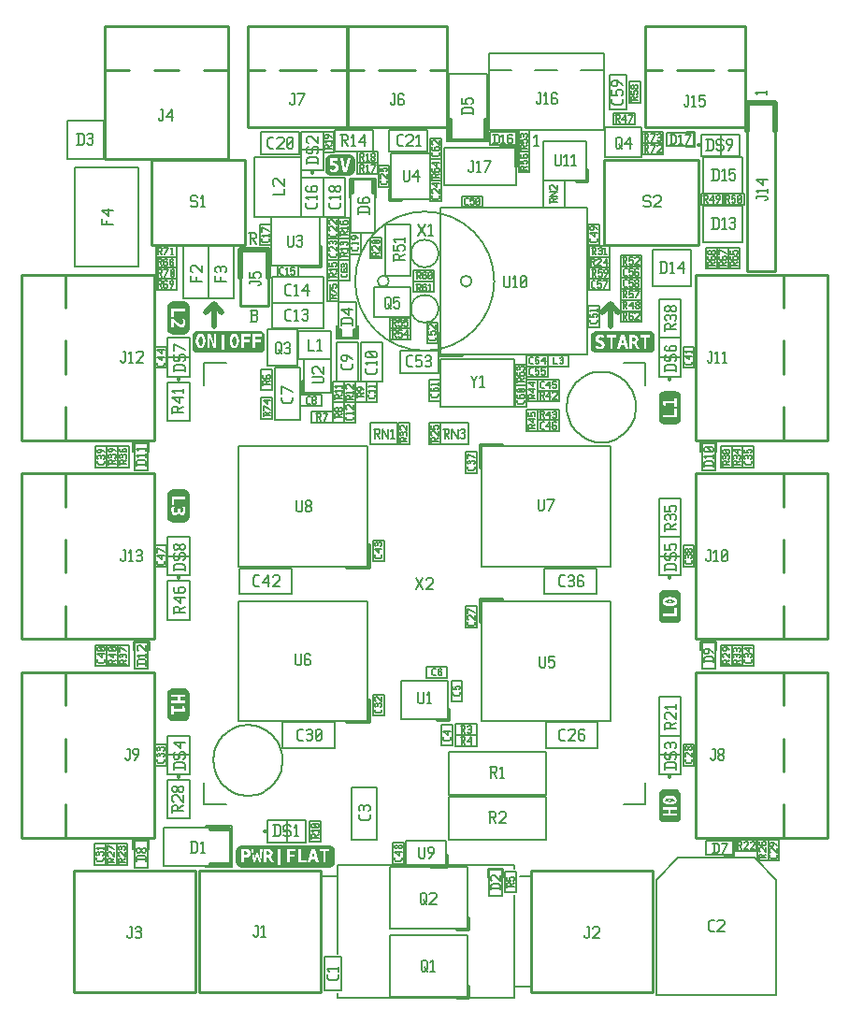
<source format=gto>
G04 start of page 12 for group -4079 idx -4079 *
G04 Title: (unknown), topsilk *
G04 Creator: pcb 20140316 *
G04 CreationDate: Tue 21 Mar 2017 17:58:39 GMT UTC *
G04 For: kier *
G04 Format: Gerber/RS-274X *
G04 PCB-Dimensions (mil): 3346.46 4133.86 *
G04 PCB-Coordinate-Origin: lower left *
%MOIN*%
%FSLAX25Y25*%
%LNTOPSILK*%
%ADD201C,0.0138*%
%ADD200C,0.0098*%
%ADD199C,0.0118*%
%ADD198C,0.0079*%
%ADD197C,0.0197*%
%ADD196C,0.0059*%
%ADD195C,0.0001*%
G54D195*G36*
X254702Y117728D02*X256667D01*
X257431Y117571D01*
X258060Y117142D01*
X258489Y116513D01*
X258646Y115748D01*
Y107903D01*
X258489Y107133D01*
X258060Y106503D01*
X257431Y106075D01*
X256667Y105923D01*
X254702D01*
Y108250D01*
X257154D01*
Y109189D01*
X254963D01*
Y110404D01*
X257154D01*
Y111375D01*
X254702D01*
Y112207D01*
X254724Y112205D01*
X255815Y112298D01*
X256595Y112591D01*
X257063Y113095D01*
X257219Y113806D01*
X257063Y114511D01*
X256595Y115021D01*
X255815Y115309D01*
X254724Y115401D01*
X254702Y115399D01*
Y117728D01*
G37*
G36*
X250763Y107903D02*Y115748D01*
X250915Y116513D01*
X251344Y117142D01*
X251973Y117571D01*
X252743Y117728D01*
X254702D01*
Y115399D01*
X253606Y115309D01*
X252815Y115021D01*
X252336Y114511D01*
X252185Y113806D01*
X252336Y113095D01*
X252815Y112591D01*
X253606Y112298D01*
X254702Y112207D01*
Y111375D01*
X252293D01*
Y110404D01*
X254132D01*
Y109189D01*
X252293D01*
Y108250D01*
X254702D01*
Y105923D01*
X252743D01*
X251973Y106075D01*
X251344Y106503D01*
X250915Y107133D01*
X250763Y107903D01*
G37*
G36*
X254705Y114461D02*X254724Y114462D01*
X255483Y114414D01*
X256004Y114289D01*
X256313Y114093D01*
X256422Y113806D01*
X256313Y113513D01*
X256004Y113318D01*
X255483Y113209D01*
X254724Y113182D01*
X254705Y113183D01*
Y113428D01*
X254724Y113421D01*
X255000Y113529D01*
X255104Y113806D01*
X255000Y114083D01*
X254724Y114224D01*
X254705Y114215D01*
Y114461D01*
G37*
G36*
X253020Y113806D02*X253107Y114093D01*
X253400Y114289D01*
X253937Y114414D01*
X254705Y114461D01*
Y114215D01*
X254409Y114083D01*
X254306Y113806D01*
X254409Y113529D01*
X254705Y113428D01*
Y113183D01*
X253937Y113209D01*
X253400Y113318D01*
X253107Y113513D01*
X253020Y113806D01*
G37*
G36*
X139040Y343877D02*X140516D01*
X141281Y343730D01*
X141909Y343318D01*
X142333Y342699D01*
X142491Y341935D01*
Y338354D01*
X142333Y337594D01*
X141909Y336976D01*
X141281Y336563D01*
X140516Y336411D01*
X139040D01*
Y337768D01*
X139713D01*
X140863Y342629D01*
X139887D01*
X139056Y338565D01*
X139040Y338640D01*
Y343877D01*
G37*
G36*
X135044Y340038D02*X135411Y339916D01*
X135655Y339330D01*
X135411Y338701D01*
X135069Y338533D01*
X135044Y338529D01*
Y340038D01*
G37*
G36*
Y343877D02*X139040D01*
Y338640D01*
X138188Y342629D01*
X137217D01*
X138394Y337768D01*
X139040D01*
Y336411D01*
X135044D01*
Y337700D01*
X135530Y337779D01*
X136105Y338115D01*
X136469Y338641D01*
X136588Y339330D01*
X136474Y339987D01*
X136138Y340508D01*
X135611Y340849D01*
X135044Y340944D01*
Y341761D01*
X136311D01*
Y342629D01*
X135044D01*
Y343877D01*
G37*
G36*
Y340944D02*X134960Y340958D01*
X134678Y340925D01*
X134439Y340855D01*
Y341761D01*
X135044D01*
Y340944D01*
G37*
G36*
X133848Y343877D02*X135044D01*
Y342629D01*
X133674D01*
Y339916D01*
X134194Y340090D01*
X134678Y340160D01*
X135044Y340038D01*
Y338529D01*
X134613Y338462D01*
X134054Y338527D01*
X133501Y338739D01*
Y337871D01*
X134157Y337730D01*
X134787Y337659D01*
X135044Y337700D01*
Y336411D01*
X133848D01*
X133078Y336563D01*
X132448Y336976D01*
X132020Y337594D01*
X131868Y338354D01*
Y341935D01*
X132020Y342699D01*
X132448Y343318D01*
X133078Y343730D01*
X133848Y343877D01*
G37*
G36*
X83446Y289571D02*Y281726D01*
X83294Y280961D01*
X82867Y280332D01*
X82237Y279903D01*
X81467Y279746D01*
X79454D01*
Y282825D01*
X79557Y282735D01*
X80116Y282388D01*
X80637Y282279D01*
X81207Y282399D01*
X81641Y282735D01*
X81906Y283261D01*
X81988Y283950D01*
X81922Y284574D01*
X81711Y285269D01*
X80843D01*
X81120Y284607D01*
X81228Y284016D01*
X81055Y283462D01*
X80566Y283256D01*
X80116Y283359D01*
X79628Y283706D01*
X79454Y283868D01*
Y288047D01*
X81885D01*
Y289018D01*
X79454D01*
Y291551D01*
X81467D01*
X82237Y291399D01*
X82867Y290971D01*
X83294Y290341D01*
X83446Y289571D01*
G37*
G36*
X79454Y279746D02*X77544D01*
X76780Y279903D01*
X76150Y280332D01*
X75720Y280961D01*
X75564Y281726D01*
Y289571D01*
X75720Y290341D01*
X76150Y290971D01*
X76780Y291399D01*
X77544Y291551D01*
X79454D01*
Y289018D01*
X77024D01*
Y285996D01*
X77892D01*
Y288047D01*
X79454D01*
Y283868D01*
X79209Y284097D01*
X78411Y284851D01*
X77859Y285372D01*
X77024D01*
Y282279D01*
X77892D01*
Y284330D01*
X78554Y283668D01*
X79194Y283055D01*
X79454Y282825D01*
Y279746D01*
G37*
G36*
X83464Y151776D02*Y143931D01*
X83312Y143166D01*
X82883Y142537D01*
X82254Y142108D01*
X81484Y141951D01*
X79504D01*
Y145287D01*
X81934D01*
Y146221D01*
X81695Y147230D01*
X80827D01*
X81066Y146221D01*
X79504D01*
Y148374D01*
X81934D01*
Y149313D01*
X80095D01*
Y150528D01*
X81934D01*
Y151499D01*
X79504D01*
Y153756D01*
X81484D01*
X82254Y153604D01*
X82883Y153176D01*
X83312Y152546D01*
X83464Y151776D01*
G37*
G36*
X79504Y141951D02*X77561D01*
X76796Y142108D01*
X76167Y142537D01*
X75738Y143166D01*
X75581Y143931D01*
Y151776D01*
X75738Y152546D01*
X76167Y153176D01*
X76796Y153604D01*
X77561Y153756D01*
X79504D01*
Y151499D01*
X77073D01*
Y150528D01*
X79227D01*
Y149313D01*
X77073D01*
Y148374D01*
X79504D01*
Y146221D01*
X77941D01*
Y147300D01*
X77073D01*
Y144246D01*
X77941D01*
Y145287D01*
X79504D01*
Y141951D01*
G37*
G36*
X83446Y222674D02*Y214791D01*
X83294Y214026D01*
X82867Y213396D01*
X82237Y212967D01*
X81467Y212811D01*
X79524D01*
Y216023D01*
X79698Y216354D01*
X80078Y215659D01*
X80772Y215415D01*
X81309Y215517D01*
X81711Y215833D01*
X81955Y216359D01*
X82026Y217048D01*
X81988Y217672D01*
X81814Y218333D01*
X80946D01*
X81157Y217672D01*
X81228Y217086D01*
X81055Y216526D01*
X80637Y216320D01*
X80252Y216526D01*
X80116Y217086D01*
Y217607D01*
X79524D01*
Y221181D01*
X81955D01*
Y222152D01*
X79524D01*
Y224617D01*
X81467D01*
X82237Y224470D01*
X82867Y224057D01*
X83294Y223439D01*
X83446Y222674D01*
G37*
G36*
X79524Y212811D02*X77544D01*
X76780Y212967D01*
X76150Y213396D01*
X75720Y214026D01*
X75564Y214791D01*
Y222674D01*
X75720Y223439D01*
X76150Y224057D01*
X76780Y224470D01*
X77544Y224617D01*
X79524D01*
Y222152D01*
X77094D01*
Y219131D01*
X77930D01*
Y221181D01*
X79524D01*
Y217607D01*
X79248D01*
Y217086D01*
X79215Y216722D01*
X79074Y216457D01*
X78483Y216217D01*
X77994Y216457D01*
X77820Y217048D01*
X77892Y217813D01*
X78135Y218474D01*
X77235D01*
X77061Y217780D01*
X76991Y217048D01*
X77094Y216289D01*
X77370Y215730D01*
X77831Y215393D01*
X78451Y215280D01*
X79280Y215556D01*
X79524Y216023D01*
Y212811D01*
G37*
G36*
X107586Y281106D02*X108438D01*
X109203Y280954D01*
X109832Y280525D01*
X110261Y279896D01*
X110418Y279125D01*
Y275165D01*
X110261Y274405D01*
X109832Y273787D01*
X109203Y273374D01*
X108438Y273222D01*
X107586D01*
Y277183D01*
X108921D01*
Y278051D01*
X107586D01*
Y279093D01*
X109094D01*
Y279923D01*
X107586D01*
Y281106D01*
G37*
G36*
Y278051D02*X107049D01*
Y279093D01*
X107586D01*
Y278051D01*
G37*
G36*
X103593Y281106D02*X107586D01*
Y279923D01*
X106078D01*
Y275062D01*
X107049D01*
Y277183D01*
X107586D01*
Y273222D01*
X103593D01*
Y277183D01*
X104895D01*
Y278051D01*
X103593D01*
Y279093D01*
X105101D01*
Y279923D01*
X103593D01*
Y281106D01*
G37*
G36*
Y278051D02*X103018D01*
Y279093D01*
X103593D01*
Y278051D01*
G37*
G36*
X99478Y281106D02*X103593D01*
Y279923D01*
X102085D01*
Y275062D01*
X103018D01*
Y277183D01*
X103593D01*
Y273222D01*
X99478D01*
Y274992D01*
X99481Y274991D01*
X100207Y275148D01*
X100728Y275621D01*
X101059Y276407D01*
X101179Y277492D01*
X101059Y278604D01*
X100728Y279402D01*
X100207Y279879D01*
X99481Y280026D01*
X99478Y280025D01*
Y281106D01*
G37*
G36*
X95468D02*X99478D01*
Y280025D01*
X98732Y279879D01*
X98195Y279402D01*
X97875Y278604D01*
X97777Y277492D01*
X97875Y276407D01*
X98195Y275621D01*
X98732Y275148D01*
X99478Y274992D01*
Y273222D01*
X95468D01*
Y274264D01*
X95970D01*
Y279749D01*
X95468D01*
Y281106D01*
G37*
G36*
X91440D02*X95468D01*
Y279749D01*
X94967D01*
Y274264D01*
X95468D01*
Y273222D01*
X91440D01*
Y276649D01*
X92048Y275062D01*
X93057D01*
Y279923D01*
X92221D01*
Y276418D01*
X91440Y278437D01*
Y281106D01*
G37*
G36*
X87428D02*X91440D01*
Y278437D01*
X90865Y279923D01*
X89823D01*
Y275062D01*
X90691D01*
Y278604D01*
X91440Y276649D01*
Y273222D01*
X87428D01*
Y274992D01*
X87431Y274991D01*
X88174Y275148D01*
X88717Y275621D01*
X89026Y276407D01*
X89129Y277492D01*
X89026Y278604D01*
X88717Y279402D01*
X88174Y279879D01*
X87431Y280026D01*
X87428Y280025D01*
Y281106D01*
G37*
G36*
X86389D02*X87428D01*
Y280025D01*
X86682Y279879D01*
X86145Y279402D01*
X85825Y278604D01*
X85727Y277492D01*
X85825Y276407D01*
X86145Y275621D01*
X86682Y275148D01*
X87428Y274992D01*
Y273222D01*
X86389D01*
X85624Y273374D01*
X85006Y273787D01*
X84588Y274405D01*
X84441Y275165D01*
Y279125D01*
X84588Y279896D01*
X85006Y280525D01*
X85624Y280954D01*
X86389Y281106D01*
G37*
G36*
X99481Y279158D02*X99790Y279066D01*
X100001Y278778D01*
X100126Y278257D01*
X100175Y277492D01*
X100126Y276749D01*
X100001Y276244D01*
X99790Y275957D01*
X99481Y275859D01*
X99150Y275957D01*
X98922Y276244D01*
X98792Y276749D01*
X98748Y277492D01*
X98792Y278257D01*
X98922Y278778D01*
X99150Y279066D01*
X99481Y279158D01*
G37*
G36*
X87431D02*X87756Y279066D01*
X87984Y278778D01*
X88109Y278257D01*
X88158Y277492D01*
X88109Y276749D01*
X87984Y276244D01*
X87756Y275957D01*
X87431Y275859D01*
X87122Y275957D01*
X86910Y276244D01*
X86780Y276749D01*
X86736Y277492D01*
X86780Y278257D01*
X86910Y278778D01*
X87122Y279066D01*
X87431Y279158D01*
G37*
G36*
X254727Y188764D02*X256691D01*
X257456Y188607D01*
X258085Y188178D01*
X258514Y187549D01*
X258671Y186784D01*
Y178901D01*
X258514Y178136D01*
X258085Y177517D01*
X257456Y177105D01*
X256691Y176958D01*
X254727D01*
Y179422D01*
X257179D01*
Y182405D01*
X256311D01*
Y180360D01*
X254727D01*
Y183069D01*
X254749Y183067D01*
X255839Y183176D01*
X256620Y183486D01*
X257087Y183990D01*
X257244Y184700D01*
X257087Y185389D01*
X256620Y185878D01*
X255839Y186187D01*
X254749Y186295D01*
X254727Y186293D01*
Y188764D01*
G37*
G36*
X250788Y178901D02*Y186784D01*
X250940Y187549D01*
X251369Y188178D01*
X251998Y188607D01*
X252768Y188764D01*
X254727D01*
Y186293D01*
X253631Y186187D01*
X252839Y185878D01*
X252361Y185389D01*
X252210Y184700D01*
X252361Y183990D01*
X252839Y183486D01*
X253631Y183176D01*
X254727Y183069D01*
Y180360D01*
X252318D01*
Y179422D01*
X254727D01*
Y176958D01*
X252768D01*
X251998Y177105D01*
X251369Y177517D01*
X250940Y178136D01*
X250788Y178901D01*
G37*
G36*
X254729Y185324D02*X254749Y185324D01*
X255508Y185292D01*
X256029Y185183D01*
X256338Y184988D01*
X256447Y184700D01*
X256338Y184408D01*
X256029Y184212D01*
X255508Y184082D01*
X254749Y184039D01*
X254729Y184040D01*
Y184290D01*
X254749Y184283D01*
X255025Y184386D01*
X255128Y184700D01*
X255025Y184977D01*
X254749Y185080D01*
X254729Y185074D01*
Y185324D01*
G37*
G36*
X253045Y184700D02*X253132Y184988D01*
X253425Y185183D01*
X253962Y185292D01*
X254729Y185324D01*
Y185074D01*
X254434Y184977D01*
X254331Y184700D01*
X254434Y184386D01*
X254729Y184290D01*
Y184040D01*
X253962Y184082D01*
X253425Y184212D01*
X253132Y184408D01*
X253045Y184700D01*
G37*
G36*
X254728Y259617D02*X256708D01*
X257472Y259461D01*
X258102Y259031D01*
X258531Y258402D01*
X258688Y257637D01*
Y249793D01*
X258531Y249022D01*
X258102Y248393D01*
X257472Y247965D01*
X256708Y247813D01*
X254728D01*
Y250243D01*
X257158D01*
Y253226D01*
X256322D01*
Y251181D01*
X254728D01*
Y255207D01*
X256322D01*
Y254133D01*
X257158D01*
Y257187D01*
X256322D01*
Y256146D01*
X254728D01*
Y259617D01*
G37*
G36*
X250806Y249793D02*Y257637D01*
X250957Y258402D01*
X251385Y259031D01*
X252015Y259461D01*
X252785Y259617D01*
X254728D01*
Y256146D01*
X252297D01*
Y255207D01*
X252541Y254204D01*
X253409D01*
X253165Y255207D01*
X254728D01*
Y251181D01*
X252297D01*
Y250243D01*
X254728D01*
Y247813D01*
X252785D01*
X252015Y247965D01*
X251385Y248393D01*
X250957Y249022D01*
X250806Y249793D01*
G37*
G36*
X245929Y281088D02*X247419D01*
X248183Y280936D01*
X248813Y280507D01*
X249242Y279878D01*
X249399Y279108D01*
Y275186D01*
X249242Y274420D01*
X248813Y273791D01*
X248183Y273362D01*
X247419Y273206D01*
X245929D01*
Y274736D01*
X246415D01*
Y278760D01*
X247630D01*
Y279596D01*
X245929D01*
Y281088D01*
G37*
G36*
X242126D02*X245929D01*
Y279596D01*
X244229D01*
Y278760D01*
X245444D01*
Y274736D01*
X245929D01*
Y273206D01*
X242126D01*
Y276215D01*
X242210Y276086D01*
X242281Y275950D01*
X242872Y274736D01*
X243914D01*
X243046Y276471D01*
X242769Y276889D01*
X242525Y277024D01*
X243252Y277371D01*
X243496Y278169D01*
X243388Y278816D01*
X243078Y279249D01*
X242530Y279509D01*
X242126Y279553D01*
Y281088D01*
G37*
G36*
X237908D02*X242126D01*
Y279553D01*
X241728Y279596D01*
X240339D01*
Y274736D01*
X241310D01*
Y276644D01*
X241624D01*
X241939Y276504D01*
X242126Y276215D01*
Y273206D01*
X237908D01*
Y275912D01*
X238531D01*
X238847Y274736D01*
X239818D01*
X238499Y279596D01*
X237908D01*
Y281088D01*
G37*
G36*
X233896D02*X237908D01*
Y279596D01*
X237317D01*
X235998Y274736D01*
X236970D01*
X237246Y275912D01*
X237908D01*
Y273206D01*
X233896D01*
Y274736D01*
X234365D01*
Y278760D01*
X235613D01*
Y279596D01*
X233896D01*
Y281088D01*
G37*
G36*
X229886Y276727D02*X230025Y276677D01*
X230372Y276400D01*
X230513Y276054D01*
X230340Y275566D01*
X229886Y275455D01*
Y276727D01*
G37*
G36*
Y281088D02*X233896D01*
Y279596D01*
X232179D01*
Y278760D01*
X233427D01*
Y274736D01*
X233896D01*
Y273206D01*
X229886D01*
Y274648D01*
X230519Y274719D01*
X231067Y274980D01*
X231381Y275441D01*
X231483Y276086D01*
X231207Y276993D01*
X230340Y277546D01*
X229955Y277719D01*
X229886Y277751D01*
Y278846D01*
X229955Y278863D01*
X230578Y278760D01*
X231207Y278451D01*
Y279384D01*
X230546Y279596D01*
X229886Y279666D01*
Y281088D01*
G37*
G36*
Y277751D02*X229363Y277996D01*
X229228Y278343D01*
X229433Y278728D01*
X229886Y278846D01*
Y277751D01*
G37*
G36*
X228533Y281088D02*X229886D01*
Y279666D01*
X229883Y279667D01*
X229217Y279574D01*
X228707Y279281D01*
X228392Y278836D01*
X228289Y278239D01*
X228359Y277795D01*
X228566Y277443D01*
X228935Y277144D01*
X229537Y276851D01*
X229886Y276727D01*
Y275455D01*
X229781Y275430D01*
X229054Y275566D01*
X228322Y275950D01*
Y274980D01*
X229016Y274736D01*
X229748Y274632D01*
X229886Y274648D01*
Y273206D01*
X228533D01*
X227763Y273362D01*
X227133Y273791D01*
X226705Y274420D01*
X226553Y275186D01*
Y279108D01*
X226705Y279878D01*
X227133Y280507D01*
X227763Y280936D01*
X228533Y281088D01*
G37*
G36*
X237907Y278691D02*X238357Y276716D01*
X237457D01*
X237907Y278691D01*
G37*
G36*
X241310Y278760D02*X241760D01*
X242319Y278626D01*
X242493Y278104D01*
X242319Y277617D01*
X241760Y277443D01*
X241310D01*
Y278760D01*
G37*
G36*
X133441Y97595D02*X134201Y97448D01*
X134819Y97036D01*
X135232Y96418D01*
X135384Y95653D01*
Y91692D01*
X135232Y90933D01*
X134819Y90314D01*
X134201Y89902D01*
X133441Y89750D01*
X131599D01*
Y91557D01*
X132085D01*
Y95582D01*
X133300D01*
Y96418D01*
X131599D01*
Y97595D01*
X133441D01*
G37*
G36*
X131599Y89750D02*X127587D01*
Y92772D01*
X128233D01*
X128542Y91557D01*
X129481D01*
X128195Y96418D01*
X127587D01*
Y97595D01*
X131599D01*
Y96418D01*
X129899D01*
Y95582D01*
X131114D01*
Y91557D01*
X131599D01*
Y89750D01*
G37*
G36*
X127587D02*X123803D01*
Y91557D01*
X125314D01*
Y92387D01*
X123803D01*
Y97595D01*
X127587D01*
Y96418D01*
X127018D01*
X125694Y91557D01*
X126671D01*
X126947Y92772D01*
X127587D01*
Y89750D01*
G37*
G36*
X123803D02*X119672D01*
Y93672D01*
X121006D01*
Y94508D01*
X119672D01*
Y95582D01*
X121180D01*
Y96418D01*
X119672D01*
Y97595D01*
X123803D01*
Y92387D01*
X123263D01*
Y96418D01*
X122292D01*
Y91557D01*
X123803D01*
Y89750D01*
G37*
G36*
X119672Y94508D02*X119135D01*
Y95582D01*
X119672D01*
Y94508D01*
G37*
G36*
Y89750D02*X115575D01*
Y90759D01*
X116080D01*
Y96206D01*
X115575D01*
Y97595D01*
X119672D01*
Y96418D01*
X118164D01*
Y91557D01*
X119135D01*
Y93672D01*
X119672D01*
Y89750D01*
G37*
G36*
X115575D02*X111753D01*
Y93042D01*
X111843Y92907D01*
X111914Y92772D01*
X112500Y91557D01*
X113541D01*
X112673Y93293D01*
X112434Y93710D01*
X112152Y93846D01*
X112885Y94193D01*
X113129Y94991D01*
X113020Y95636D01*
X112711Y96070D01*
X112163Y96325D01*
X111753Y96372D01*
Y97595D01*
X115575D01*
Y96206D01*
X115071D01*
Y90759D01*
X115575D01*
Y89750D01*
G37*
G36*
X111753D02*X107535D01*
Y94088D01*
X108094Y91557D01*
X108995D01*
X109548Y96418D01*
X108718D01*
X108441Y92842D01*
X107953Y95164D01*
X107535D01*
Y97595D01*
X111753D01*
Y96372D01*
X111355Y96418D01*
X109966D01*
Y91557D01*
X110937D01*
Y93466D01*
X111252D01*
X111566Y93325D01*
X111753Y93042D01*
Y89750D01*
G37*
G36*
X107535D02*X103648D01*
Y93396D01*
X104237Y93466D01*
X104828Y93743D01*
X105143Y94204D01*
X105246Y94888D01*
X105143Y95593D01*
X104828Y96070D01*
X104237Y96336D01*
X103648Y96391D01*
Y97595D01*
X107535D01*
Y95164D01*
X107156D01*
X106738Y92842D01*
X106391Y96418D01*
X105523D01*
X106146Y91557D01*
X107015D01*
X107535Y94090D01*
X107535Y94088D01*
Y89750D01*
G37*
G36*
X103648D02*X101947D01*
X101177Y89902D01*
X100548Y90314D01*
X100119Y90933D01*
X99967Y91692D01*
Y95653D01*
X100119Y96418D01*
X100548Y97036D01*
X101177Y97448D01*
X101947Y97595D01*
X103648D01*
Y96391D01*
X103369Y96418D01*
X102050D01*
Y91557D01*
X103021D01*
Y93363D01*
X103369D01*
X103648Y93396D01*
Y89750D01*
G37*
G36*
X128060Y93537D02*X127153D01*
X127604Y95550D01*
X128060Y93537D01*
G37*
G36*
X111393Y95620D02*X111946Y95447D01*
X112120Y94958D01*
X111946Y94437D01*
X111393Y94264D01*
X110937D01*
Y95620D01*
X111393D01*
G37*
G36*
X103407D02*X104063Y95447D01*
X104275Y94888D01*
X104063Y94334D01*
X103407Y94193D01*
X103021D01*
Y95620D01*
X103407D01*
G37*
G54D196*X199213Y43307D02*Y79921D01*
X201181Y86614D02*X205118D01*
X199213Y47244D02*X205118D01*
X136220Y43307D02*X199213D01*
Y90551D02*X136220D01*
Y59055D01*
Y86614D02*X130315D01*
X199213Y90551D02*Y89370D01*
X136220Y43307D02*Y44882D01*
G54D197*X92126Y282677D02*Y290551D01*
X89370Y287795D01*
X92126Y290551D02*X94882Y287795D01*
X233465Y282677D02*Y290551D01*
X230709Y287795D01*
X233465Y290551D02*X236220Y287795D01*
G54D196*X286052Y365354D02*X285252Y366154D01*
X289252D01*
Y366854D02*Y365354D01*
X206299Y350169D02*X207099Y350969D01*
Y346969D01*
X206299D02*X207799D01*
X104724Y315929D02*X106724D01*
X107224Y315429D01*
Y314429D01*
X106724Y313929D02*X107224Y314429D01*
X105224Y313929D02*X106724D01*
X105224Y315929D02*Y311929D01*
X106024Y313929D02*X107224Y311929D01*
X105118Y284370D02*X107118D01*
X107618Y284870D01*
Y286070D02*Y284870D01*
X107118Y286570D02*X107618Y286070D01*
X105618Y286570D02*X107118D01*
X105618Y288370D02*Y284370D01*
X105118Y288370D02*X107118D01*
X107618Y287870D01*
Y287070D01*
X107118Y286570D02*X107618Y287070D01*
X237205Y296063D02*X244685D01*
X237205Y300000D02*X244685D01*
Y296063D01*
X237205Y300000D02*Y296063D01*
Y300000D02*X244685D01*
X237205Y303937D02*X244685D01*
Y300000D01*
X237205Y303937D02*Y300000D01*
X225787Y299606D02*X233268D01*
X225787Y303543D02*X233268D01*
Y299606D01*
X225787Y303543D02*Y299606D01*
X225591Y289961D02*Y282480D01*
X229528Y289961D02*Y282480D01*
X225591D02*X229528D01*
X225591Y289961D02*X229528D01*
X237205Y284252D02*X244685D01*
X237205Y288189D02*X244685D01*
Y284252D01*
X237205Y288189D02*Y284252D01*
Y292126D02*X244685D01*
X237205Y288189D02*X244685D01*
X237205Y292126D02*Y288189D01*
X244685Y292126D02*Y288189D01*
X237205Y292126D02*X244685D01*
X237205Y296063D02*X244685D01*
Y292126D01*
X237205Y296063D02*Y292126D01*
X266142Y240945D02*Y231496D01*
X270866Y240945D02*Y231496D01*
X266142D02*X270866D01*
X266142Y240945D02*X270866D01*
X265748Y241339D02*X271260D01*
X265748D02*Y238189D01*
X271260Y241339D02*Y238189D01*
X284646Y239961D02*Y232480D01*
X280709Y239961D02*Y232480D01*
Y239961D02*X284646D01*
X280709Y232480D02*X284646D01*
X280709Y239961D02*Y232480D01*
X276772Y239961D02*Y232480D01*
Y239961D02*X280709D01*
X276772Y232480D02*X280709D01*
X272835Y239961D02*Y232480D01*
X276772Y239961D02*Y232480D01*
X272835D02*X276772D01*
X272835Y239961D02*X276772D01*
X263386Y275394D02*Y267913D01*
X259449Y275394D02*Y267913D01*
Y275394D02*X263386D01*
X259449Y267913D02*X263386D01*
G54D198*X250787Y292323D02*Y278543D01*
X258661Y292323D02*Y278543D01*
X250787D02*X258661D01*
X250787Y292323D02*X258661D01*
X250787Y278543D02*Y264764D01*
X258661Y278543D02*Y264764D01*
X250787D02*X258661D01*
X250787Y278543D02*X258661D01*
G54D199*X254724Y264370D02*Y263780D01*
G54D198*X250787Y271654D02*X258661D01*
X254724D02*Y270472D01*
G54D200*X263780Y301181D02*X311024D01*
X263780Y242126D02*X311024D01*
X263780Y301181D02*Y242126D01*
X311024Y301181D02*Y242126D01*
X295276Y253937D02*Y242126D01*
Y277559D02*Y265748D01*
Y301181D02*Y289370D01*
G54D196*X209449Y334843D02*X217323D01*
X209449Y325000D02*X217323D01*
X209449Y334843D02*Y325000D01*
X217323Y334843D02*Y325000D01*
X173228Y342323D02*Y334843D01*
X169291Y342323D02*Y334843D01*
Y342323D02*X173228D01*
X169291Y334843D02*X173228D01*
G54D198*X244685Y353740D02*Y343110D01*
X231693Y353740D02*Y343110D01*
Y353740D02*X244685D01*
X231693Y343110D02*X244685D01*
G54D196*X200787Y345079D02*Y337598D01*
X204724Y345079D02*Y337598D01*
X200787D02*X204724D01*
X200787Y345079D02*X204724D01*
X169291Y334843D02*Y327362D01*
X173228Y334843D02*Y327362D01*
X169291D02*X173228D01*
X169291Y334843D02*X173228D01*
X180512Y325197D02*X187992D01*
X180512Y329134D02*X187992D01*
Y325197D01*
X180512Y329134D02*Y325197D01*
X225787Y295669D02*X233268D01*
X225787Y299606D02*X233268D01*
Y295669D01*
X225787Y299606D02*Y295669D01*
Y307480D02*X233268D01*
X225787Y311417D02*X233268D01*
Y307480D01*
X225787Y311417D02*Y307480D01*
Y303543D02*X233268D01*
X225787Y307480D02*X233268D01*
Y303543D01*
X225787Y307480D02*Y303543D01*
X225591Y319094D02*Y311614D01*
X229528Y319094D02*Y311614D01*
X225591D02*X229528D01*
X225591Y319094D02*X229528D01*
X237205Y303937D02*X244685D01*
X237205Y307874D02*X244685D01*
Y303937D01*
X237205Y307874D02*Y303937D01*
G54D198*X173031Y325000D02*Y272638D01*
X225394Y325000D02*Y272638D01*
X173031D02*X225394D01*
X173031Y325000D02*X225394D01*
G54D199*X172638Y272244D02*X180512D01*
X172638Y280118D02*Y272244D01*
G54D196*X199606Y269094D02*Y261614D01*
X203543Y269094D02*Y261614D01*
X199606D02*X203543D01*
X199606Y269094D02*X203543D01*
G54D200*X292402Y362244D02*Y302244D01*
X282402Y362244D02*Y302244D01*
Y362244D02*X292402D01*
X282402Y302244D02*X292402D01*
G54D197*X282402Y362244D02*Y352244D01*
Y362244D02*X292402D01*
Y352244D01*
G54D196*X273819Y329921D02*X281299D01*
X273819Y325984D02*X281299D01*
X273819Y329921D02*Y325984D01*
X281299Y329921D02*Y325984D01*
G54D198*X265945Y351181D02*X279724D01*
X265945Y343307D02*X279724D01*
X265945Y351181D02*Y343307D01*
X279724Y351181D02*Y343307D01*
G54D199*X264961Y347244D02*X265551D01*
G54D198*X272835Y351181D02*Y343307D01*
X271654Y347244D02*X272835D01*
X266732Y343110D02*Y330118D01*
X280512Y343110D02*Y330118D01*
X266732D02*X280512D01*
X266732Y343110D02*X280512D01*
G54D196*X275591Y310827D02*Y303346D01*
X279528Y310827D02*Y303346D01*
X275591D02*X279528D01*
X275591Y310827D02*X279528D01*
G54D200*X246024Y389764D02*Y353543D01*
X281535Y389764D02*Y353543D01*
X246024D02*X281535D01*
X246024Y389764D02*X281535D01*
X275547Y374016D02*X281535D01*
X257232D02*X270327D01*
X246024D02*X252012D01*
G54D196*X240157Y369882D02*Y362402D01*
X244094Y369882D02*Y362402D01*
X240157D02*X244094D01*
X240157Y369882D02*X244094D01*
G54D198*X233268Y372244D02*Y360039D01*
X239173Y372244D02*Y360039D01*
X233268D02*X239173D01*
X233268Y372244D02*X239173D01*
G54D196*X234646Y358661D02*X242126D01*
X234646Y354724D02*X242126D01*
X234646Y358661D02*Y354724D01*
X242126Y358661D02*Y354724D01*
X265945Y329921D02*X273425D01*
X265945Y325984D02*X273425D01*
X265945Y329921D02*Y325984D01*
X273425Y329921D02*Y325984D01*
G54D200*X264764Y341929D02*Y311614D01*
X231299Y341929D02*Y311614D01*
X264764D01*
X231299Y341929D02*X264764D01*
G54D196*X253740Y351772D02*X263189D01*
X253740Y347047D02*X263189D01*
X253740Y351772D02*Y347047D01*
X263189Y351772D02*Y347047D01*
X263583Y352165D02*Y346654D01*
X260433Y352165D02*X263583D01*
X260433Y346654D02*X263583D01*
G54D198*X262402Y310039D02*Y297047D01*
X248622Y310039D02*Y297047D01*
Y310039D02*X262402D01*
X248622Y297047D02*X262402D01*
G54D196*X244882Y351969D02*X252362D01*
X244882Y348031D02*X252362D01*
X244882Y351969D02*Y348031D01*
X252362Y351969D02*Y348031D01*
X244882D02*X252362D01*
X244882Y344094D02*X252362D01*
X244882Y348031D02*Y344094D01*
X252362Y348031D02*Y344094D01*
G54D198*X280512Y325787D02*Y312795D01*
X266732Y325787D02*Y312795D01*
Y325787D02*X280512D01*
X266732Y312795D02*X280512D01*
G54D196*X267717Y310827D02*Y303346D01*
X271654Y310827D02*Y303346D01*
X267717D02*X271654D01*
X267717Y310827D02*X271654D01*
Y303346D01*
X275591Y310827D02*Y303346D01*
X271654D02*X275591D01*
X271654Y310827D02*X275591D01*
X172047Y284055D02*Y276575D01*
X168110Y284055D02*Y276575D01*
Y284055D02*X172047D01*
X168110Y276575D02*X172047D01*
X146457Y263189D02*Y255709D01*
X150394Y263189D02*Y255709D01*
X146457D02*X150394D01*
X146457Y263189D02*X150394D01*
X142520D02*Y255709D01*
X138583Y263189D02*Y255709D01*
Y263189D02*X142520D01*
X138583Y255709D02*X142520D01*
Y263189D02*Y255709D01*
X146457Y263189D02*Y255709D01*
X142520D02*X146457D01*
X142520Y263189D02*X146457D01*
X142520Y255709D02*Y248228D01*
X138583Y255709D02*Y248228D01*
Y255709D02*X142520D01*
X138583Y248228D02*X142520D01*
X154921Y281890D02*X162402D01*
X154921Y277953D02*X162402D01*
X154921Y281890D02*Y277953D01*
X162402Y281890D02*Y277953D01*
X154921Y285827D02*X162402D01*
X154921Y281890D02*X162402D01*
X154921Y285827D02*Y281890D01*
X162402Y285827D02*Y281890D01*
G54D198*Y296654D02*Y286024D01*
X149409Y296654D02*Y286024D01*
Y296654D02*X162402D01*
X149409Y286024D02*X162402D01*
X101378Y196260D02*X119882D01*
X101378Y187205D02*X119882D01*
X101378Y196260D02*Y187205D01*
X119882Y196260D02*Y187205D01*
G54D196*X152756Y206496D02*Y199016D01*
X148819Y206496D02*Y199016D01*
Y206496D02*X152756D01*
X148819Y199016D02*X152756D01*
X53937Y239961D02*Y232480D01*
X50000Y239961D02*Y232480D01*
Y239961D02*X53937D01*
X50000Y232480D02*X53937D01*
X57874Y239961D02*Y232480D01*
X53937Y239961D02*Y232480D01*
Y239961D02*X57874D01*
X53937Y232480D02*X57874D01*
Y239961D02*Y232480D01*
X61811Y239961D02*Y232480D01*
X57874D02*X61811D01*
X57874Y239961D02*X61811D01*
X53937Y169094D02*Y161614D01*
X50000Y169094D02*Y161614D01*
Y169094D02*X53937D01*
X50000Y161614D02*X53937D01*
X57874Y169094D02*Y161614D01*
X53937Y169094D02*Y161614D01*
Y169094D02*X57874D01*
X53937Y161614D02*X57874D01*
Y169094D02*Y161614D01*
X61811Y169094D02*Y161614D01*
X57874D02*X61811D01*
X57874Y169094D02*X61811D01*
X63976Y170079D02*Y160630D01*
X68701Y170079D02*Y160630D01*
X63976D02*X68701D01*
X63976Y170079D02*X68701D01*
X63583Y170472D02*X69094D01*
X63583D02*Y167323D01*
X69094Y170472D02*Y167323D01*
X63780Y240945D02*Y231496D01*
X68504Y240945D02*Y231496D01*
X63780D02*X68504D01*
X63780Y240945D02*X68504D01*
X63386Y241339D02*X68898D01*
X63386D02*Y238189D01*
X68898Y241339D02*Y238189D01*
X71260Y204528D02*Y197047D01*
X75197Y204528D02*Y197047D01*
X71260D02*X75197D01*
X71260Y204528D02*X75197D01*
G54D198*X83465Y262795D02*Y249016D01*
X75591Y262795D02*Y249016D01*
Y262795D02*X83465D01*
X75591Y249016D02*X83465D01*
Y191929D02*Y178150D01*
X75591Y191929D02*Y178150D01*
Y191929D02*X83465D01*
X75591Y178150D02*X83465D01*
G54D196*X138583Y255709D02*Y248228D01*
X134646Y255709D02*Y248228D01*
Y255709D02*X138583D01*
X134646Y248228D02*X138583D01*
X126969Y248425D02*X134449D01*
X126969Y252362D02*X134449D01*
Y248425D01*
X126969Y252362D02*Y248425D01*
X112992Y257283D02*Y249803D01*
X109055Y257283D02*Y249803D01*
Y257283D02*X112992D01*
X109055Y249803D02*X112992D01*
G54D198*X90354Y311220D02*Y292717D01*
X81299Y311220D02*Y292717D01*
Y311220D02*X90354D01*
X81299Y292717D02*X90354D01*
G54D196*X71260Y275394D02*Y267913D01*
X75197Y275394D02*Y267913D01*
X71260D02*X75197D01*
X71260Y275394D02*X75197D01*
G54D200*X23622Y242126D02*X70866D01*
X23622Y301181D02*X70866D01*
Y242126D01*
X23622Y301181D02*Y242126D01*
X39370Y301181D02*Y289370D01*
Y277559D02*Y265748D01*
Y253937D02*Y242126D01*
G54D196*X71457Y307480D02*X78937D01*
X71457Y311417D02*X78937D01*
Y307480D01*
X71457Y311417D02*Y307480D01*
Y303543D02*X78937D01*
X71457Y299606D02*X78937D01*
X71457Y303543D02*Y299606D01*
X78937Y303543D02*Y299606D01*
X71457D02*X78937D01*
X71457Y295669D02*X78937D01*
X71457Y299606D02*Y295669D01*
X78937Y299606D02*Y295669D01*
X71457Y307480D02*X78937D01*
X71457Y303543D02*X78937D01*
X71457Y307480D02*Y303543D01*
X78937Y307480D02*Y303543D01*
G54D198*X123031Y267913D02*Y249409D01*
X113976Y267913D02*Y249409D01*
Y267913D02*X123031D01*
X113976Y249409D02*X123031D01*
G54D196*X144488Y315945D02*Y308465D01*
X140551Y315945D02*Y308465D01*
Y315945D02*X144488D01*
X140551Y308465D02*X144488D01*
X140551Y321457D02*Y313976D01*
X136614Y321457D02*Y313976D01*
Y321457D02*X140551D01*
X136614Y313976D02*X140551D01*
X136614Y321457D02*Y313976D01*
X132677Y321457D02*Y313976D01*
Y321457D02*X136614D01*
X132677Y313976D02*X136614D01*
Y306496D02*Y299016D01*
X140551Y306496D02*Y299016D01*
X136614D02*X140551D01*
X136614Y306496D02*X140551D01*
X108661Y319094D02*Y311614D01*
X112598Y319094D02*Y311614D01*
X108661D02*X112598D01*
X108661Y319094D02*X112598D01*
Y304331D02*X129921D01*
X112598Y321654D02*X129921D01*
Y304331D01*
X112598Y321654D02*Y304331D01*
G54D199*X130315Y311024D02*Y303937D01*
X123228D02*X130315D01*
G54D198*X99409Y311220D02*Y292717D01*
X90354Y311220D02*Y292717D01*
Y311220D02*X99409D01*
X90354Y292717D02*X99409D01*
G54D200*X111693Y309882D02*Y289882D01*
X101693Y309882D02*Y289882D01*
Y309882D02*X111693D01*
X101693Y289882D02*X111693D01*
G54D197*X101693Y309882D02*Y299882D01*
X111693Y309882D02*Y299882D01*
X101693Y309882D02*X111693D01*
G54D196*X136614Y299016D02*Y291535D01*
X132677Y299016D02*Y291535D01*
Y299016D02*X136614D01*
X132677Y291535D02*X136614D01*
X138583Y263189D02*Y255709D01*
X134646Y263189D02*Y255709D01*
Y263189D02*X138583D01*
X134646Y255709D02*X138583D01*
X112992Y267520D02*Y260039D01*
X109055Y267520D02*Y260039D01*
Y267520D02*X112992D01*
X109055Y260039D02*X112992D01*
G54D198*X111220Y281693D02*X121850D01*
X111220Y268701D02*X121850D01*
X111220Y281693D02*Y268701D01*
X121850Y281693D02*Y268701D01*
G54D196*X163189Y294882D02*X170669D01*
X163189Y298819D02*X170669D01*
Y294882D01*
X163189Y298819D02*Y294882D01*
Y298819D02*X170669D01*
X163189Y302756D02*X170669D01*
Y298819D01*
X163189Y302756D02*Y298819D01*
G54D198*X153346Y319094D02*Y300591D01*
X162402Y319094D02*Y300591D01*
X153346D02*X162402D01*
X153346Y319094D02*X162402D01*
G54D196*X122244Y271063D02*X134055D01*
X122244Y280906D02*X134055D01*
Y271063D01*
X122244Y280906D02*Y271063D01*
G54D198*X135827Y276969D02*Y263189D01*
X143701Y276969D02*Y263189D01*
X135827D02*X143701D01*
X135827Y276969D02*X143701D01*
X144488D02*Y263189D01*
X152362Y276969D02*Y263189D01*
X144488D02*X152362D01*
X144488Y276969D02*X152362D01*
G54D196*X143071Y291339D02*Y278740D01*
X136457Y291339D02*Y278740D01*
Y291339D02*X143071D01*
X136457Y278740D02*X143071D01*
X136063Y278346D02*X143465D01*
Y283071D02*Y278346D01*
G54D199*X142283Y281496D02*Y278740D01*
G54D196*X136063Y283071D02*Y278346D01*
G54D199*X137244Y281496D02*Y278740D01*
G54D196*X123031Y258268D02*X130512D01*
X123031Y254331D02*X130512D01*
X123031Y258268D02*Y254331D01*
X130512Y258268D02*Y254331D01*
X124213Y270866D02*Y259055D01*
X134055Y270866D02*Y259055D01*
X124213D02*X134055D01*
X124213Y270866D02*X134055D01*
G54D199*X123819Y258661D02*X128150D01*
X123819Y262992D02*Y258661D01*
G54D196*X126378Y106496D02*Y99016D01*
X130315Y106496D02*Y99016D01*
X126378D02*X130315D01*
X126378Y106496D02*X130315D01*
G54D198*X137598Y58071D02*Y45866D01*
X131693Y58071D02*Y45866D01*
Y58071D02*X137598D01*
X131693Y45866D02*X137598D01*
X111220Y106693D02*X125000D01*
X111220Y98819D02*X125000D01*
X111220Y106693D02*Y98819D01*
X125000Y106693D02*Y98819D01*
G54D199*X110236Y102756D02*X110827D01*
G54D198*X118110Y106693D02*Y98819D01*
X116929Y102756D02*X118110D01*
X74409Y104134D02*X98031D01*
X74409Y90354D02*X98031D01*
X74409Y104134D02*Y90354D01*
X98031Y104134D02*Y90354D01*
X98425Y104528D02*Y89961D01*
X89370Y104528D02*X98425D01*
G54D201*X90945Y103346D02*X97638D01*
G54D198*X89370Y89961D02*X98425D01*
G54D201*X90945Y91142D02*X97638D01*
G54D196*X63780Y99213D02*Y89764D01*
X68504Y99213D02*Y89764D01*
X63780D02*X68504D01*
X63780Y99213D02*X68504D01*
X63386Y99606D02*X68898D01*
X63386D02*Y96457D01*
X68898Y99606D02*Y96457D01*
G54D200*X42126Y88583D02*X85433D01*
X42126Y45276D02*X85433D01*
X42126Y88583D02*Y45276D01*
X85433Y88583D02*Y45276D01*
X130315Y88583D02*Y45276D01*
X87008Y88583D02*Y45276D01*
Y88583D02*X130315D01*
X87008Y45276D02*X130315D01*
G54D196*X53543Y98228D02*Y90748D01*
X49606Y98228D02*Y90748D01*
Y98228D02*X53543D01*
X49606Y90748D02*X53543D01*
X57480Y98228D02*Y90748D01*
X53543Y98228D02*Y90748D01*
Y98228D02*X57480D01*
X53543Y90748D02*X57480D01*
Y98228D02*Y90748D01*
X61417Y98228D02*Y90748D01*
X57480D02*X61417D01*
X57480Y98228D02*X61417D01*
G54D198*X141142Y118307D02*Y99803D01*
X150197Y118307D02*Y99803D01*
X141142D02*X150197D01*
X141142Y118307D02*X150197D01*
X175984Y115157D02*X210630D01*
X175984Y99803D02*X210630D01*
X175984Y115157D02*Y99803D01*
X210630Y115157D02*Y99803D01*
X175984Y130906D02*X210630D01*
X175984Y115551D02*X210630D01*
X175984Y130906D02*Y115551D01*
X210630Y130906D02*Y115551D01*
X154862Y43701D02*X182421D01*
X154862Y65748D02*X182421D01*
Y43701D01*
X154862Y65748D02*Y43701D01*
G54D199*X182815Y47244D02*Y43307D01*
X178878D02*X182815D01*
G54D198*X154862Y68110D02*X182421D01*
X154862Y90157D02*X182421D01*
Y68110D01*
X154862Y90157D02*Y68110D01*
G54D199*X182815Y71654D02*Y67717D01*
X178878D02*X182815D01*
G54D196*X160630Y90354D02*X174803D01*
X160630Y99409D02*X174803D01*
Y90354D01*
X160630Y99409D02*Y90354D01*
G54D199*X175197Y93898D02*Y89961D01*
X169685D02*X175197D01*
G54D196*X155906Y98622D02*Y91142D01*
X159843Y98622D02*Y91142D01*
X155906D02*X159843D01*
X155906Y98622D02*X159843D01*
X173228Y140748D02*Y133268D01*
X177165Y140748D02*Y133268D01*
X173228D02*X177165D01*
X173228Y140748D02*X177165D01*
X178346Y137008D02*X185827D01*
X178346Y133071D02*X185827D01*
X178346Y137008D02*Y133071D01*
X185827Y137008D02*Y133071D01*
X178346Y140945D02*X185827D01*
X178346Y137008D02*X185827D01*
X178346Y140945D02*Y137008D01*
X185827Y140945D02*Y137008D01*
X190157Y88976D02*Y79528D01*
X194882Y88976D02*Y79528D01*
X190157D02*X194882D01*
X190157Y88976D02*X194882D01*
X189764Y89370D02*X195276D01*
X189764D02*Y86220D01*
X195276Y89370D02*Y86220D01*
X196063Y88386D02*Y80906D01*
X200000Y88386D02*Y80906D01*
X196063D02*X200000D01*
X196063Y88386D02*X200000D01*
G54D198*X249803Y44488D02*X292717D01*
Y85433D01*
X284843Y93307D01*
X257677D02*X284843D01*
X249803Y44488D02*Y85433D01*
X257677Y93307D01*
G54D200*X248425Y88583D02*Y45276D01*
X205118Y88583D02*Y45276D01*
Y88583D02*X248425D01*
X205118Y45276D02*X248425D01*
G54D198*X233661Y184843D02*Y141929D01*
X187598Y184843D02*Y141929D01*
Y184843D02*X233661D01*
X187598Y141929D02*X233661D01*
G54D199*X187205Y185236D02*X195079D01*
X187205D02*Y177362D01*
G54D200*X263780Y159449D02*X311024D01*
X263780Y100394D02*X311024D01*
X263780Y159449D02*Y100394D01*
X311024Y159449D02*Y100394D01*
X295276Y112205D02*Y100394D01*
Y135827D02*Y124016D01*
Y159449D02*Y147638D01*
G54D196*X284646Y169094D02*Y161614D01*
X280709Y169094D02*Y161614D01*
Y169094D02*X284646D01*
X280709Y161614D02*X284646D01*
X280709Y169094D02*Y161614D01*
X276772Y169094D02*Y161614D01*
Y169094D02*X280709D01*
X276772Y161614D02*X280709D01*
X272835Y169094D02*Y161614D01*
X276772Y169094D02*Y161614D01*
X272835D02*X276772D01*
X272835Y169094D02*X276772D01*
X267717Y99213D02*X277165D01*
X267717Y94488D02*X277165D01*
X267717Y99213D02*Y94488D01*
X277165Y99213D02*Y94488D01*
X277559Y99606D02*Y94094D01*
X274409Y99606D02*X277559D01*
X274409Y94094D02*X277559D01*
X278150Y95669D02*X285630D01*
X278150Y99606D02*X285630D01*
Y95669D01*
X278150Y99606D02*Y95669D01*
X289764Y99803D02*Y92323D01*
X293701Y99803D02*Y92323D01*
X289764D02*X293701D01*
X289764Y99803D02*X293701D01*
X285827D02*Y92323D01*
X289764Y99803D02*Y92323D01*
X285827D02*X289764D01*
X285827Y99803D02*X289764D01*
G54D198*X210433Y132480D02*X228937D01*
X210433Y141535D02*X228937D01*
Y132480D01*
X210433Y141535D02*Y132480D01*
G54D196*X263386Y133661D02*Y126181D01*
X259449Y133661D02*Y126181D01*
Y133661D02*X263386D01*
X259449Y126181D02*X263386D01*
X266142Y170079D02*Y160630D01*
X270866Y170079D02*Y160630D01*
X266142D02*X270866D01*
X266142Y170079D02*X270866D01*
X265748Y170472D02*X271260D01*
X265748D02*Y167323D01*
X271260Y170472D02*Y167323D01*
G54D198*X250787Y150591D02*Y136811D01*
X258661Y150591D02*Y136811D01*
X250787D02*X258661D01*
X250787Y150591D02*X258661D01*
X250787Y136811D02*Y123031D01*
X258661Y136811D02*Y123031D01*
X250787D02*X258661D01*
X250787Y136811D02*X258661D01*
G54D199*X254724Y122638D02*Y122047D01*
G54D198*X250787Y129921D02*X258661D01*
X254724D02*Y128740D01*
X75591Y207677D02*Y193898D01*
X83465Y207677D02*Y193898D01*
X75591D02*X83465D01*
X75591Y207677D02*X83465D01*
G54D199*X79528Y193504D02*Y192913D01*
G54D198*X75591Y200787D02*X83465D01*
X79528D02*Y199606D01*
G54D200*X23622Y171260D02*X70866D01*
X23622Y230315D02*X70866D01*
Y171260D01*
X23622Y230315D02*Y171260D01*
X39370Y230315D02*Y218504D01*
Y206693D02*Y194882D01*
Y183071D02*Y171260D01*
G54D198*X75591Y278543D02*Y264764D01*
X83465Y278543D02*Y264764D01*
X75591D02*X83465D01*
X75591Y278543D02*X83465D01*
G54D199*X79528Y264370D02*Y263780D01*
G54D198*X75591Y271654D02*X83465D01*
X79528D02*Y270472D01*
X116732Y141535D02*X135236D01*
X116732Y132480D02*X135236D01*
X116732Y141535D02*Y132480D01*
X135236Y141535D02*Y132480D01*
X100984Y184843D02*Y141929D01*
X147047Y184843D02*Y141929D01*
X100984D02*X147047D01*
X100984Y184843D02*X147047D01*
G54D199*X139567Y141535D02*X147441D01*
Y149409D02*Y141535D01*
G54D198*X100984Y239961D02*Y197047D01*
X147047Y239961D02*Y197047D01*
X100984D02*X147047D01*
X100984Y239961D02*X147047D01*
G54D199*X139567Y196654D02*X147441D01*
Y204528D02*Y196654D01*
G54D196*X71260Y133661D02*Y126181D01*
X75197Y133661D02*Y126181D01*
X71260D02*X75197D01*
X71260Y133661D02*X75197D01*
G54D200*X23622Y100394D02*X70866D01*
X23622Y159449D02*X70866D01*
Y100394D01*
X23622Y159449D02*Y100394D01*
X39370Y159449D02*Y147638D01*
Y135827D02*Y124016D01*
Y112205D02*Y100394D01*
G54D198*X83465Y121063D02*Y107283D01*
X75591Y121063D02*Y107283D01*
Y121063D02*X83465D01*
X75591Y107283D02*X83465D01*
X75591Y136811D02*Y123031D01*
X83465Y136811D02*Y123031D01*
X75591D02*X83465D01*
X75591Y136811D02*X83465D01*
G54D199*X79528Y122638D02*Y122047D01*
G54D198*X75591Y129921D02*X83465D01*
X79528D02*Y128740D01*
X210039Y187205D02*X228543D01*
X210039Y196260D02*X228543D01*
Y187205D01*
X210039Y196260D02*Y187205D01*
X233661Y239961D02*Y197047D01*
X187598Y239961D02*Y197047D01*
Y239961D02*X233661D01*
X187598Y197047D02*X233661D01*
G54D199*X187205Y240354D02*X195079D01*
X187205D02*Y232480D01*
G54D198*X88583Y120079D02*Y112205D01*
X96457D01*
X88583Y269685D02*Y261811D01*
Y269685D02*X96457D01*
X246063Y120079D02*Y112205D01*
X238189D02*X246063D01*
Y269685D02*Y261811D01*
X238189Y269685D02*X246063D01*
X104331Y115354D02*X105388Y115401D01*
X106438Y115541D01*
X107472Y115772D01*
X108483Y116094D01*
X109464Y116503D01*
X110406Y116997D01*
X111303Y117573D01*
X112149Y118225D01*
X112936Y118949D01*
X113660Y119740D01*
X114315Y120592D01*
X114896Y121498D01*
X115399Y122452D01*
X115820Y123446D01*
X116156Y124474D01*
X116404Y125528D01*
X116563Y126600D01*
X116631Y127682D01*
X116608Y128765D01*
X116495Y129843D01*
X116291Y130907D01*
X115999Y131949D01*
X115620Y132961D01*
X115158Y133936D01*
X114615Y134867D01*
X113997Y135747D01*
X113307Y136569D01*
X112550Y137327D01*
X111733Y138016D01*
X110860Y138630D01*
X109940Y139166D01*
X108978Y139618D01*
X107981Y139984D01*
X106958Y140261D01*
X105915Y140446D01*
X104860Y140540D01*
X103801D01*
X102747Y140446D01*
X101704Y140261D01*
X100680Y139984D01*
X99684Y139618D01*
X98722Y139166D01*
X97801Y138630D01*
X96929Y138016D01*
X96111Y137327D01*
X95355Y136569D01*
X94665Y135747D01*
X94046Y134867D01*
X93504Y133936D01*
X93042Y132961D01*
X92663Y131949D01*
X92371Y130907D01*
X92167Y129843D01*
X92053Y128765D01*
X92030Y127682D01*
X92099Y126600D01*
X92258Y125528D01*
X92506Y124474D01*
X92842Y123446D01*
X93262Y122452D01*
X93765Y121498D01*
X94346Y120592D01*
X95001Y119740D01*
X95725Y118949D01*
X96513Y118225D01*
X97358Y117573D01*
X98256Y116997D01*
X99198Y116503D01*
X100178Y116094D01*
X101189Y115772D01*
X102223Y115541D01*
X103273Y115401D01*
X104331Y115354D01*
X230315Y241339D02*X231373Y241385D01*
X232422Y241525D01*
X233457Y241756D01*
X234468Y242078D01*
X235448Y242487D01*
X236390Y242982D01*
X237287Y243557D01*
X238133Y244209D01*
X238920Y244933D01*
X239645Y245724D01*
X240299Y246576D01*
X240880Y247482D01*
X241383Y248436D01*
X241804Y249431D01*
X242140Y250459D01*
X242388Y251512D01*
X242547Y252584D01*
X242615Y253666D01*
X242592Y254750D01*
X242479Y255827D01*
X242275Y256891D01*
X241983Y257933D01*
X241604Y258945D01*
X241142Y259921D01*
X240599Y260852D01*
X239981Y261731D01*
X239291Y262553D01*
X238534Y263312D01*
X237717Y264000D01*
X236845Y264615D01*
X235924Y265150D01*
X234962Y265602D01*
X233965Y265968D01*
X232942Y266245D01*
X231899Y266431D01*
X230844Y266524D01*
X229786D01*
X228731Y266431D01*
X227688Y266245D01*
X226664Y265968D01*
X225668Y265602D01*
X224706Y265150D01*
X223785Y264615D01*
X222913Y264000D01*
X222096Y263312D01*
X221339Y262553D01*
X220649Y261731D01*
X220030Y260852D01*
X219488Y259921D01*
X219026Y258945D01*
X218647Y257933D01*
X218355Y256891D01*
X218151Y255827D01*
X218037Y254750D01*
X218015Y253666D01*
X218083Y252584D01*
X218242Y251512D01*
X218490Y250459D01*
X218826Y249431D01*
X219247Y248436D01*
X219749Y247482D01*
X220330Y246576D01*
X220985Y245724D01*
X221709Y244933D01*
X222497Y244209D01*
X223343Y243557D01*
X224240Y242982D01*
X225182Y242487D01*
X226162Y242078D01*
X227173Y241756D01*
X228208Y241525D01*
X229257Y241385D01*
X230315Y241339D01*
G54D196*X182874Y248425D02*Y240551D01*
X173031Y248425D02*Y240551D01*
Y248425D02*X182874D01*
X173031Y240551D02*X182874D01*
X157677Y248425D02*Y240551D01*
X147835Y248425D02*Y240551D01*
Y248425D02*X157677D01*
X147835Y240551D02*X157677D01*
X157874Y248228D02*Y240748D01*
X161811Y248228D02*Y240748D01*
X157874D02*X161811D01*
X157874Y248228D02*X161811D01*
X168898D02*Y240748D01*
X172835Y248228D02*Y240748D01*
X168898D02*X172835D01*
X168898Y248228D02*X172835D01*
X181890Y237992D02*Y230512D01*
X185827Y237992D02*Y230512D01*
X181890D02*X185827D01*
X181890Y237992D02*X185827D01*
X181890Y182874D02*Y175394D01*
X185827Y182874D02*Y175394D01*
X181890D02*X185827D01*
X181890Y182874D02*X185827D01*
X167913Y161417D02*X175394D01*
X167913Y157480D02*X175394D01*
X167913Y161417D02*Y157480D01*
X175394Y161417D02*Y157480D01*
X152756Y151378D02*Y143898D01*
X148819Y151378D02*Y143898D01*
Y151378D02*X152756D01*
X148819Y143898D02*X152756D01*
G54D198*X159055Y142618D02*X175591D01*
X159055Y156398D02*X175591D01*
Y142618D01*
X159055Y156398D02*Y142618D01*
G54D199*X175984Y146161D02*Y142224D01*
X172047D02*X175984D01*
G54D196*X176772Y156496D02*Y149016D01*
X180709Y156496D02*Y149016D01*
X176772D02*X180709D01*
X176772Y156496D02*X180709D01*
X172835Y263583D02*Y256102D01*
X168898Y263583D02*Y256102D01*
Y263583D02*X172835D01*
X168898Y256102D02*X172835D01*
G54D198*X158465Y274016D02*X172244D01*
X158465Y266142D02*X172244D01*
X158465Y274016D02*Y266142D01*
X172244Y274016D02*Y266142D01*
G54D196*X173228Y349803D02*Y342323D01*
X169291Y349803D02*Y342323D01*
Y349803D02*X173228D01*
X169291Y342323D02*X173228D01*
G54D198*X189567Y372835D02*Y349213D01*
X175787Y372835D02*Y349213D01*
Y372835D02*X189567D01*
X175787Y349213D02*X189567D01*
X175394Y348819D02*X189961D01*
Y357874D02*Y348819D01*
G54D201*X188780Y356299D02*Y349606D01*
G54D198*X175394Y357874D02*Y348819D01*
G54D201*X176575Y356299D02*Y349606D01*
G54D198*X174291Y332874D02*X199764D01*
X174291Y346457D02*X199764D01*
Y332874D01*
X174291Y346457D02*Y332874D01*
G54D199*X194488Y346850D02*X199961D01*
Y339606D01*
G54D200*X104291Y389764D02*Y353543D01*
X139803Y389764D02*Y353543D01*
X104291D02*X139803D01*
X104291Y389764D02*X139803D01*
X133815Y374016D02*X139803D01*
X115500D02*X128594D01*
X104291D02*X110280D01*
X139724Y389764D02*Y353543D01*
X175236Y389764D02*Y353543D01*
X139724D02*X175236D01*
X139724Y389764D02*X175236D01*
X169248Y374016D02*X175236D01*
X150933D02*X164028D01*
X139724D02*X145713D01*
G54D196*X143110Y340945D02*X150591D01*
X143110Y344882D02*X150591D01*
Y340945D01*
X143110Y344882D02*Y340945D01*
Y337008D02*X150591D01*
X143110Y340945D02*X150591D01*
Y337008D01*
X143110Y340945D02*Y337008D01*
G54D198*X135236Y344882D02*X149016D01*
X135236Y352756D02*X149016D01*
Y344882D01*
X135236Y352756D02*Y344882D01*
G54D196*X190551Y351969D02*X200000D01*
X190551Y347244D02*X200000D01*
X190551Y351969D02*Y347244D01*
X200000Y351969D02*Y347244D01*
X200394Y352362D02*Y346850D01*
X197244Y352362D02*X200394D01*
X197244Y346850D02*X200394D01*
X200787Y352559D02*Y345079D01*
X204724Y352559D02*Y345079D01*
X200787D02*X204724D01*
X200787Y352559D02*X204724D01*
G54D198*X209646Y334843D02*X225000D01*
X209646Y348622D02*X225000D01*
Y334843D01*
X209646Y348622D02*Y334843D01*
G54D199*X225394Y338386D02*Y334449D01*
X221457D02*X225394D01*
G54D198*X190157Y380039D02*Y352756D01*
X231102Y380039D02*Y352756D01*
X190157D02*X231102D01*
X190157Y380039D02*X231102D01*
X222913Y374016D02*X231102D01*
X206535D02*X214724D01*
X190157D02*X198346D01*
X65354Y339370D02*Y303937D01*
X42520Y339370D02*Y303937D01*
Y339370D02*X65354D01*
X42520Y303937D02*X65354D01*
X39961Y342323D02*X52953D01*
X39961Y356102D02*X52953D01*
Y342323D01*
X39961Y356102D02*Y342323D01*
G54D200*X103346Y341929D02*Y311614D01*
X69882Y341929D02*Y311614D01*
X103346D01*
X69882Y341929D02*X103346D01*
X53150Y389764D02*Y342520D01*
X97244Y389764D02*Y342520D01*
X53150D02*X97244D01*
X53150Y389764D02*X97244D01*
X88425Y374016D02*X97244D01*
X70787D02*X79606D01*
X53150D02*X61969D01*
G54D198*X154528Y344882D02*X168307D01*
X154528Y352756D02*X168307D01*
Y344882D01*
X154528Y352756D02*Y344882D01*
G54D196*X154724Y339961D02*Y332480D01*
X150787Y339961D02*Y332480D01*
Y339961D02*X154724D01*
X150787Y332480D02*X154724D01*
G54D198*X155315Y344488D02*Y327953D01*
X169094Y344488D02*Y327953D01*
X155315D02*X169094D01*
X155315Y344488D02*X169094D01*
G54D199*X154921Y327559D02*X158858D01*
X154921Y331496D02*Y327559D01*
G54D198*X140945Y335039D02*Y316142D01*
X149606Y335039D02*Y316142D01*
X140945D02*X149606D01*
X140945Y335039D02*X149606D01*
X140551Y335433D02*X150000D01*
X140551D02*Y328740D01*
G54D201*X141535Y334646D02*Y330315D01*
G54D198*X150000Y335433D02*Y328740D01*
G54D201*X149016Y334646D02*Y330315D01*
G54D198*X123228Y352165D02*Y338386D01*
X131102Y352165D02*Y338386D01*
X123228D02*X131102D01*
X123228Y352165D02*X131102D01*
G54D199*X127165Y337992D02*Y337402D01*
G54D198*X123228Y345768D02*X131102D01*
X127165D02*Y344587D01*
G54D196*X135039Y352165D02*Y344685D01*
X131102Y352165D02*Y344685D01*
Y352165D02*X135039D01*
X131102Y344685D02*X135039D01*
G54D198*X108858Y351969D02*X122638D01*
X108858Y344094D02*X122638D01*
X108858Y351969D02*Y344094D01*
X122638Y351969D02*Y344094D01*
G54D196*X123228Y342913D02*Y321654D01*
X106693Y342913D02*Y321654D01*
Y342913D02*X123228D01*
X106693Y321654D02*X123228D01*
G54D198*Y335630D02*Y321850D01*
X131102Y335630D02*Y321850D01*
X123228D02*X131102D01*
X123228Y335630D02*X131102D01*
Y321850D01*
X138976Y335630D02*Y321850D01*
X131102D02*X138976D01*
X131102Y335630D02*X138976D01*
G54D196*X148031Y314370D02*Y306890D01*
X151969Y314370D02*Y306890D01*
X148031D02*X151969D01*
X148031Y314370D02*X151969D01*
X140551Y313976D02*Y306496D01*
X136614Y313976D02*Y306496D01*
Y313976D02*X140551D01*
X136614Y306496D02*X140551D01*
G54D198*X112795Y291142D02*X131299D01*
X112795Y300197D02*X131299D01*
Y291142D01*
X112795Y300197D02*Y291142D01*
G54D196*X132677Y313976D02*Y306496D01*
X136614Y313976D02*Y306496D01*
X132677D02*X136614D01*
X132677Y313976D02*X136614D01*
X114764Y300394D02*X122244D01*
X114764Y304331D02*X122244D01*
Y300394D01*
X114764Y304331D02*Y300394D01*
X132677Y306496D02*Y299016D01*
X136614Y306496D02*Y299016D01*
X132677D02*X136614D01*
X132677Y306496D02*X136614D01*
G54D198*X112795Y282087D02*X131299D01*
X112795Y291142D02*X131299D01*
Y282087D01*
X112795Y291142D02*Y282087D01*
X167323Y323622D02*G75*G03X167323Y323622I0J-24803D01*G01*
Y313583D02*G75*G03X167323Y313583I0J-4921D01*G01*
Y293898D02*G75*G03X167323Y293898I0J-4921D01*G01*
X182087Y300787D02*G75*G03X182087Y300787I0J-1969D01*G01*
X152559D02*G75*G03X152559Y300787I0J-1969D01*G01*
G54D196*X263386Y204528D02*Y197047D01*
X259449Y204528D02*Y197047D01*
Y204528D02*X263386D01*
X259449Y197047D02*X263386D01*
G54D198*X250787Y221457D02*Y207677D01*
X258661Y221457D02*Y207677D01*
X250787D02*X258661D01*
X250787Y221457D02*X258661D01*
G54D200*X263780Y230315D02*X311024D01*
X263780Y171260D02*X311024D01*
X263780Y230315D02*Y171260D01*
X311024Y230315D02*Y171260D01*
X295276Y183071D02*Y171260D01*
Y206693D02*Y194882D01*
Y230315D02*Y218504D01*
G54D198*X250787Y207677D02*Y193898D01*
X258661Y207677D02*Y193898D01*
X250787D02*X258661D01*
X250787Y207677D02*X258661D01*
G54D199*X254724Y193504D02*Y192913D01*
G54D198*X250787Y200787D02*X258661D01*
X254724D02*Y199606D01*
G54D196*X203740Y268504D02*X211220D01*
X203740Y264567D02*X211220D01*
X203740Y268504D02*Y264567D01*
X211220Y268504D02*Y264567D01*
X203740Y272441D02*X211220D01*
X203740Y268504D02*X211220D01*
X203740Y272441D02*Y268504D01*
X211220Y272441D02*Y268504D01*
X218701D01*
X211220Y272441D02*X218701D01*
Y268504D01*
X211220Y272441D02*Y268504D01*
X207677Y263780D02*X215157D01*
X207677Y259843D02*X215157D01*
X207677Y263780D02*Y259843D01*
X215157Y263780D02*Y259843D01*
X207677Y249213D02*X215157D01*
X207677Y245276D02*X215157D01*
X207677Y249213D02*Y245276D01*
X215157Y249213D02*Y245276D01*
X207677Y249213D02*X215157D01*
X207677Y253150D02*X215157D01*
Y249213D01*
X207677Y253150D02*Y249213D01*
Y255906D02*X215157D01*
X207677Y259843D02*X215157D01*
Y255906D01*
X207677Y259843D02*Y255906D01*
X199606Y261614D02*Y254134D01*
X203543Y261614D02*Y254134D01*
X199606D02*X203543D01*
X199606Y261614D02*X203543D01*
Y252953D02*Y245472D01*
X207480Y252953D02*Y245472D01*
X203543D02*X207480D01*
X203543Y252953D02*X207480D01*
Y263583D02*Y256102D01*
X203543Y263583D02*Y256102D01*
Y263583D02*X207480D01*
X203543Y256102D02*X207480D01*
G54D198*X173031Y254134D02*X199409D01*
X173031Y271063D02*X199409D01*
Y254134D01*
X173031Y271063D02*Y254134D01*
G54D196*X196703Y83957D02*Y82677D01*
Y83957D02*X197023Y84277D01*
X197663D01*
X197983Y83957D02*X197663Y84277D01*
X197983Y83957D02*Y82997D01*
X196703D02*X199263D01*
X197983Y83509D02*X199263Y84277D01*
X196703Y86325D02*Y85045D01*
X197983D01*
X197663Y85365D01*
Y86005D02*Y85365D01*
Y86005D02*X197983Y86325D01*
X198943D01*
X199263Y86005D02*X198943Y86325D01*
X199263Y86005D02*Y85365D01*
X198943Y85045D02*X199263Y85365D01*
X165827Y80331D02*Y77331D01*
Y80331D02*X166327Y80831D01*
X167327D01*
X167827Y80331D01*
Y77831D01*
X166827Y76831D02*X167827Y77831D01*
X166327Y76831D02*X166827D01*
X165827Y77331D02*X166327Y76831D01*
X166827Y78331D02*X167827Y76831D01*
X169027Y80331D02*X169527Y80831D01*
X171027D01*
X171527Y80331D01*
Y79331D01*
X169027Y76831D02*X171527Y79331D01*
X169027Y76831D02*X171527D01*
X165354Y97031D02*Y93531D01*
X165854Y93031D01*
X166854D01*
X167354Y93531D01*
Y97031D02*Y93531D01*
X169054Y93031D02*X170554Y95031D01*
Y96531D02*Y95031D01*
X170054Y97031D02*X170554Y96531D01*
X169054Y97031D02*X170054D01*
X168554Y96531D02*X169054Y97031D01*
X168554Y96531D02*Y95531D01*
X169054Y95031D01*
X170554D01*
X127018Y101280D02*Y100000D01*
Y101280D02*X127338Y101600D01*
X127978D01*
X128298Y101280D02*X127978Y101600D01*
X128298Y101280D02*Y100320D01*
X127018D02*X129578D01*
X128298Y100832D02*X129578Y101600D01*
X127530Y102368D02*X127018Y102880D01*
X129578D01*
Y103328D02*Y102368D01*
X129258Y104096D02*X129578Y104416D01*
X127338Y104096D02*X129258D01*
X127338D02*X127018Y104416D01*
Y105056D02*Y104416D01*
Y105056D02*X127338Y105376D01*
X129258D01*
X129578Y105056D02*X129258Y105376D01*
X129578Y105056D02*Y104416D01*
X128938Y104096D02*X127658Y105376D01*
X147913Y108693D02*Y107393D01*
X147213Y106693D02*X147913Y107393D01*
X144613Y106693D02*X147213D01*
X144613D02*X143913Y107393D01*
Y108693D02*Y107393D01*
X144413Y109893D02*X143913Y110393D01*
Y111393D02*Y110393D01*
Y111393D02*X144413Y111893D01*
X147913Y111393D02*X147413Y111893D01*
X147913Y111393D02*Y110393D01*
X147413Y109893D02*X147913Y110393D01*
X145713Y111393D02*Y110393D01*
X144413Y111893D02*X145213D01*
X146213D02*X147413D01*
X146213D02*X145713Y111393D01*
X145213Y111893D02*X145713Y111393D01*
X190967Y82295D02*X194207D01*
X190967Y83348D02*X191534Y83915D01*
X193640D01*
X194207Y83348D02*X193640Y83915D01*
X194207Y83348D02*Y81890D01*
X190967Y83348D02*Y81890D01*
X191372Y84887D02*X190967Y85292D01*
Y86507D02*Y85292D01*
Y86507D02*X191372Y86912D01*
X192182D01*
X194207Y84887D02*X192182Y86912D01*
X194207D02*Y84887D01*
X190157Y109630D02*X192157D01*
X192657Y109130D01*
Y108130D01*
X192157Y107630D02*X192657Y108130D01*
X190657Y107630D02*X192157D01*
X190657Y109630D02*Y105630D01*
X191457Y107630D02*X192657Y105630D01*
X193857Y109130D02*X194357Y109630D01*
X195857D01*
X196357Y109130D01*
Y108130D01*
X193857Y105630D02*X196357Y108130D01*
X193857Y105630D02*X196357D01*
X166201Y56256D02*Y53256D01*
Y56256D02*X166701Y56756D01*
X167701D01*
X168201Y56256D01*
Y53756D01*
X167201Y52756D02*X168201Y53756D01*
X166701Y52756D02*X167201D01*
X166201Y53256D02*X166701Y52756D01*
X167201Y54256D02*X168201Y52756D01*
X169401Y55956D02*X170201Y56756D01*
Y52756D01*
X169401D02*X170901D01*
X159106Y93406D02*Y92574D01*
X158658Y92126D02*X159106Y92574D01*
X156994Y92126D02*X158658D01*
X156994D02*X156546Y92574D01*
Y93406D02*Y92574D01*
X158146Y94174D02*X156546Y95454D01*
X158146Y95774D02*Y94174D01*
X156546Y95454D02*X159106D01*
X158786Y96542D02*X159106Y96862D01*
X158274Y96542D02*X158786D01*
X158274D02*X157826Y96990D01*
Y97374D02*Y96990D01*
Y97374D02*X158274Y97822D01*
X158786D01*
X159106Y97502D02*X158786Y97822D01*
X159106Y97502D02*Y96862D01*
X157378Y96542D02*X157826Y96990D01*
X156866Y96542D02*X157378D01*
X156866D02*X156546Y96862D01*
Y97502D02*Y96862D01*
Y97502D02*X156866Y97822D01*
X157378D01*
X157826Y97374D02*X157378Y97822D01*
X121654Y220654D02*Y217154D01*
X122154Y216654D01*
X123154D01*
X123654Y217154D01*
Y220654D02*Y217154D01*
X124854D02*X125354Y216654D01*
X124854Y217954D02*Y217154D01*
Y217954D02*X125554Y218654D01*
X126154D01*
X126854Y217954D01*
Y217154D01*
X126354Y216654D02*X126854Y217154D01*
X125354Y216654D02*X126354D01*
X124854Y219354D02*X125554Y218654D01*
X124854Y220154D02*Y219354D01*
Y220154D02*X125354Y220654D01*
X126354D01*
X126854Y220154D01*
Y219354D01*
X126154Y218654D02*X126854Y219354D01*
X141783Y250493D02*Y249661D01*
X141335Y249213D02*X141783Y249661D01*
X139671Y249213D02*X141335D01*
X139671D02*X139223Y249661D01*
Y250493D02*Y249661D01*
X139735Y251261D02*X139223Y251773D01*
X141783D01*
Y252221D02*Y251261D01*
X139543Y252989D02*X139223Y253309D01*
Y254269D02*Y253309D01*
Y254269D02*X139543Y254589D01*
X140183D01*
X141783Y252989D02*X140183Y254589D01*
X141783D02*Y252989D01*
X135286Y251280D02*Y250000D01*
Y251280D02*X135606Y251600D01*
X136246D01*
X136566Y251280D02*X136246Y251600D01*
X136566Y251280D02*Y250320D01*
X135286D02*X137846D01*
X136566Y250832D02*X137846Y251600D01*
X137526Y252368D02*X137846Y252688D01*
X137014Y252368D02*X137526D01*
X137014D02*X136566Y252816D01*
Y253200D02*Y252816D01*
Y253200D02*X137014Y253648D01*
X137526D01*
X137846Y253328D02*X137526Y253648D01*
X137846Y253328D02*Y252688D01*
X136118Y252368D02*X136566Y252816D01*
X135606Y252368D02*X136118D01*
X135606D02*X135286Y252688D01*
Y253328D02*Y252688D01*
Y253328D02*X135606Y253648D01*
X136118D01*
X136566Y253200D02*X136118Y253648D01*
X128740Y251722D02*X130020D01*
X130340Y251402D01*
Y250762D01*
X130020Y250442D02*X130340Y250762D01*
X129060Y250442D02*X130020D01*
X129060Y251722D02*Y249162D01*
X129572Y250442D02*X130340Y249162D01*
X131428D02*X132708Y251722D01*
X131108D02*X132708D01*
X106999Y189882D02*X108299D01*
X106299Y190582D02*X106999Y189882D01*
X106299Y193182D02*Y190582D01*
Y193182D02*X106999Y193882D01*
X108299D01*
X109499Y191382D02*X111499Y193882D01*
X109499Y191382D02*X111999D01*
X111499Y193882D02*Y189882D01*
X113199Y193382D02*X113699Y193882D01*
X115199D01*
X115699Y193382D01*
Y192382D01*
X113199Y189882D02*X115699Y192382D01*
X113199Y189882D02*X115699D01*
X122747Y135157D02*X124047D01*
X122047Y135857D02*X122747Y135157D01*
X122047Y138457D02*Y135857D01*
Y138457D02*X122747Y139157D01*
X124047D01*
X125247Y138657D02*X125747Y139157D01*
X126747D01*
X127247Y138657D01*
X126747Y135157D02*X127247Y135657D01*
X125747Y135157D02*X126747D01*
X125247Y135657D02*X125747Y135157D01*
Y137357D02*X126747D01*
X127247Y138657D02*Y137857D01*
Y136857D02*Y135657D01*
Y136857D02*X126747Y137357D01*
X127247Y137857D02*X126747Y137357D01*
X128447Y135657D02*X128947Y135157D01*
X128447Y138657D02*Y135657D01*
Y138657D02*X128947Y139157D01*
X129947D01*
X130447Y138657D01*
Y135657D01*
X129947Y135157D02*X130447Y135657D01*
X128947Y135157D02*X129947D01*
X128447Y136157D02*X130447Y138157D01*
X152019Y146162D02*Y145330D01*
X151571Y144882D02*X152019Y145330D01*
X149907Y144882D02*X151571D01*
X149907D02*X149459Y145330D01*
Y146162D02*Y145330D01*
X149779Y146930D02*X149459Y147250D01*
Y147890D02*Y147250D01*
Y147890D02*X149779Y148210D01*
X152019Y147890D02*X151699Y148210D01*
X152019Y147890D02*Y147250D01*
X151699Y146930D02*X152019Y147250D01*
X150611Y147890D02*Y147250D01*
X149779Y148210D02*X150291D01*
X150931D02*X151699D01*
X150931D02*X150611Y147890D01*
X150291Y148210D02*X150611Y147890D01*
X149779Y148978D02*X149459Y149298D01*
Y150258D02*Y149298D01*
Y150258D02*X149779Y150578D01*
X150419D01*
X152019Y148978D02*X150419Y150578D01*
X152019D02*Y148978D01*
X164961Y152248D02*Y148748D01*
X165461Y148248D01*
X166461D01*
X166961Y148748D01*
Y152248D02*Y148748D01*
X168161Y151448D02*X168961Y152248D01*
Y148248D01*
X168161D02*X169661D01*
X185090Y177264D02*Y176432D01*
X184642Y175984D02*X185090Y176432D01*
X182978Y175984D02*X184642D01*
X182978D02*X182530Y176432D01*
Y177264D02*Y176432D01*
X182850Y178032D02*X182530Y178352D01*
Y179312D02*Y178352D01*
Y179312D02*X182850Y179632D01*
X183490D01*
X185090Y178032D02*X183490Y179632D01*
X185090D02*Y178032D01*
Y180720D02*X182530Y182000D01*
Y180400D01*
X164152Y188970D02*X166652Y192970D01*
X164152D02*X166652Y188970D01*
X167852Y192470D02*X168352Y192970D01*
X169852D01*
X170352Y192470D01*
Y191470D01*
X167852Y188970D02*X170352Y191470D01*
X167852Y188970D02*X170352D01*
X170527Y158217D02*X171359D01*
X170079Y158665D02*X170527Y158217D01*
X170079Y160329D02*Y158665D01*
Y160329D02*X170527Y160777D01*
X171359D01*
X173087D02*X173407Y160457D01*
X172447Y160777D02*X173087D01*
X172127Y160457D02*X172447Y160777D01*
X172127Y160457D02*Y158537D01*
X172447Y158217D01*
X173087Y159625D02*X173407Y159305D01*
X172127Y159625D02*X173087D01*
X172447Y158217D02*X173087D01*
X173407Y158537D01*
Y159305D02*Y158537D01*
X179972Y152461D02*Y151629D01*
X179524Y151181D02*X179972Y151629D01*
X177860Y151181D02*X179524D01*
X177860D02*X177412Y151629D01*
Y152461D02*Y151629D01*
Y154509D02*Y153229D01*
X178692D01*
X178372Y153549D01*
Y154189D02*Y153549D01*
Y154189D02*X178692Y154509D01*
X179652D01*
X179972Y154189D02*X179652Y154509D01*
X179972Y154189D02*Y153549D01*
X179652Y153229D02*X179972Y153549D01*
X190551Y125772D02*X192551D01*
X193051Y125272D01*
Y124272D01*
X192551Y123772D02*X193051Y124272D01*
X191051Y123772D02*X192551D01*
X191051Y125772D02*Y121772D01*
X191851Y123772D02*X193051Y121772D01*
X194251Y124972D02*X195051Y125772D01*
Y121772D01*
X194251D02*X195751D01*
X176428Y136319D02*Y135487D01*
X175980Y135039D02*X176428Y135487D01*
X174316Y135039D02*X175980D01*
X174316D02*X173868Y135487D01*
Y136319D02*Y135487D01*
X175468Y137087D02*X173868Y138367D01*
X175468Y138687D02*Y137087D01*
X173868Y138367D02*X176428D01*
X180118Y136368D02*X181398D01*
X181718Y136048D01*
Y135408D01*
X181398Y135088D02*X181718Y135408D01*
X180438Y135088D02*X181398D01*
X180438Y136368D02*Y133808D01*
X180950Y135088D02*X181718Y133808D01*
X182486Y134768D02*X183766Y136368D01*
X182486Y134768D02*X184086D01*
X183766Y136368D02*Y133808D01*
X180118Y140305D02*X181398D01*
X181718Y139985D01*
Y139345D01*
X181398Y139025D02*X181718Y139345D01*
X180438Y139025D02*X181398D01*
X180438Y140305D02*Y137745D01*
X180950Y139025D02*X181718Y137745D01*
X182486Y139985D02*X182806Y140305D01*
X183446D01*
X183766Y139985D01*
X183446Y137745D02*X183766Y138065D01*
X182806Y137745D02*X183446D01*
X182486Y138065D02*X182806Y137745D01*
Y139153D02*X183446D01*
X183766Y139985D02*Y139473D01*
Y138833D02*Y138065D01*
Y138833D02*X183446Y139153D01*
X183766Y139473D02*X183446Y139153D01*
X136496Y51606D02*Y50306D01*
X135796Y49606D02*X136496Y50306D01*
X133196Y49606D02*X135796D01*
X133196D02*X132496Y50306D01*
Y51606D02*Y50306D01*
X133296Y52806D02*X132496Y53606D01*
X136496D01*
Y54306D02*Y52806D01*
X84358Y99000D02*Y95000D01*
X85658Y99000D02*X86358Y98300D01*
Y95700D01*
X85658Y95000D02*X86358Y95700D01*
X83858Y95000D02*X85658D01*
X83858Y99000D02*X85658D01*
X87558Y98200D02*X88358Y99000D01*
Y95000D01*
X87558D02*X89058D01*
X74460Y128445D02*Y127613D01*
X74012Y127165D02*X74460Y127613D01*
X72348Y127165D02*X74012D01*
X72348D02*X71900Y127613D01*
Y128445D02*Y127613D01*
X72220Y129213D02*X71900Y129533D01*
Y130173D02*Y129533D01*
Y130173D02*X72220Y130493D01*
X74460Y130173D02*X74140Y130493D01*
X74460Y130173D02*Y129533D01*
X74140Y129213D02*X74460Y129533D01*
X73052Y130173D02*Y129533D01*
X72220Y130493D02*X72732D01*
X73372D02*X74140D01*
X73372D02*X73052Y130173D01*
X72732Y130493D02*X73052Y130173D01*
X72220Y131261D02*X71900Y131581D01*
Y132221D02*Y131581D01*
Y132221D02*X72220Y132541D01*
X74460Y132221D02*X74140Y132541D01*
X74460Y132221D02*Y131581D01*
X74140Y131261D02*X74460Y131581D01*
X73052Y132221D02*Y131581D01*
X72220Y132541D02*X72732D01*
X73372D02*X74140D01*
X73372D02*X73052Y132221D01*
X72732Y132541D02*X73052Y132221D01*
X64796Y162221D02*X68076D01*
X64796Y163287D02*X65370Y163861D01*
X67502D01*
X68076Y163287D02*X67502Y163861D01*
X68076Y163287D02*Y161811D01*
X64796Y163287D02*Y161811D01*
X65452Y164845D02*X64796Y165501D01*
X68076D01*
Y166075D02*Y164845D01*
X65206Y167059D02*X64796Y167469D01*
Y168699D02*Y167469D01*
Y168699D02*X65206Y169109D01*
X66026D01*
X68076Y167059D02*X66026Y169109D01*
X68076D02*Y167059D01*
X77378Y111449D02*Y109449D01*
Y111449D02*X77878Y111949D01*
X78878D01*
X79378Y111449D02*X78878Y111949D01*
X79378Y111449D02*Y109949D01*
X77378D02*X81378D01*
X79378Y110749D02*X81378Y111949D01*
X77878Y113149D02*X77378Y113649D01*
Y115149D02*Y113649D01*
Y115149D02*X77878Y115649D01*
X78878D01*
X81378Y113149D02*X78878Y115649D01*
X81378D02*Y113149D01*
X80878Y116849D02*X81378Y117349D01*
X80078Y116849D02*X80878D01*
X80078D02*X79378Y117549D01*
Y118149D02*Y117549D01*
Y118149D02*X80078Y118849D01*
X80878D01*
X81378Y118349D02*X80878Y118849D01*
X81378Y118349D02*Y117349D01*
X78678Y116849D02*X79378Y117549D01*
X77878Y116849D02*X78678D01*
X77878D02*X77378Y117349D01*
Y118349D02*Y117349D01*
Y118349D02*X77878Y118849D01*
X78678D01*
X79378Y118149D02*X78678Y118849D01*
X106999Y69079D02*X107799D01*
Y65579D01*
X107299Y65079D02*X107799Y65579D01*
X106799Y65079D02*X107299D01*
X106299Y65579D02*X106799Y65079D01*
X106299Y66079D02*Y65579D01*
X108999Y68279D02*X109799Y69079D01*
Y65079D01*
X108999D02*X110499D01*
X113886Y104906D02*Y100906D01*
X115186Y104906D02*X115886Y104206D01*
Y101606D01*
X115186Y100906D02*X115886Y101606D01*
X113386Y100906D02*X115186D01*
X113386Y104906D02*X115186D01*
X119086D02*X119586Y104406D01*
X117586Y104906D02*X119086D01*
X117086Y104406D02*X117586Y104906D01*
X117086Y104406D02*Y103406D01*
X117586Y102906D01*
X119086D01*
X119586Y102406D01*
Y101406D01*
X119086Y100906D02*X119586Y101406D01*
X117586Y100906D02*X119086D01*
X117086Y101406D02*X117586Y100906D01*
X120786Y104106D02*X121586Y104906D01*
Y100906D01*
X120786D02*X122286D01*
X64590Y92531D02*X67830D01*
X64590Y93584D02*X65157Y94151D01*
X67263D01*
X67830Y93584D02*X67263Y94151D01*
X67830Y93584D02*Y92126D01*
X64590Y93584D02*Y92126D01*
X67425Y95123D02*X67830Y95528D01*
X66777Y95123D02*X67425D01*
X66777D02*X66210Y95690D01*
Y96176D02*Y95690D01*
Y96176D02*X66777Y96743D01*
X67425D01*
X67830Y96338D02*X67425Y96743D01*
X67830Y96338D02*Y95528D01*
X65643Y95123D02*X66210Y95690D01*
X64995Y95123D02*X65643D01*
X64995D02*X64590Y95528D01*
Y96338D02*Y95528D01*
Y96338D02*X64995Y96743D01*
X65643D01*
X66210Y96176D02*X65643Y96743D01*
X62117Y68685D02*X62917D01*
Y65185D01*
X62417Y64685D02*X62917Y65185D01*
X61917Y64685D02*X62417D01*
X61417Y65185D02*X61917Y64685D01*
X61417Y65685D02*Y65185D01*
X64117Y68185D02*X64617Y68685D01*
X65617D01*
X66117Y68185D01*
X65617Y64685D02*X66117Y65185D01*
X64617Y64685D02*X65617D01*
X64117Y65185D02*X64617Y64685D01*
Y66885D02*X65617D01*
X66117Y68185D02*Y67385D01*
Y66385D02*Y65185D01*
Y66385D02*X65617Y66885D01*
X66117Y67385D02*X65617Y66885D01*
X52806Y93406D02*Y92574D01*
X52358Y92126D02*X52806Y92574D01*
X50694Y92126D02*X52358D01*
X50694D02*X50246Y92574D01*
Y93406D02*Y92574D01*
X50566Y94174D02*X50246Y94494D01*
Y95134D02*Y94494D01*
Y95134D02*X50566Y95454D01*
X52806Y95134D02*X52486Y95454D01*
X52806Y95134D02*Y94494D01*
X52486Y94174D02*X52806Y94494D01*
X51398Y95134D02*Y94494D01*
X50566Y95454D02*X51078D01*
X51718D02*X52486D01*
X51718D02*X51398Y95134D01*
X51078Y95454D02*X51398Y95134D01*
X50758Y96222D02*X50246Y96734D01*
X52806D01*
Y97182D02*Y96222D01*
X54183Y92619D02*Y91339D01*
Y92619D02*X54503Y92939D01*
X55143D01*
X55463Y92619D02*X55143Y92939D01*
X55463Y92619D02*Y91659D01*
X54183D02*X56743D01*
X55463Y92171D02*X56743Y92939D01*
X54503Y93707D02*X54183Y94027D01*
Y94987D02*Y94027D01*
Y94987D02*X54503Y95307D01*
X55143D01*
X56743Y93707D02*X55143Y95307D01*
X56743D02*Y93707D01*
Y96395D02*X54183Y97675D01*
Y96075D01*
X58120Y92619D02*Y91339D01*
Y92619D02*X58440Y92939D01*
X59080D01*
X59400Y92619D02*X59080Y92939D01*
X59400Y92619D02*Y91659D01*
X58120D02*X60680D01*
X59400Y92171D02*X60680Y92939D01*
X58440Y93707D02*X58120Y94027D01*
Y94987D02*Y94027D01*
Y94987D02*X58440Y95307D01*
X59080D01*
X60680Y93707D02*X59080Y95307D01*
X60680D02*Y93707D01*
X58440Y96075D02*X58120Y96395D01*
Y97035D02*Y96395D01*
Y97035D02*X58440Y97355D01*
X60680Y97035D02*X60360Y97355D01*
X60680Y97035D02*Y96395D01*
X60360Y96075D02*X60680Y96395D01*
X59272Y97035D02*Y96395D01*
X58440Y97355D02*X58952D01*
X59592D02*X60360D01*
X59592D02*X59272Y97035D01*
X58952Y97355D02*X59272Y97035D01*
X121260Y165929D02*Y162429D01*
X121760Y161929D01*
X122760D01*
X123260Y162429D01*
Y165929D02*Y162429D01*
X125960Y165929D02*X126460Y165429D01*
X124960Y165929D02*X125960D01*
X124460Y165429D02*X124960Y165929D01*
X124460Y165429D02*Y162429D01*
X124960Y161929D01*
X125960Y164129D02*X126460Y163629D01*
X124460Y164129D02*X125960D01*
X124960Y161929D02*X125960D01*
X126460Y162429D01*
Y163629D02*Y162429D01*
X53200Y163878D02*Y163046D01*
X52752Y162598D02*X53200Y163046D01*
X51088Y162598D02*X52752D01*
X51088D02*X50640Y163046D01*
Y163878D02*Y163046D01*
X52240Y164646D02*X50640Y165926D01*
X52240Y166246D02*Y164646D01*
X50640Y165926D02*X53200D01*
X52880Y167014D02*X53200Y167334D01*
X50960Y167014D02*X52880D01*
X50960D02*X50640Y167334D01*
Y167974D02*Y167334D01*
Y167974D02*X50960Y168294D01*
X52880D01*
X53200Y167974D02*X52880Y168294D01*
X53200Y167974D02*Y167334D01*
X52560Y167014D02*X51280Y168294D01*
X54577Y163485D02*Y162205D01*
Y163485D02*X54897Y163805D01*
X55537D01*
X55857Y163485D02*X55537Y163805D01*
X55857Y163485D02*Y162525D01*
X54577D02*X57137D01*
X55857Y163037D02*X57137Y163805D01*
X56177Y164573D02*X54577Y165853D01*
X56177Y166173D02*Y164573D01*
X54577Y165853D02*X57137D01*
X56817Y166941D02*X57137Y167261D01*
X54897Y166941D02*X56817D01*
X54897D02*X54577Y167261D01*
Y167901D02*Y167261D01*
Y167901D02*X54897Y168221D01*
X56817D01*
X57137Y167901D02*X56817Y168221D01*
X57137Y167901D02*Y167261D01*
X56497Y166941D02*X55217Y168221D01*
X64590Y233476D02*X67830D01*
X64590Y234529D02*X65157Y235096D01*
X67263D01*
X67830Y234529D02*X67263Y235096D01*
X67830Y234529D02*Y233071D01*
X64590Y234529D02*Y233071D01*
X65238Y236068D02*X64590Y236716D01*
X67830D01*
Y237283D02*Y236068D01*
X65238Y238255D02*X64590Y238903D01*
X67830D01*
Y239470D02*Y238255D01*
X61330Y132071D02*X62130D01*
Y128571D01*
X61630Y128071D02*X62130Y128571D01*
X61130Y128071D02*X61630D01*
X60630Y128571D02*X61130Y128071D01*
X60630Y129071D02*Y128571D01*
X63830Y128071D02*X65330Y130071D01*
Y131571D02*Y130071D01*
X64830Y132071D02*X65330Y131571D01*
X63830Y132071D02*X64830D01*
X63330Y131571D02*X63830Y132071D01*
X63330Y131571D02*Y130571D01*
X63830Y130071D01*
X65330D01*
X59755Y202937D02*X60555D01*
Y199437D01*
X60055Y198937D02*X60555Y199437D01*
X59555Y198937D02*X60055D01*
X59055Y199437D02*X59555Y198937D01*
X59055Y199937D02*Y199437D01*
X61755Y202137D02*X62555Y202937D01*
Y198937D01*
X61755D02*X63255D01*
X64455Y202437D02*X64955Y202937D01*
X65955D01*
X66455Y202437D01*
X65955Y198937D02*X66455Y199437D01*
X64955Y198937D02*X65955D01*
X64455Y199437D02*X64955Y198937D01*
Y201137D02*X65955D01*
X66455Y202437D02*Y201637D01*
Y200637D02*Y199437D01*
Y200637D02*X65955Y201137D01*
X66455Y201637D02*X65955Y201137D01*
X58514Y163485D02*Y162205D01*
Y163485D02*X58834Y163805D01*
X59474D01*
X59794Y163485D02*X59474Y163805D01*
X59794Y163485D02*Y162525D01*
X58514D02*X61074D01*
X59794Y163037D02*X61074Y163805D01*
X58834Y164573D02*X58514Y164893D01*
Y165533D02*Y164893D01*
Y165533D02*X58834Y165853D01*
X61074Y165533D02*X60754Y165853D01*
X61074Y165533D02*Y164893D01*
X60754Y164573D02*X61074Y164893D01*
X59666Y165533D02*Y164893D01*
X58834Y165853D02*X59346D01*
X59986D02*X60754D01*
X59986D02*X59666Y165533D01*
X59346Y165853D02*X59666Y165533D01*
X61074Y166941D02*X58514Y168221D01*
Y166621D01*
Y234745D02*Y233465D01*
Y234745D02*X58834Y235065D01*
X59474D01*
X59794Y234745D02*X59474Y235065D01*
X59794Y234745D02*Y233785D01*
X58514D02*X61074D01*
X59794Y234297D02*X61074Y235065D01*
X58834Y235833D02*X58514Y236153D01*
Y236793D02*Y236153D01*
Y236793D02*X58834Y237113D01*
X61074Y236793D02*X60754Y237113D01*
X61074Y236793D02*Y236153D01*
X60754Y235833D02*X61074Y236153D01*
X59666Y236793D02*Y236153D01*
X58834Y237113D02*X59346D01*
X59986D02*X60754D01*
X59986D02*X59666Y236793D01*
X59346Y237113D02*X59666Y236793D01*
X58514Y238841D02*X58834Y239161D01*
X58514Y238841D02*Y238201D01*
X58834Y237881D02*X58514Y238201D01*
X58834Y237881D02*X60754D01*
X61074Y238201D01*
X59666Y238841D02*X59986Y239161D01*
X59666Y238841D02*Y237881D01*
X61074Y238841D02*Y238201D01*
Y238841D02*X60754Y239161D01*
X59986D02*X60754D01*
X74460Y198918D02*Y198086D01*
X74012Y197638D02*X74460Y198086D01*
X72348Y197638D02*X74012D01*
X72348D02*X71900Y198086D01*
Y198918D02*Y198086D01*
X73500Y199686D02*X71900Y200966D01*
X73500Y201286D02*Y199686D01*
X71900Y200966D02*X74460D01*
Y202374D02*X71900Y203654D01*
Y202054D01*
X77772Y196169D02*X81772D01*
X77772Y197469D02*X78472Y198169D01*
X81072D01*
X81772Y197469D02*X81072Y198169D01*
X81772Y197469D02*Y195669D01*
X77772Y197469D02*Y195669D01*
Y201369D02*X78272Y201869D01*
X77772Y201369D02*Y199869D01*
X78272Y199369D02*X77772Y199869D01*
X78272Y199369D02*X79272D01*
X79772Y199869D01*
Y201369D02*Y199869D01*
Y201369D02*X80272Y201869D01*
X81272D01*
X81772Y201369D02*X81272Y201869D01*
X81772Y201369D02*Y199869D01*
X81272Y199369D02*X81772Y199869D01*
X81272Y203069D02*X81772Y203569D01*
X80472Y203069D02*X81272D01*
X80472D02*X79772Y203769D01*
Y204369D02*Y203769D01*
Y204369D02*X80472Y205069D01*
X81272D01*
X81772Y204569D02*X81272Y205069D01*
X81772Y204569D02*Y203569D01*
X79072Y203069D02*X79772Y203769D01*
X78272Y203069D02*X79072D01*
X78272D02*X77772Y203569D01*
Y204569D02*Y203569D01*
Y204569D02*X78272Y205069D01*
X79072D01*
X79772Y204369D02*X79072Y205069D01*
X77772Y125303D02*X81772D01*
X77772Y126603D02*X78472Y127303D01*
X81072D01*
X81772Y126603D02*X81072Y127303D01*
X81772Y126603D02*Y124803D01*
X77772Y126603D02*Y124803D01*
Y130503D02*X78272Y131003D01*
X77772Y130503D02*Y129003D01*
X78272Y128503D02*X77772Y129003D01*
X78272Y128503D02*X79272D01*
X79772Y129003D01*
Y130503D02*Y129003D01*
Y130503D02*X80272Y131003D01*
X81272D01*
X81772Y130503D02*X81272Y131003D01*
X81772Y130503D02*Y129003D01*
X81272Y128503D02*X81772Y129003D01*
X80272Y132203D02*X77772Y134203D01*
X80272Y134703D02*Y132203D01*
X77772Y134203D02*X81772D01*
X77772Y182315D02*Y180315D01*
Y182315D02*X78272Y182815D01*
X79272D01*
X79772Y182315D02*X79272Y182815D01*
X79772Y182315D02*Y180815D01*
X77772D02*X81772D01*
X79772Y181615D02*X81772Y182815D01*
X80272Y184015D02*X77772Y186015D01*
X80272Y186515D02*Y184015D01*
X77772Y186015D02*X81772D01*
X77772Y189215D02*X78272Y189715D01*
X77772Y189215D02*Y188215D01*
X78272Y187715D02*X77772Y188215D01*
X78272Y187715D02*X81272D01*
X81772Y188215D01*
X79572Y189215D02*X80072Y189715D01*
X79572Y189215D02*Y187715D01*
X81772Y189215D02*Y188215D01*
Y189215D02*X81272Y189715D01*
X80072D02*X81272D01*
X53200Y234745D02*Y233913D01*
X52752Y233465D02*X53200Y233913D01*
X51088Y233465D02*X52752D01*
X51088D02*X50640Y233913D01*
Y234745D02*Y233913D01*
X50960Y235513D02*X50640Y235833D01*
Y236473D02*Y235833D01*
Y236473D02*X50960Y236793D01*
X53200Y236473D02*X52880Y236793D01*
X53200Y236473D02*Y235833D01*
X52880Y235513D02*X53200Y235833D01*
X51792Y236473D02*Y235833D01*
X50960Y236793D02*X51472D01*
X52112D02*X52880D01*
X52112D02*X51792Y236473D01*
X51472Y236793D02*X51792Y236473D01*
X53200Y237881D02*X51920Y238841D01*
X50960D02*X51920D01*
X50640Y238521D02*X50960Y238841D01*
X50640Y238521D02*Y237881D01*
X50960Y237561D02*X50640Y237881D01*
X50960Y237561D02*X51600D01*
X51920Y237881D01*
Y238841D02*Y237881D01*
X54577Y234745D02*Y233465D01*
Y234745D02*X54897Y235065D01*
X55537D01*
X55857Y234745D02*X55537Y235065D01*
X55857Y234745D02*Y233785D01*
X54577D02*X57137D01*
X55857Y234297D02*X57137Y235065D01*
X54897Y235833D02*X54577Y236153D01*
Y236793D02*Y236153D01*
Y236793D02*X54897Y237113D01*
X57137Y236793D02*X56817Y237113D01*
X57137Y236793D02*Y236153D01*
X56817Y235833D02*X57137Y236153D01*
X55729Y236793D02*Y236153D01*
X54897Y237113D02*X55409D01*
X56049D02*X56817D01*
X56049D02*X55729Y236793D01*
X55409Y237113D02*X55729Y236793D01*
X57137Y238201D02*X55857Y239161D01*
X54897D02*X55857D01*
X54577Y238841D02*X54897Y239161D01*
X54577Y238841D02*Y238201D01*
X54897Y237881D02*X54577Y238201D01*
X54897Y237881D02*X55537D01*
X55857Y238201D01*
Y239161D02*Y238201D01*
X266962Y233087D02*X270242D01*
X266962Y234153D02*X267536Y234727D01*
X269668D01*
X270242Y234153D02*X269668Y234727D01*
X270242Y234153D02*Y232677D01*
X266962Y234153D02*Y232677D01*
X267618Y235711D02*X266962Y236367D01*
X270242D01*
Y236941D02*Y235711D01*
X269832Y237925D02*X270242Y238335D01*
X267372Y237925D02*X269832D01*
X267372D02*X266962Y238335D01*
Y239155D02*Y238335D01*
Y239155D02*X267372Y239565D01*
X269832D01*
X270242Y239155D02*X269832Y239565D01*
X270242Y239155D02*Y238335D01*
X269422Y237925D02*X267782Y239565D01*
X283909Y234745D02*Y233913D01*
X283461Y233465D02*X283909Y233913D01*
X281797Y233465D02*X283461D01*
X281797D02*X281349Y233913D01*
Y234745D02*Y233913D01*
X281669Y235513D02*X281349Y235833D01*
Y236473D02*Y235833D01*
Y236473D02*X281669Y236793D01*
X283909Y236473D02*X283589Y236793D01*
X283909Y236473D02*Y235833D01*
X283589Y235513D02*X283909Y235833D01*
X282501Y236473D02*Y235833D01*
X281669Y236793D02*X282181D01*
X282821D02*X283589D01*
X282821D02*X282501Y236473D01*
X282181Y236793D02*X282501Y236473D01*
X281349Y238841D02*Y237561D01*
X282629D01*
X282309Y237881D01*
Y238521D02*Y237881D01*
Y238521D02*X282629Y238841D01*
X283589D01*
X283909Y238521D02*X283589Y238841D01*
X283909Y238521D02*Y237881D01*
X283589Y237561D02*X283909Y237881D01*
X277412Y234351D02*Y233071D01*
Y234351D02*X277732Y234671D01*
X278372D01*
X278692Y234351D02*X278372Y234671D01*
X278692Y234351D02*Y233391D01*
X277412D02*X279972D01*
X278692Y233903D02*X279972Y234671D01*
X277732Y235439D02*X277412Y235759D01*
Y236399D02*Y235759D01*
Y236399D02*X277732Y236719D01*
X279972Y236399D02*X279652Y236719D01*
X279972Y236399D02*Y235759D01*
X279652Y235439D02*X279972Y235759D01*
X278564Y236399D02*Y235759D01*
X277732Y236719D02*X278244D01*
X278884D02*X279652D01*
X278884D02*X278564Y236399D01*
X278244Y236719D02*X278564Y236399D01*
X279012Y237487D02*X277412Y238767D01*
X279012Y239087D02*Y237487D01*
X277412Y238767D02*X279972D01*
X273475Y234351D02*Y233071D01*
Y234351D02*X273795Y234671D01*
X274435D01*
X274755Y234351D02*X274435Y234671D01*
X274755Y234351D02*Y233391D01*
X273475D02*X276035D01*
X274755Y233903D02*X276035Y234671D01*
X273795Y235439D02*X273475Y235759D01*
Y236399D02*Y235759D01*
Y236399D02*X273795Y236719D01*
X276035Y236399D02*X275715Y236719D01*
X276035Y236399D02*Y235759D01*
X275715Y235439D02*X276035Y235759D01*
X274627Y236399D02*Y235759D01*
X273795Y236719D02*X274307D01*
X274947D02*X275715D01*
X274947D02*X274627Y236399D01*
X274307Y236719D02*X274627Y236399D01*
X275715Y237487D02*X276035Y237807D01*
X273795Y237487D02*X275715D01*
X273795D02*X273475Y237807D01*
Y238447D02*Y237807D01*
Y238447D02*X273795Y238767D01*
X275715D01*
X276035Y238447D02*X275715Y238767D01*
X276035Y238447D02*Y237807D01*
X275395Y237487D02*X274115Y238767D01*
X262649Y199311D02*Y198479D01*
X262201Y198031D02*X262649Y198479D01*
X260537Y198031D02*X262201D01*
X260537D02*X260089Y198479D01*
Y199311D02*Y198479D01*
X260409Y200079D02*X260089Y200399D01*
Y201039D02*Y200399D01*
Y201039D02*X260409Y201359D01*
X262649Y201039D02*X262329Y201359D01*
X262649Y201039D02*Y200399D01*
X262329Y200079D02*X262649Y200399D01*
X261241Y201039D02*Y200399D01*
X260409Y201359D02*X260921D01*
X261561D02*X262329D01*
X261561D02*X261241Y201039D01*
X260921Y201359D02*X261241Y201039D01*
X262329Y202128D02*X262649Y202448D01*
X261817Y202128D02*X262329D01*
X261817D02*X261369Y202576D01*
Y202960D02*Y202576D01*
Y202960D02*X261817Y203408D01*
X262329D01*
X262649Y203088D02*X262329Y203408D01*
X262649Y203088D02*Y202448D01*
X260921Y202128D02*X261369Y202576D01*
X260409Y202128D02*X260921D01*
X260409D02*X260089Y202448D01*
Y203088D02*Y202448D01*
Y203088D02*X260409Y203408D01*
X260921D01*
X261369Y202960D02*X260921Y203408D01*
X252969Y211843D02*Y209843D01*
Y211843D02*X253469Y212343D01*
X254469D01*
X254969Y211843D02*X254469Y212343D01*
X254969Y211843D02*Y210343D01*
X252969D02*X256969D01*
X254969Y211143D02*X256969Y212343D01*
X253469Y213543D02*X252969Y214043D01*
Y215043D02*Y214043D01*
Y215043D02*X253469Y215543D01*
X256969Y215043D02*X256469Y215543D01*
X256969Y215043D02*Y214043D01*
X256469Y213543D02*X256969Y214043D01*
X254769Y215043D02*Y214043D01*
X253469Y215543D02*X254269D01*
X255269D02*X256469D01*
X255269D02*X254769Y215043D01*
X254269Y215543D02*X254769Y215043D01*
X252969Y218743D02*Y216743D01*
X254969D01*
X254469Y217243D01*
Y218243D02*Y217243D01*
Y218243D02*X254969Y218743D01*
X256469D01*
X256969Y218243D02*X256469Y218743D01*
X256969Y218243D02*Y217243D01*
X256469Y216743D02*X256969Y217243D01*
X268417Y202937D02*X269217D01*
Y199437D01*
X268717Y198937D02*X269217Y199437D01*
X268217Y198937D02*X268717D01*
X267717Y199437D02*X268217Y198937D01*
X267717Y199937D02*Y199437D01*
X270417Y202137D02*X271217Y202937D01*
Y198937D01*
X270417D02*X271917D01*
X273117Y199437D02*X273617Y198937D01*
X273117Y202437D02*Y199437D01*
Y202437D02*X273617Y202937D01*
X274617D01*
X275117Y202437D01*
Y199437D01*
X274617Y198937D02*X275117Y199437D01*
X273617Y198937D02*X274617D01*
X273117Y199937D02*X275117Y201937D01*
X252969Y196169D02*X256969D01*
X252969Y197469D02*X253669Y198169D01*
X256269D01*
X256969Y197469D02*X256269Y198169D01*
X256969Y197469D02*Y195669D01*
X252969Y197469D02*Y195669D01*
Y201369D02*X253469Y201869D01*
X252969Y201369D02*Y199869D01*
X253469Y199369D02*X252969Y199869D01*
X253469Y199369D02*X254469D01*
X254969Y199869D01*
Y201369D02*Y199869D01*
Y201369D02*X255469Y201869D01*
X256469D01*
X256969Y201369D02*X256469Y201869D01*
X256969Y201369D02*Y199869D01*
X256469Y199369D02*X256969Y199869D01*
X252969Y205069D02*Y203069D01*
X254969D01*
X254469Y203569D01*
Y204569D02*Y203569D01*
Y204569D02*X254969Y205069D01*
X256469D01*
X256969Y204569D02*X256469Y205069D01*
X256969Y204569D02*Y203569D01*
X256469Y203069D02*X256969Y203569D01*
X152019Y201280D02*Y200448D01*
X151571Y200000D02*X152019Y200448D01*
X149907Y200000D02*X151571D01*
X149907D02*X149459Y200448D01*
Y201280D02*Y200448D01*
X151059Y202048D02*X149459Y203328D01*
X151059Y203648D02*Y202048D01*
X149459Y203328D02*X152019D01*
X149779Y204416D02*X149459Y204736D01*
Y205376D02*Y204736D01*
Y205376D02*X149779Y205696D01*
X152019Y205376D02*X151699Y205696D01*
X152019Y205376D02*Y204736D01*
X151699Y204416D02*X152019Y204736D01*
X150611Y205376D02*Y204736D01*
X149779Y205696D02*X150291D01*
X150931D02*X151699D01*
X150931D02*X150611Y205376D01*
X150291Y205696D02*X150611Y205376D01*
X149657Y258367D02*Y257535D01*
X149209Y257087D02*X149657Y257535D01*
X147545Y257087D02*X149209D01*
X147545D02*X147097Y257535D01*
Y258367D02*Y257535D01*
X147609Y259135D02*X147097Y259647D01*
X149657D01*
Y260095D02*Y259135D01*
X147609Y260863D02*X147097Y261375D01*
X149657D01*
Y261823D02*Y260863D01*
X139223Y257579D02*Y256299D01*
Y257579D02*X139543Y257899D01*
X140183D01*
X140503Y257579D02*X140183Y257899D01*
X140503Y257579D02*Y256619D01*
X139223D02*X141783D01*
X140503Y257131D02*X141783Y257899D01*
X139735Y258667D02*X139223Y259179D01*
X141783D01*
Y259627D02*Y258667D01*
X139543Y260395D02*X139223Y260715D01*
Y261675D02*Y260715D01*
Y261675D02*X139543Y261995D01*
X140183D01*
X141783Y260395D02*X140183Y261995D01*
X141783D02*Y260395D01*
X143160Y258760D02*Y257480D01*
Y258760D02*X143480Y259080D01*
X144120D01*
X144440Y258760D02*X144120Y259080D01*
X144440Y258760D02*Y257800D01*
X143160D02*X145720D01*
X144440Y258312D02*X145720Y259080D01*
Y260168D02*X144440Y261128D01*
X143480D02*X144440D01*
X143160Y260808D02*X143480Y261128D01*
X143160Y260808D02*Y260168D01*
X143480Y259848D02*X143160Y260168D01*
X143480Y259848D02*X144120D01*
X144440Y260168D01*
Y261128D02*Y260168D01*
X141614Y269323D02*Y268023D01*
X140914Y267323D02*X141614Y268023D01*
X138314Y267323D02*X140914D01*
X138314D02*X137614Y268023D01*
Y269323D02*Y268023D01*
X141614Y271023D02*X139614Y272523D01*
X138114D02*X139614D01*
X137614Y272023D02*X138114Y272523D01*
X137614Y272023D02*Y271023D01*
X138114Y270523D02*X137614Y271023D01*
X138114Y270523D02*X139114D01*
X139614Y271023D01*
Y272523D02*Y271023D01*
X150276Y267748D02*Y266448D01*
X149576Y265748D02*X150276Y266448D01*
X146976Y265748D02*X149576D01*
X146976D02*X146276Y266448D01*
Y267748D02*Y266448D01*
X147076Y268948D02*X146276Y269748D01*
X150276D01*
Y270448D02*Y268948D01*
X149776Y271648D02*X150276Y272148D01*
X146776Y271648D02*X149776D01*
X146776D02*X146276Y272148D01*
Y273148D02*Y272148D01*
Y273148D02*X146776Y273648D01*
X149776D01*
X150276Y273148D02*X149776Y273648D01*
X150276Y273148D02*Y272148D01*
X149276Y271648D02*X147276Y273648D01*
X161724Y268228D02*X163024D01*
X161024Y268928D02*X161724Y268228D01*
X161024Y271528D02*Y268928D01*
Y271528D02*X161724Y272228D01*
X163024D01*
X164224D02*X166224D01*
X164224D02*Y270228D01*
X164724Y270728D01*
X165724D01*
X166224Y270228D01*
Y268728D01*
X165724Y268228D02*X166224Y268728D01*
X164724Y268228D02*X165724D01*
X164224Y268728D02*X164724Y268228D01*
X167424Y271728D02*X167924Y272228D01*
X168924D01*
X169424Y271728D01*
X168924Y268228D02*X169424Y268728D01*
X167924Y268228D02*X168924D01*
X167424Y268728D02*X167924Y268228D01*
Y270428D02*X168924D01*
X169424Y271728D02*Y270928D01*
Y269928D02*Y268728D01*
Y269928D02*X168924Y270428D01*
X169424Y270928D02*X168924Y270428D01*
X200246Y263878D02*Y262598D01*
Y263878D02*X200566Y264198D01*
X201206D01*
X201526Y263878D02*X201206Y264198D01*
X201526Y263878D02*Y262918D01*
X200246D02*X202806D01*
X201526Y263430D02*X202806Y264198D01*
X200246Y265926D02*X200566Y266246D01*
X200246Y265926D02*Y265286D01*
X200566Y264966D02*X200246Y265286D01*
X200566Y264966D02*X202486D01*
X202806Y265286D01*
X201398Y265926D02*X201718Y266246D01*
X201398Y265926D02*Y264966D01*
X202806Y265926D02*Y265286D01*
Y265926D02*X202486Y266246D01*
X201718D02*X202486D01*
X200566Y267014D02*X200246Y267334D01*
Y267974D02*Y267334D01*
Y267974D02*X200566Y268294D01*
X202806Y267974D02*X202486Y268294D01*
X202806Y267974D02*Y267334D01*
X202486Y267014D02*X202806Y267334D01*
X201398Y267974D02*Y267334D01*
X200566Y268294D02*X201078D01*
X201718D02*X202486D01*
X201718D02*X201398Y267974D01*
X201078Y268294D02*X201398Y267974D01*
X172098Y258760D02*Y257928D01*
X171650Y257480D02*X172098Y257928D01*
X169986Y257480D02*X171650D01*
X169986D02*X169538Y257928D01*
Y258760D02*Y257928D01*
Y260488D02*X169858Y260808D01*
X169538Y260488D02*Y259848D01*
X169858Y259528D02*X169538Y259848D01*
X169858Y259528D02*X171778D01*
X172098Y259848D01*
X170690Y260488D02*X171010Y260808D01*
X170690Y260488D02*Y259528D01*
X172098Y260488D02*Y259848D01*
Y260488D02*X171778Y260808D01*
X171010D02*X171778D01*
X170050Y261576D02*X169538Y262088D01*
X172098D01*
Y262536D02*Y261576D01*
X202806Y256398D02*Y255566D01*
X202358Y255118D02*X202806Y255566D01*
X200694Y255118D02*X202358D01*
X200694D02*X200246Y255566D01*
Y256398D02*Y255566D01*
Y258126D02*X200566Y258446D01*
X200246Y258126D02*Y257486D01*
X200566Y257166D02*X200246Y257486D01*
X200566Y257166D02*X202486D01*
X202806Y257486D01*
X201398Y258126D02*X201718Y258446D01*
X201398Y258126D02*Y257166D01*
X202806Y258126D02*Y257486D01*
Y258126D02*X202486Y258446D01*
X201718D02*X202486D01*
Y259214D02*X202806Y259534D01*
X200566Y259214D02*X202486D01*
X200566D02*X200246Y259534D01*
Y260174D02*Y259534D01*
Y260174D02*X200566Y260494D01*
X202486D01*
X202806Y260174D02*X202486Y260494D01*
X202806Y260174D02*Y259534D01*
X202166Y259214D02*X200886Y260494D01*
X183858Y265142D02*X184858Y263142D01*
X185858Y265142D01*
X184858Y263142D02*Y261142D01*
X187058Y264342D02*X187858Y265142D01*
Y261142D01*
X187058D02*X188558D01*
X204183Y257973D02*Y256693D01*
Y257973D02*X204503Y258293D01*
X205143D01*
X205463Y257973D02*X205143Y258293D01*
X205463Y257973D02*Y257013D01*
X204183D02*X206743D01*
X205463Y257525D02*X206743Y258293D01*
X205783Y259061D02*X204183Y260341D01*
X205783Y260661D02*Y259061D01*
X204183Y260341D02*X206743D01*
X205783Y261429D02*X204183Y262709D01*
X205783Y263029D02*Y261429D01*
X204183Y262709D02*X206743D01*
X216054Y189882D02*X217354D01*
X215354Y190582D02*X216054Y189882D01*
X215354Y193182D02*Y190582D01*
Y193182D02*X216054Y193882D01*
X217354D01*
X218554Y193382D02*X219054Y193882D01*
X220054D01*
X220554Y193382D01*
X220054Y189882D02*X220554Y190382D01*
X219054Y189882D02*X220054D01*
X218554Y190382D02*X219054Y189882D01*
Y192082D02*X220054D01*
X220554Y193382D02*Y192582D01*
Y191582D02*Y190382D01*
Y191582D02*X220054Y192082D01*
X220554Y192582D02*X220054Y192082D01*
X223254Y193882D02*X223754Y193382D01*
X222254Y193882D02*X223254D01*
X221754Y193382D02*X222254Y193882D01*
X221754Y193382D02*Y190382D01*
X222254Y189882D01*
X223254Y192082D02*X223754Y191582D01*
X221754Y192082D02*X223254D01*
X222254Y189882D02*X223254D01*
X223754Y190382D01*
Y191582D02*Y190382D01*
X216054Y135157D02*X217354D01*
X215354Y135857D02*X216054Y135157D01*
X215354Y138457D02*Y135857D01*
Y138457D02*X216054Y139157D01*
X217354D01*
X218554Y138657D02*X219054Y139157D01*
X220554D01*
X221054Y138657D01*
Y137657D01*
X218554Y135157D02*X221054Y137657D01*
X218554Y135157D02*X221054D01*
X223754Y139157D02*X224254Y138657D01*
X222754Y139157D02*X223754D01*
X222254Y138657D02*X222754Y139157D01*
X222254Y138657D02*Y135657D01*
X222754Y135157D01*
X223754Y137357D02*X224254Y136857D01*
X222254Y137357D02*X223754D01*
X222754Y135157D02*X223754D01*
X224254Y135657D01*
Y136857D02*Y135657D01*
X208268Y165142D02*Y161642D01*
X208768Y161142D01*
X209768D01*
X210268Y161642D01*
Y165142D02*Y161642D01*
X211468Y165142D02*X213468D01*
X211468D02*Y163142D01*
X211968Y163642D01*
X212968D01*
X213468Y163142D01*
Y161642D01*
X212968Y161142D02*X213468Y161642D01*
X211968Y161142D02*X212968D01*
X211468Y161642D02*X211968Y161142D01*
X225109Y68685D02*X225909D01*
Y65185D01*
X225409Y64685D02*X225909Y65185D01*
X224909Y64685D02*X225409D01*
X224409Y65185D02*X224909Y64685D01*
X224409Y65685D02*Y65185D01*
X227109Y68185D02*X227609Y68685D01*
X229109D01*
X229609Y68185D01*
Y67185D01*
X227109Y64685D02*X229609Y67185D01*
X227109Y64685D02*X229609D01*
X269204Y67047D02*X270504D01*
X268504Y67747D02*X269204Y67047D01*
X268504Y70347D02*Y67747D01*
Y70347D02*X269204Y71047D01*
X270504D01*
X271704Y70547D02*X272204Y71047D01*
X273704D01*
X274204Y70547D01*
Y69547D01*
X271704Y67047D02*X274204Y69547D01*
X271704Y67047D02*X274204D01*
X266962Y163402D02*X270242D01*
X266962Y164468D02*X267536Y165042D01*
X269668D01*
X270242Y164468D02*X269668Y165042D01*
X270242Y164468D02*Y162992D01*
X266962Y164468D02*Y162992D01*
X270242Y166436D02*X268602Y167666D01*
X267372D02*X268602D01*
X266962Y167256D02*X267372Y167666D01*
X266962Y167256D02*Y166436D01*
X267372Y166026D02*X266962Y166436D01*
X267372Y166026D02*X268192D01*
X268602Y166436D01*
Y167666D02*Y166436D01*
X283909Y163878D02*Y163046D01*
X283461Y162598D02*X283909Y163046D01*
X281797Y162598D02*X283461D01*
X281797D02*X281349Y163046D01*
Y163878D02*Y163046D01*
X281669Y164646D02*X281349Y164966D01*
Y165606D02*Y164966D01*
Y165606D02*X281669Y165926D01*
X283909Y165606D02*X283589Y165926D01*
X283909Y165606D02*Y164966D01*
X283589Y164646D02*X283909Y164966D01*
X282501Y165606D02*Y164966D01*
X281669Y165926D02*X282181D01*
X282821D02*X283589D01*
X282821D02*X282501Y165606D01*
X282181Y165926D02*X282501Y165606D01*
X282949Y166694D02*X281349Y167974D01*
X282949Y168294D02*Y166694D01*
X281349Y167974D02*X283909D01*
X277412Y163485D02*Y162205D01*
Y163485D02*X277732Y163805D01*
X278372D01*
X278692Y163485D02*X278372Y163805D01*
X278692Y163485D02*Y162525D01*
X277412D02*X279972D01*
X278692Y163037D02*X279972Y163805D01*
X277732Y164573D02*X277412Y164893D01*
Y165533D02*Y164893D01*
Y165533D02*X277732Y165853D01*
X279972Y165533D02*X279652Y165853D01*
X279972Y165533D02*Y164893D01*
X279652Y164573D02*X279972Y164893D01*
X278564Y165533D02*Y164893D01*
X277732Y165853D02*X278244D01*
X278884D02*X279652D01*
X278884D02*X278564Y165533D01*
X278244Y165853D02*X278564Y165533D01*
X277732Y166621D02*X277412Y166941D01*
Y167581D02*Y166941D01*
Y167581D02*X277732Y167901D01*
X279972Y167581D02*X279652Y167901D01*
X279972Y167581D02*Y166941D01*
X279652Y166621D02*X279972Y166941D01*
X278564Y167581D02*Y166941D01*
X277732Y167901D02*X278244D01*
X278884D02*X279652D01*
X278884D02*X278564Y167581D01*
X278244Y167901D02*X278564Y167581D01*
X273475Y163485D02*Y162205D01*
Y163485D02*X273795Y163805D01*
X274435D01*
X274755Y163485D02*X274435Y163805D01*
X274755Y163485D02*Y162525D01*
X273475D02*X276035D01*
X274755Y163037D02*X276035Y163805D01*
X273795Y164573D02*X273475Y164893D01*
Y165853D02*Y164893D01*
Y165853D02*X273795Y166173D01*
X274435D01*
X276035Y164573D02*X274435Y166173D01*
X276035D02*Y164573D01*
Y167261D02*X274755Y168221D01*
X273795D02*X274755D01*
X273475Y167901D02*X273795Y168221D01*
X273475Y167901D02*Y167261D01*
X273795Y166941D02*X273475Y167261D01*
X273795Y166941D02*X274435D01*
X274755Y167261D01*
Y168221D02*Y167261D01*
X270489Y98393D02*Y95113D01*
X271555Y98393D02*X272129Y97819D01*
Y95687D01*
X271555Y95113D02*X272129Y95687D01*
X270079Y95113D02*X271555D01*
X270079Y98393D02*X271555D01*
X273523Y95113D02*X275163Y98393D01*
X273113D02*X275163D01*
X262649Y128445D02*Y127613D01*
X262201Y127165D02*X262649Y127613D01*
X260537Y127165D02*X262201D01*
X260537D02*X260089Y127613D01*
Y128445D02*Y127613D01*
X260409Y129213D02*X260089Y129533D01*
Y130493D02*Y129533D01*
Y130493D02*X260409Y130813D01*
X261049D01*
X262649Y129213D02*X261049Y130813D01*
X262649D02*Y129213D01*
X262329Y131581D02*X262649Y131901D01*
X261817Y131581D02*X262329D01*
X261817D02*X261369Y132029D01*
Y132413D02*Y132029D01*
Y132413D02*X261817Y132861D01*
X262329D01*
X262649Y132541D02*X262329Y132861D01*
X262649Y132541D02*Y131901D01*
X260921Y131581D02*X261369Y132029D01*
X260409Y131581D02*X260921D01*
X260409D02*X260089Y131901D01*
Y132541D02*Y131901D01*
Y132541D02*X260409Y132861D01*
X260921D01*
X261369Y132413D02*X260921Y132861D01*
X252969Y140976D02*Y138976D01*
Y140976D02*X253469Y141476D01*
X254469D01*
X254969Y140976D02*X254469Y141476D01*
X254969Y140976D02*Y139476D01*
X252969D02*X256969D01*
X254969Y140276D02*X256969Y141476D01*
X253469Y142676D02*X252969Y143176D01*
Y144676D02*Y143176D01*
Y144676D02*X253469Y145176D01*
X254469D01*
X256969Y142676D02*X254469Y145176D01*
X256969D02*Y142676D01*
X253769Y146376D02*X252969Y147176D01*
X256969D01*
Y147876D02*Y146376D01*
X269991Y132071D02*X270791D01*
Y128571D01*
X270291Y128071D02*X270791Y128571D01*
X269791Y128071D02*X270291D01*
X269291Y128571D02*X269791Y128071D01*
X269291Y129071D02*Y128571D01*
X271991D02*X272491Y128071D01*
X271991Y129371D02*Y128571D01*
Y129371D02*X272691Y130071D01*
X273291D01*
X273991Y129371D01*
Y128571D01*
X273491Y128071D02*X273991Y128571D01*
X272491Y128071D02*X273491D01*
X271991Y130771D02*X272691Y130071D01*
X271991Y131571D02*Y130771D01*
Y131571D02*X272491Y132071D01*
X273491D01*
X273991Y131571D01*
Y130771D01*
X273291Y130071D02*X273991Y130771D01*
X252969Y125303D02*X256969D01*
X252969Y126603D02*X253669Y127303D01*
X256269D01*
X256969Y126603D02*X256269Y127303D01*
X256969Y126603D02*Y124803D01*
X252969Y126603D02*Y124803D01*
Y130503D02*X253469Y131003D01*
X252969Y130503D02*Y129003D01*
X253469Y128503D02*X252969Y129003D01*
X253469Y128503D02*X254469D01*
X254969Y129003D01*
Y130503D02*Y129003D01*
Y130503D02*X255469Y131003D01*
X256469D01*
X256969Y130503D02*X256469Y131003D01*
X256969Y130503D02*Y129003D01*
X256469Y128503D02*X256969Y129003D01*
X253469Y132203D02*X252969Y132703D01*
Y133703D02*Y132703D01*
Y133703D02*X253469Y134203D01*
X256969Y133703D02*X256469Y134203D01*
X256969Y133703D02*Y132703D01*
X256469Y132203D02*X256969Y132703D01*
X254769Y133703D02*Y132703D01*
X253469Y134203D02*X254269D01*
X255269D02*X256469D01*
X255269D02*X254769Y133703D01*
X254269Y134203D02*X254769Y133703D01*
X278740Y98966D02*X280020D01*
X280340Y98646D01*
Y98006D01*
X280020Y97686D02*X280340Y98006D01*
X279060Y97686D02*X280020D01*
X279060Y98966D02*Y96406D01*
X279572Y97686D02*X280340Y96406D01*
X281108Y98646D02*X281428Y98966D01*
X282388D01*
X282708Y98646D01*
Y98006D01*
X281108Y96406D02*X282708Y98006D01*
X281108Y96406D02*X282708D01*
X283476Y98646D02*X283796Y98966D01*
X284756D01*
X285076Y98646D01*
Y98006D01*
X283476Y96406D02*X285076Y98006D01*
X283476Y96406D02*X285076D01*
X292964Y94193D02*Y93361D01*
X292516Y92913D02*X292964Y93361D01*
X290852Y92913D02*X292516D01*
X290852D02*X290404Y93361D01*
Y94193D02*Y93361D01*
X290724Y94961D02*X290404Y95281D01*
Y96241D02*Y95281D01*
Y96241D02*X290724Y96561D01*
X291364D01*
X292964Y94961D02*X291364Y96561D01*
X292964D02*Y94961D01*
Y97649D02*X291684Y98609D01*
X290724D02*X291684D01*
X290404Y98289D02*X290724Y98609D01*
X290404Y98289D02*Y97649D01*
X290724Y97329D02*X290404Y97649D01*
X290724Y97329D02*X291364D01*
X291684Y97649D01*
Y98609D02*Y97649D01*
X286467Y94193D02*Y92913D01*
Y94193D02*X286787Y94513D01*
X287427D01*
X287747Y94193D02*X287427Y94513D01*
X287747Y94193D02*Y93233D01*
X286467D02*X289027D01*
X287747Y93745D02*X289027Y94513D01*
X286787Y95281D02*X286467Y95601D01*
Y96561D02*Y95601D01*
Y96561D02*X286787Y96881D01*
X287427D01*
X289027Y95281D02*X287427Y96881D01*
X289027D02*Y95281D01*
X286467Y98609D02*X286787Y98929D01*
X286467Y98609D02*Y97969D01*
X286787Y97649D02*X286467Y97969D01*
X286787Y97649D02*X288707D01*
X289027Y97969D01*
X287619Y98609D02*X287939Y98929D01*
X287619Y98609D02*Y97649D01*
X289027Y98609D02*Y97969D01*
Y98609D02*X288707Y98929D01*
X287939D02*X288707D01*
X209109Y246013D02*X209941D01*
X208661Y246461D02*X209109Y246013D01*
X208661Y248125D02*Y246461D01*
Y248125D02*X209109Y248573D01*
X209941D01*
X210709Y246973D02*X211989Y248573D01*
X210709Y246973D02*X212309D01*
X211989Y248573D02*Y246013D01*
X214037Y248573D02*X214357Y248253D01*
X213397Y248573D02*X214037D01*
X213077Y248253D02*X213397Y248573D01*
X213077Y248253D02*Y246333D01*
X213397Y246013D01*
X214037Y247421D02*X214357Y247101D01*
X213077Y247421D02*X214037D01*
X213397Y246013D02*X214037D01*
X214357Y246333D01*
Y247101D02*Y246333D01*
X208268Y252510D02*X209548D01*
X209868Y252190D01*
Y251550D01*
X209548Y251230D02*X209868Y251550D01*
X208588Y251230D02*X209548D01*
X208588Y252510D02*Y249950D01*
X209100Y251230D02*X209868Y249950D01*
X210636Y250910D02*X211916Y252510D01*
X210636Y250910D02*X212236D01*
X211916Y252510D02*Y249950D01*
X213004Y252190D02*X213324Y252510D01*
X213964D01*
X214284Y252190D01*
X213964Y249950D02*X214284Y250270D01*
X213324Y249950D02*X213964D01*
X213004Y250270D02*X213324Y249950D01*
Y251358D02*X213964D01*
X214284Y252190D02*Y251678D01*
Y251038D02*Y250270D01*
Y251038D02*X213964Y251358D01*
X214284Y251678D02*X213964Y251358D01*
X204183Y247343D02*Y246063D01*
Y247343D02*X204503Y247663D01*
X205143D01*
X205463Y247343D02*X205143Y247663D01*
X205463Y247343D02*Y246383D01*
X204183D02*X206743D01*
X205463Y246895D02*X206743Y247663D01*
X205783Y248431D02*X204183Y249711D01*
X205783Y250031D02*Y248431D01*
X204183Y249711D02*X206743D01*
X204183Y252079D02*Y250799D01*
X205463D01*
X205143Y251119D01*
Y251759D02*Y251119D01*
Y251759D02*X205463Y252079D01*
X206423D01*
X206743Y251759D02*X206423Y252079D01*
X206743Y251759D02*Y251119D01*
X206423Y250799D02*X206743Y251119D01*
X207874Y221047D02*Y217547D01*
X208374Y217047D01*
X209374D01*
X209874Y217547D01*
Y221047D02*Y217547D01*
X211574Y217047D02*X213574Y221047D01*
X211074D02*X213574D01*
X213386Y271801D02*Y269241D01*
X214666D01*
X215434Y271481D02*X215754Y271801D01*
X216394D01*
X216714Y271481D01*
X216394Y269241D02*X216714Y269561D01*
X215754Y269241D02*X216394D01*
X215434Y269561D02*X215754Y269241D01*
Y270649D02*X216394D01*
X216714Y271481D02*Y270969D01*
Y270329D02*Y269561D01*
Y270329D02*X216394Y270649D01*
X216714Y270969D02*X216394Y270649D01*
X205172Y265304D02*X206004D01*
X204724Y265752D02*X205172Y265304D01*
X204724Y267416D02*Y265752D01*
Y267416D02*X205172Y267864D01*
X206004D01*
X206772D02*X208052D01*
X206772D02*Y266584D01*
X207092Y266904D01*
X207732D01*
X208052Y266584D01*
Y265624D01*
X207732Y265304D02*X208052Y265624D01*
X207092Y265304D02*X207732D01*
X206772Y265624D02*X207092Y265304D01*
X208820Y267864D02*X210100D01*
X208820D02*Y266584D01*
X209140Y266904D01*
X209780D01*
X210100Y266584D01*
Y265624D01*
X209780Y265304D02*X210100Y265624D01*
X209140Y265304D02*X209780D01*
X208820Y265624D02*X209140Y265304D01*
X205172Y269241D02*X206004D01*
X204724Y269689D02*X205172Y269241D01*
X204724Y271353D02*Y269689D01*
Y271353D02*X205172Y271801D01*
X206004D01*
X206772D02*X208052D01*
X206772D02*Y270521D01*
X207092Y270841D01*
X207732D01*
X208052Y270521D01*
Y269561D01*
X207732Y269241D02*X208052Y269561D01*
X207092Y269241D02*X207732D01*
X206772Y269561D02*X207092Y269241D01*
X208820Y270201D02*X210100Y271801D01*
X208820Y270201D02*X210420D01*
X210100Y271801D02*Y269241D01*
X209109Y260580D02*X209941D01*
X208661Y261028D02*X209109Y260580D01*
X208661Y262692D02*Y261028D01*
Y262692D02*X209109Y263140D01*
X209941D01*
X210709Y261540D02*X211989Y263140D01*
X210709Y261540D02*X212309D01*
X211989Y263140D02*Y260580D01*
X213077Y263140D02*X214357D01*
X213077D02*Y261860D01*
X213397Y262180D01*
X214037D01*
X214357Y261860D01*
Y260900D01*
X214037Y260580D02*X214357Y260900D01*
X213397Y260580D02*X214037D01*
X213077Y260900D02*X213397Y260580D01*
X208268Y259203D02*X209548D01*
X209868Y258883D01*
Y258243D01*
X209548Y257923D02*X209868Y258243D01*
X208588Y257923D02*X209548D01*
X208588Y259203D02*Y256643D01*
X209100Y257923D02*X209868Y256643D01*
X210636Y257603D02*X211916Y259203D01*
X210636Y257603D02*X212236D01*
X211916Y259203D02*Y256643D01*
X213004Y258883D02*X213324Y259203D01*
X214284D01*
X214604Y258883D01*
Y258243D01*
X213004Y256643D02*X214604Y258243D01*
X213004Y256643D02*X214604D01*
X43807Y351362D02*Y347362D01*
X45107Y351362D02*X45807Y350662D01*
Y348062D01*
X45107Y347362D02*X45807Y348062D01*
X43307Y347362D02*X45107D01*
X43307Y351362D02*X45107D01*
X47007Y350862D02*X47507Y351362D01*
X48507D01*
X49007Y350862D01*
X48507Y347362D02*X49007Y347862D01*
X47507Y347362D02*X48507D01*
X47007Y347862D02*X47507Y347362D01*
Y349562D02*X48507D01*
X49007Y350862D02*Y350062D01*
Y349062D02*Y347862D01*
Y349062D02*X48507Y349562D01*
X49007Y350062D02*X48507Y349562D01*
X52181Y318898D02*X56181D01*
X52181Y320898D02*Y318898D01*
X53981Y320398D02*Y318898D01*
X54681Y322098D02*X52181Y324098D01*
X54681Y324598D02*Y322098D01*
X52181Y324098D02*X56181D01*
X77378Y253575D02*Y251575D01*
Y253575D02*X77878Y254075D01*
X78878D01*
X79378Y253575D02*X78878Y254075D01*
X79378Y253575D02*Y252075D01*
X77378D02*X81378D01*
X79378Y252875D02*X81378Y254075D01*
X79878Y255275D02*X77378Y257275D01*
X79878Y257775D02*Y255275D01*
X77378Y257275D02*X81378D01*
X78178Y258975D02*X77378Y259775D01*
X81378D01*
Y260475D02*Y258975D01*
X59755Y273803D02*X60555D01*
Y270303D01*
X60055Y269803D02*X60555Y270303D01*
X59555Y269803D02*X60055D01*
X59055Y270303D02*X59555Y269803D01*
X59055Y270803D02*Y270303D01*
X61755Y273003D02*X62555Y273803D01*
Y269803D01*
X61755D02*X63255D01*
X64455Y273303D02*X64955Y273803D01*
X66455D01*
X66955Y273303D01*
Y272303D01*
X64455Y269803D02*X66955Y272303D01*
X64455Y269803D02*X66955D01*
X72047Y310777D02*X73327D01*
X73647Y310457D01*
Y309817D01*
X73327Y309497D02*X73647Y309817D01*
X72367Y309497D02*X73327D01*
X72367Y310777D02*Y308217D01*
X72879Y309497D02*X73647Y308217D01*
X74735D02*X76015Y310777D01*
X74415D02*X76015D01*
X76783Y310265D02*X77295Y310777D01*
Y308217D01*
X76783D02*X77743D01*
X72047Y306840D02*X73327D01*
X73647Y306520D01*
Y305880D01*
X73327Y305560D02*X73647Y305880D01*
X72367Y305560D02*X73327D01*
X72367Y306840D02*Y304280D01*
X72879Y305560D02*X73647Y304280D01*
X75375Y306840D02*X75695Y306520D01*
X74735Y306840D02*X75375D01*
X74415Y306520D02*X74735Y306840D01*
X74415Y306520D02*Y304600D01*
X74735Y304280D01*
X75375Y305688D02*X75695Y305368D01*
X74415Y305688D02*X75375D01*
X74735Y304280D02*X75375D01*
X75695Y304600D01*
Y305368D02*Y304600D01*
X77423Y306840D02*X77743Y306520D01*
X76783Y306840D02*X77423D01*
X76463Y306520D02*X76783Y306840D01*
X76463Y306520D02*Y304600D01*
X76783Y304280D01*
X77423Y305688D02*X77743Y305368D01*
X76463Y305688D02*X77423D01*
X76783Y304280D02*X77423D01*
X77743Y304600D01*
Y305368D02*Y304600D01*
X72047Y302903D02*X73327D01*
X73647Y302583D01*
Y301943D01*
X73327Y301623D02*X73647Y301943D01*
X72367Y301623D02*X73327D01*
X72367Y302903D02*Y300343D01*
X72879Y301623D02*X73647Y300343D01*
X74735D02*X76015Y302903D01*
X74415D02*X76015D01*
X76783Y300663D02*X77103Y300343D01*
X76783Y302583D02*Y300663D01*
Y302583D02*X77103Y302903D01*
X77743D01*
X78063Y302583D01*
Y300663D01*
X77743Y300343D02*X78063Y300663D01*
X77103Y300343D02*X77743D01*
X76783Y300983D02*X78063Y302263D01*
X72047Y298966D02*X73327D01*
X73647Y298646D01*
Y298006D01*
X73327Y297686D02*X73647Y298006D01*
X72367Y297686D02*X73327D01*
X72367Y298966D02*Y296406D01*
X72879Y297686D02*X73647Y296406D01*
X75375Y298966D02*X75695Y298646D01*
X74735Y298966D02*X75375D01*
X74415Y298646D02*X74735Y298966D01*
X74415Y298646D02*Y296726D01*
X74735Y296406D01*
X75375Y297814D02*X75695Y297494D01*
X74415Y297814D02*X75375D01*
X74735Y296406D02*X75375D01*
X75695Y296726D01*
Y297494D02*Y296726D01*
X76783Y296406D02*X77743Y297686D01*
Y298646D02*Y297686D01*
X77423Y298966D02*X77743Y298646D01*
X76783Y298966D02*X77423D01*
X76463Y298646D02*X76783Y298966D01*
X76463Y298646D02*Y298006D01*
X76783Y297686D01*
X77743D01*
X133317Y301280D02*Y300000D01*
Y301280D02*X133637Y301600D01*
X134277D01*
X134597Y301280D02*X134277Y301600D01*
X134597Y301280D02*Y300320D01*
X133317D02*X135877D01*
X134597Y300832D02*X135877Y301600D01*
X133829Y302368D02*X133317Y302880D01*
X135877D01*
Y303328D02*Y302368D01*
X133317Y305376D02*Y304096D01*
X134597D01*
X134277Y304416D01*
Y305056D02*Y304416D01*
Y305056D02*X134597Y305376D01*
X135557D01*
X135877Y305056D02*X135557Y305376D01*
X135877Y305056D02*Y304416D01*
X135557Y304096D02*X135877Y304416D01*
X125787Y278134D02*Y274134D01*
X127787D01*
X128987Y277334D02*X129787Y278134D01*
Y274134D01*
X128987D02*X130487D01*
X133611Y293600D02*Y292520D01*
Y293600D02*X133881Y293870D01*
X134421D01*
X134691Y293600D02*X134421Y293870D01*
X134691Y293600D02*Y292790D01*
X133611D02*X135771D01*
X134691Y293222D02*X135771Y293870D01*
Y294788D02*X133611Y295868D01*
Y294518D01*
Y297596D02*Y296516D01*
X134691D01*
X134421Y296786D01*
Y297326D02*Y296786D01*
Y297326D02*X134691Y297596D01*
X135501D01*
X135771Y297326D02*X135501Y297596D01*
X135771Y297326D02*Y296786D01*
X135501Y296516D02*X135771Y296786D01*
X137283Y326803D02*Y325503D01*
X136583Y324803D02*X137283Y325503D01*
X133983Y324803D02*X136583D01*
X133983D02*X133283Y325503D01*
Y326803D02*Y325503D01*
X134083Y328003D02*X133283Y328803D01*
X137283D01*
Y329503D02*Y328003D01*
X136783Y330703D02*X137283Y331203D01*
X135983Y330703D02*X136783D01*
X135983D02*X135283Y331403D01*
Y332003D02*Y331403D01*
Y332003D02*X135983Y332703D01*
X136783D01*
X137283Y332203D02*X136783Y332703D01*
X137283Y332203D02*Y331203D01*
X134583Y330703D02*X135283Y331403D01*
X133783Y330703D02*X134583D01*
X133783D02*X133283Y331203D01*
Y332203D02*Y331203D01*
Y332203D02*X133783Y332703D01*
X134583D01*
X135283Y332003D02*X134583Y332703D01*
X125409Y341051D02*X129409D01*
X125409Y342351D02*X126109Y343051D01*
X128709D01*
X129409Y342351D02*X128709Y343051D01*
X129409Y342351D02*Y340551D01*
X125409Y342351D02*Y340551D01*
Y346251D02*X125909Y346751D01*
X125409Y346251D02*Y344751D01*
X125909Y344251D02*X125409Y344751D01*
X125909Y344251D02*X126909D01*
X127409Y344751D01*
Y346251D02*Y344751D01*
Y346251D02*X127909Y346751D01*
X128909D01*
X129409Y346251D02*X128909Y346751D01*
X129409Y346251D02*Y344751D01*
X128909Y344251D02*X129409Y344751D01*
X125909Y347951D02*X125409Y348451D01*
Y349951D02*Y348451D01*
Y349951D02*X125909Y350451D01*
X126909D01*
X129409Y347951D02*X126909Y350451D01*
X129409D02*Y347951D01*
X131742Y346949D02*Y345669D01*
Y346949D02*X132062Y347269D01*
X132702D01*
X133022Y346949D02*X132702Y347269D01*
X133022Y346949D02*Y345989D01*
X131742D02*X134302D01*
X133022Y346501D02*X134302Y347269D01*
X132254Y348037D02*X131742Y348549D01*
X134302D01*
Y348997D02*Y348037D01*
Y350085D02*X133022Y351045D01*
X132062D02*X133022D01*
X131742Y350725D02*X132062Y351045D01*
X131742Y350725D02*Y350085D01*
X132062Y349765D02*X131742Y350085D01*
X132062Y349765D02*X132702D01*
X133022Y350085D01*
Y351045D02*Y350085D01*
X74460Y269784D02*Y268952D01*
X74012Y268504D02*X74460Y268952D01*
X72348Y268504D02*X74012D01*
X72348D02*X71900Y268952D01*
Y269784D02*Y268952D01*
X73500Y270552D02*X71900Y271832D01*
X73500Y272152D02*Y270552D01*
X71900Y271832D02*X74460D01*
X73500Y272920D02*X71900Y274200D01*
X73500Y274520D02*Y272920D01*
X71900Y274200D02*X74460D01*
X109695Y263091D02*Y261811D01*
Y263091D02*X110015Y263411D01*
X110655D01*
X110975Y263091D02*X110655Y263411D01*
X110975Y263091D02*Y262131D01*
X109695D02*X112255D01*
X110975Y262643D02*X112255Y263411D01*
X109695Y265139D02*X110015Y265459D01*
X109695Y265139D02*Y264499D01*
X110015Y264179D02*X109695Y264499D01*
X110015Y264179D02*X111935D01*
X112255Y264499D01*
X110847Y265139D02*X111167Y265459D01*
X110847Y265139D02*Y264179D01*
X112255Y265139D02*Y264499D01*
Y265139D02*X111935Y265459D01*
X111167D02*X111935D01*
X77772Y267035D02*X81772D01*
X77772Y268335D02*X78472Y269035D01*
X81072D01*
X81772Y268335D02*X81072Y269035D01*
X81772Y268335D02*Y266535D01*
X77772Y268335D02*Y266535D01*
Y272235D02*X78272Y272735D01*
X77772Y272235D02*Y270735D01*
X78272Y270235D02*X77772Y270735D01*
X78272Y270235D02*X79272D01*
X79772Y270735D01*
Y272235D02*Y270735D01*
Y272235D02*X80272Y272735D01*
X81272D01*
X81772Y272235D02*X81272Y272735D01*
X81772Y272235D02*Y270735D01*
X81272Y270235D02*X81772Y270735D01*
Y274435D02*X77772Y276435D01*
Y273935D01*
X118417Y293819D02*X119717D01*
X117717Y294519D02*X118417Y293819D01*
X117717Y297119D02*Y294519D01*
Y297119D02*X118417Y297819D01*
X119717D01*
X120917Y297019D02*X121717Y297819D01*
Y293819D01*
X120917D02*X122417D01*
X123617Y295319D02*X125617Y297819D01*
X123617Y295319D02*X126117D01*
X125617Y297819D02*Y293819D01*
X116196Y301131D02*X117028D01*
X115748Y301579D02*X116196Y301131D01*
X115748Y303243D02*Y301579D01*
Y303243D02*X116196Y303691D01*
X117028D01*
X117796Y303179D02*X118308Y303691D01*
Y301131D01*
X117796D02*X118756D01*
X119524Y303691D02*X120804D01*
X119524D02*Y302411D01*
X119844Y302731D01*
X120484D01*
X120804Y302411D01*
Y301451D01*
X120484Y301131D02*X120804Y301451D01*
X119844Y301131D02*X120484D01*
X119524Y301451D02*X119844Y301131D01*
X118417Y284764D02*X119717D01*
X117717Y285464D02*X118417Y284764D01*
X117717Y288064D02*Y285464D01*
Y288064D02*X118417Y288764D01*
X119717D01*
X120917Y287964D02*X121717Y288764D01*
Y284764D01*
X120917D02*X122417D01*
X123617Y288264D02*X124117Y288764D01*
X125117D01*
X125617Y288264D01*
X125117Y284764D02*X125617Y285264D01*
X124117Y284764D02*X125117D01*
X123617Y285264D02*X124117Y284764D01*
Y286964D02*X125117D01*
X125617Y288264D02*Y287464D01*
Y286464D02*Y285264D01*
Y286464D02*X125117Y286964D01*
X125617Y287464D02*X125117Y286964D01*
X120354Y257512D02*Y256212D01*
X119654Y255512D02*X120354Y256212D01*
X117054Y255512D02*X119654D01*
X117054D02*X116354Y256212D01*
Y257512D02*Y256212D01*
X120354Y259212D02*X116354Y261212D01*
Y258712D01*
X84071Y298819D02*X88071D01*
X84071Y300819D02*Y298819D01*
X85871Y300319D02*Y298819D01*
X84571Y302019D02*X84071Y302519D01*
Y304019D02*Y302519D01*
Y304019D02*X84571Y304519D01*
X85571D01*
X88071Y302019D02*X85571Y304519D01*
X88071D02*Y302019D01*
X92732Y298819D02*X96732D01*
X92732Y300819D02*Y298819D01*
X94532Y300319D02*Y298819D01*
X93232Y302019D02*X92732Y302519D01*
Y303519D02*Y302519D01*
Y303519D02*X93232Y304019D01*
X96732Y303519D02*X96232Y304019D01*
X96732Y303519D02*Y302519D01*
X96232Y302019D02*X96732Y302519D01*
X94532Y303519D02*Y302519D01*
X93232Y304019D02*X94032D01*
X95032D02*X96232D01*
X95032D02*X94532Y303519D01*
X94032Y304019D02*X94532Y303519D01*
X104780Y298744D02*Y297944D01*
Y298744D02*X108280D01*
X108780Y298244D02*X108280Y298744D01*
X108780Y298244D02*Y297744D01*
X108280Y297244D02*X108780Y297744D01*
X107780Y297244D02*X108280D01*
X104780Y301944D02*Y299944D01*
X106780D01*
X106280Y300444D01*
Y301444D02*Y300444D01*
Y301444D02*X106780Y301944D01*
X108280D01*
X108780Y301444D02*X108280Y301944D01*
X108780Y301444D02*Y300444D01*
X108280Y299944D02*X108780Y300444D01*
X114173Y276453D02*Y273453D01*
Y276453D02*X114673Y276953D01*
X115673D01*
X116173Y276453D01*
Y273953D01*
X115173Y272953D02*X116173Y273953D01*
X114673Y272953D02*X115173D01*
X114173Y273453D02*X114673Y272953D01*
X115173Y274453D02*X116173Y272953D01*
X117373Y276453D02*X117873Y276953D01*
X118873D01*
X119373Y276453D01*
X118873Y272953D02*X119373Y273453D01*
X117873Y272953D02*X118873D01*
X117373Y273453D02*X117873Y272953D01*
Y275153D02*X118873D01*
X119373Y276453D02*Y275653D01*
Y274653D02*Y273453D01*
Y274653D02*X118873Y275153D01*
X119373Y275653D02*X118873Y275153D01*
X109852Y251791D02*Y250591D01*
Y251791D02*X110152Y252091D01*
X110752D01*
X111052Y251791D02*X110752Y252091D01*
X111052Y251791D02*Y250891D01*
X109852D02*X112252D01*
X111052Y251371D02*X112252Y252091D01*
Y253111D02*X109852Y254311D01*
Y252811D01*
X111352Y255031D02*X109852Y256231D01*
X111352Y256531D02*Y255031D01*
X109852Y256231D02*X112252D01*
X148671Y308760D02*Y307480D01*
Y308760D02*X148991Y309080D01*
X149631D01*
X149951Y308760D02*X149631Y309080D01*
X149951Y308760D02*Y307800D01*
X148671D02*X151231D01*
X149951Y308312D02*X151231Y309080D01*
X148991Y309848D02*X148671Y310168D01*
Y311128D02*Y310168D01*
Y311128D02*X148991Y311448D01*
X149631D01*
X151231Y309848D02*X149631Y311448D01*
X151231D02*Y309848D01*
X150911Y312216D02*X151231Y312536D01*
X148991Y312216D02*X150911D01*
X148991D02*X148671Y312536D01*
Y313176D02*Y312536D01*
Y313176D02*X148991Y313496D01*
X150911D01*
X151231Y313176D02*X150911Y313496D01*
X151231Y313176D02*Y312536D01*
X150591Y312216D02*X149311Y313496D01*
X172491Y329233D02*Y328401D01*
X172043Y327953D02*X172491Y328401D01*
X170379Y327953D02*X172043D01*
X170379D02*X169931Y328401D01*
Y329233D02*Y328401D01*
X170251Y330001D02*X169931Y330321D01*
Y331281D02*Y330321D01*
Y331281D02*X170251Y331601D01*
X170891D01*
X172491Y330001D02*X170891Y331601D01*
X172491D02*Y330001D01*
X171531Y332369D02*X169931Y333649D01*
X171531Y333969D02*Y332369D01*
X169931Y333649D02*X172491D01*
X164961Y315079D02*X167461Y319079D01*
X164961D02*X167461Y315079D01*
X168661Y318279D02*X169461Y319079D01*
Y315079D01*
X168661D02*X170161D01*
X119991Y365535D02*X120791D01*
Y362035D01*
X120291Y361535D02*X120791Y362035D01*
X119791Y361535D02*X120291D01*
X119291Y362035D02*X119791Y361535D01*
X119291Y362535D02*Y362035D01*
X122491Y361535D02*X124491Y365535D01*
X121991D02*X124491D01*
X155818D02*X156618D01*
Y362035D01*
X156118Y361535D02*X156618Y362035D01*
X155618Y361535D02*X156118D01*
X155118Y362035D02*X155618Y361535D01*
X155118Y362535D02*Y362035D01*
X159318Y365535D02*X159818Y365035D01*
X158318Y365535D02*X159318D01*
X157818Y365035D02*X158318Y365535D01*
X157818Y365035D02*Y362035D01*
X158318Y361535D01*
X159318Y363735D02*X159818Y363235D01*
X157818Y363735D02*X159318D01*
X158318Y361535D02*X159318D01*
X159818Y362035D01*
Y363235D02*Y362035D01*
X180528Y358768D02*X184528D01*
X180528Y360068D02*X181228Y360768D01*
X183828D01*
X184528Y360068D02*X183828Y360768D01*
X184528Y360068D02*Y358268D01*
X180528Y360068D02*Y358268D01*
Y363968D02*Y361968D01*
X182528D01*
X182028Y362468D01*
Y363468D02*Y362468D01*
Y363468D02*X182528Y363968D01*
X184028D01*
X184528Y363468D02*X184028Y363968D01*
X184528Y363468D02*Y362468D01*
X184028Y361968D02*X184528Y362468D01*
X169931Y336713D02*Y335433D01*
Y336713D02*X170251Y337033D01*
X170891D01*
X171211Y336713D02*X170891Y337033D01*
X171211Y336713D02*Y335753D01*
X169931D02*X172491D01*
X171211Y336265D02*X172491Y337033D01*
X169931Y338761D02*X170251Y339081D01*
X169931Y338761D02*Y338121D01*
X170251Y337801D02*X169931Y338121D01*
X170251Y337801D02*X172171D01*
X172491Y338121D01*
X171083Y338761D02*X171403Y339081D01*
X171083Y338761D02*Y337801D01*
X172491Y338761D02*Y338121D01*
Y338761D02*X172171Y339081D01*
X171403D02*X172171D01*
X171531Y339849D02*X169931Y341129D01*
X171531Y341449D02*Y339849D01*
X169931Y341129D02*X172491D01*
X158180Y346969D02*X159480D01*
X157480Y347669D02*X158180Y346969D01*
X157480Y350269D02*Y347669D01*
Y350269D02*X158180Y350969D01*
X159480D01*
X160680Y350469D02*X161180Y350969D01*
X162680D01*
X163180Y350469D01*
Y349469D01*
X160680Y346969D02*X163180Y349469D01*
X160680Y346969D02*X163180D01*
X164380Y350169D02*X165180Y350969D01*
Y346969D01*
X164380D02*X165880D01*
X153987Y334745D02*Y333913D01*
X153539Y333465D02*X153987Y333913D01*
X151875Y333465D02*X153539D01*
X151875D02*X151427Y333913D01*
Y334745D02*Y333913D01*
X151747Y335513D02*X151427Y335833D01*
Y336793D02*Y335833D01*
Y336793D02*X151747Y337113D01*
X152387D01*
X153987Y335513D02*X152387Y337113D01*
X153987D02*Y335513D01*
X151427Y339161D02*Y337881D01*
X152707D01*
X152387Y338201D01*
Y338841D02*Y338201D01*
Y338841D02*X152707Y339161D01*
X153667D01*
X153987Y338841D02*X153667Y339161D01*
X153987Y338841D02*Y338201D01*
X153667Y337881D02*X153987Y338201D01*
X144094Y344242D02*X145374D01*
X145694Y343922D01*
Y343282D01*
X145374Y342962D02*X145694Y343282D01*
X144414Y342962D02*X145374D01*
X144414Y344242D02*Y341682D01*
X144926Y342962D02*X145694Y341682D01*
X146462Y343730D02*X146974Y344242D01*
Y341682D01*
X146462D02*X147422D01*
X148190Y342002D02*X148510Y341682D01*
X148190Y342514D02*Y342002D01*
Y342514D02*X148638Y342962D01*
X149022D01*
X149470Y342514D01*
Y342002D01*
X149150Y341682D02*X149470Y342002D01*
X148510Y341682D02*X149150D01*
X148190Y343410D02*X148638Y342962D01*
X148190Y343922D02*Y343410D01*
Y343922D02*X148510Y344242D01*
X149150D01*
X149470Y343922D01*
Y343410D01*
X149022Y342962D02*X149470Y343410D01*
X112117Y346181D02*X113417D01*
X111417Y346881D02*X112117Y346181D01*
X111417Y349481D02*Y346881D01*
Y349481D02*X112117Y350181D01*
X113417D01*
X114617Y349681D02*X115117Y350181D01*
X116617D01*
X117117Y349681D01*
Y348681D01*
X114617Y346181D02*X117117Y348681D01*
X114617Y346181D02*X117117D01*
X118317Y346681D02*X118817Y346181D01*
X118317Y349681D02*Y346681D01*
Y349681D02*X118817Y350181D01*
X119817D01*
X120317Y349681D01*
Y346681D01*
X119817Y346181D02*X120317Y346681D01*
X118817Y346181D02*X119817D01*
X118317Y347181D02*X120317Y349181D01*
X73141Y360024D02*X73941D01*
Y356524D01*
X73441Y356024D02*X73941Y356524D01*
X72941Y356024D02*X73441D01*
X72441Y356524D02*X72941Y356024D01*
X72441Y357024D02*Y356524D01*
X75141Y357524D02*X77141Y360024D01*
X75141Y357524D02*X77641D01*
X77141Y360024D02*Y356024D01*
X113205Y329528D02*X117205D01*
Y331528D02*Y329528D01*
X113705Y332728D02*X113205Y333228D01*
Y334728D02*Y333228D01*
Y334728D02*X113705Y335228D01*
X114705D01*
X117205Y332728D02*X114705Y335228D01*
X117205D02*Y332728D01*
X111861Y313878D02*Y313046D01*
X111413Y312598D02*X111861Y313046D01*
X109749Y312598D02*X111413D01*
X109749D02*X109301Y313046D01*
Y313878D02*Y313046D01*
X109813Y314646D02*X109301Y315158D01*
X111861D01*
Y315606D02*Y314646D01*
Y316694D02*X109301Y317974D01*
Y316374D01*
X118504Y315142D02*Y311642D01*
X119004Y311142D01*
X120004D01*
X120504Y311642D01*
Y315142D02*Y311642D01*
X121704Y314642D02*X122204Y315142D01*
X123204D01*
X123704Y314642D01*
X123204Y311142D02*X123704Y311642D01*
X122204Y311142D02*X123204D01*
X121704Y311642D02*X122204Y311142D01*
Y313342D02*X123204D01*
X123704Y314642D02*Y313842D01*
Y312842D02*Y311642D01*
Y312842D02*X123204Y313342D01*
X123704Y313842D02*X123204Y313342D01*
X85858Y329315D02*X86358Y328815D01*
X84358Y329315D02*X85858D01*
X83858Y328815D02*X84358Y329315D01*
X83858Y328815D02*Y327815D01*
X84358Y327315D01*
X85858D01*
X86358Y326815D01*
Y325815D01*
X85858Y325315D02*X86358Y325815D01*
X84358Y325315D02*X85858D01*
X83858Y325815D02*X84358Y325315D01*
X87558Y328515D02*X88358Y329315D01*
Y325315D01*
X87558D02*X89058D01*
X174016Y246030D02*X175656D01*
X176066Y245620D01*
Y244800D01*
X175656Y244390D02*X176066Y244800D01*
X174426Y244390D02*X175656D01*
X174426Y246030D02*Y242750D01*
X175082Y244390D02*X176066Y242750D01*
X177050Y246030D02*Y242750D01*
Y246030D02*X179100Y242750D01*
Y246030D02*Y242750D01*
X180084Y245620D02*X180494Y246030D01*
X181314D01*
X181724Y245620D01*
X181314Y242750D02*X181724Y243160D01*
X180494Y242750D02*X181314D01*
X180084Y243160D02*X180494Y242750D01*
Y244554D02*X181314D01*
X181724Y245620D02*Y244964D01*
Y244144D02*Y243160D01*
Y244144D02*X181314Y244554D01*
X181724Y244964D02*X181314Y244554D01*
X149213Y246030D02*X150853D01*
X151263Y245620D01*
Y244800D01*
X150853Y244390D02*X151263Y244800D01*
X149623Y244390D02*X150853D01*
X149623Y246030D02*Y242750D01*
X150279Y244390D02*X151263Y242750D01*
X152247Y246030D02*Y242750D01*
Y246030D02*X154297Y242750D01*
Y246030D02*Y242750D01*
X155281Y245374D02*X155937Y246030D01*
Y242750D01*
X155281D02*X156511D01*
X158514Y242619D02*Y241339D01*
Y242619D02*X158834Y242939D01*
X159474D01*
X159794Y242619D02*X159474Y242939D01*
X159794Y242619D02*Y241659D01*
X158514D02*X161074D01*
X159794Y242171D02*X161074Y242939D01*
X158834Y243707D02*X158514Y244027D01*
Y244667D02*Y244027D01*
Y244667D02*X158834Y244987D01*
X161074Y244667D02*X160754Y244987D01*
X161074Y244667D02*Y244027D01*
X160754Y243707D02*X161074Y244027D01*
X159666Y244667D02*Y244027D01*
X158834Y244987D02*X159346D01*
X159986D02*X160754D01*
X159986D02*X159666Y244667D01*
X159346Y244987D02*X159666Y244667D01*
X158834Y245755D02*X158514Y246075D01*
Y247035D02*Y246075D01*
Y247035D02*X158834Y247355D01*
X159474D01*
X161074Y245755D02*X159474Y247355D01*
X161074D02*Y245755D01*
X169538Y242619D02*Y241339D01*
Y242619D02*X169858Y242939D01*
X170498D01*
X170818Y242619D02*X170498Y242939D01*
X170818Y242619D02*Y241659D01*
X169538D02*X172098D01*
X170818Y242171D02*X172098Y242939D01*
X169858Y243707D02*X169538Y244027D01*
Y244987D02*Y244027D01*
Y244987D02*X169858Y245307D01*
X170498D01*
X172098Y243707D02*X170498Y245307D01*
X172098D02*Y243707D01*
X169538Y247355D02*Y246075D01*
X170818D01*
X170498Y246395D01*
Y247035D02*Y246395D01*
Y247035D02*X170818Y247355D01*
X171778D01*
X172098Y247035D02*X171778Y247355D01*
X172098Y247035D02*Y246395D01*
X171778Y246075D02*X172098Y246395D01*
X185090Y232776D02*Y231944D01*
X184642Y231496D02*X185090Y231944D01*
X182978Y231496D02*X184642D01*
X182978D02*X182530Y231944D01*
Y232776D02*Y231944D01*
X182850Y233544D02*X182530Y233864D01*
Y234504D02*Y233864D01*
Y234504D02*X182850Y234824D01*
X185090Y234504D02*X184770Y234824D01*
X185090Y234504D02*Y233864D01*
X184770Y233544D02*X185090Y233864D01*
X183682Y234504D02*Y233864D01*
X182850Y234824D02*X183362D01*
X184002D02*X184770D01*
X184002D02*X183682Y234504D01*
X183362Y234824D02*X183682Y234504D01*
X185090Y235912D02*X182530Y237192D01*
Y235592D01*
X125645Y255068D02*X126477D01*
X125197Y255516D02*X125645Y255068D01*
X125197Y257180D02*Y255516D01*
Y257180D02*X125645Y257628D01*
X126477D01*
X127245Y255388D02*X127565Y255068D01*
X127245Y255900D02*Y255388D01*
Y255900D02*X127693Y256348D01*
X128077D01*
X128525Y255900D01*
Y255388D01*
X128205Y255068D02*X128525Y255388D01*
X127565Y255068D02*X128205D01*
X127245Y256796D02*X127693Y256348D01*
X127245Y257308D02*Y256796D01*
Y257308D02*X127565Y257628D01*
X128205D01*
X128525Y257308D01*
Y256796D01*
X128077Y256348D02*X128525Y256796D01*
X127378Y262598D02*X130878D01*
X131378Y263098D01*
Y264098D02*Y263098D01*
Y264098D02*X130878Y264598D01*
X127378D02*X130878D01*
X127878Y265798D02*X127378Y266298D01*
Y267798D02*Y266298D01*
Y267798D02*X127878Y268298D01*
X128878D01*
X131378Y265798D02*X128878Y268298D01*
X131378D02*Y265798D01*
X135286Y257973D02*Y256693D01*
Y257973D02*X135606Y258293D01*
X136246D01*
X136566Y257973D02*X136246Y258293D01*
X136566Y257973D02*Y257013D01*
X135286D02*X137846D01*
X136566Y257525D02*X137846Y258293D01*
X135798Y259061D02*X135286Y259573D01*
X137846D01*
Y260021D02*Y259061D01*
X135798Y260789D02*X135286Y261301D01*
X137846D01*
Y261749D02*Y260789D01*
X137614Y283571D02*X141614D01*
X137614Y284871D02*X138314Y285571D01*
X140914D01*
X141614Y284871D02*X140914Y285571D01*
X141614Y284871D02*Y283071D01*
X137614Y284871D02*Y283071D01*
X140114Y286771D02*X137614Y288771D01*
X140114Y289271D02*Y286771D01*
X137614Y288771D02*X141614D01*
X171310Y278839D02*Y278007D01*
X170862Y277559D02*X171310Y278007D01*
X169198Y277559D02*X170862D01*
X169198D02*X168750Y278007D01*
Y278839D02*Y278007D01*
Y280887D02*Y279607D01*
X170030D01*
X169710Y279927D01*
Y280567D02*Y279927D01*
Y280567D02*X170030Y280887D01*
X170990D01*
X171310Y280567D02*X170990Y280887D01*
X171310Y280567D02*Y279927D01*
X170990Y279607D02*X171310Y279927D01*
X169070Y281655D02*X168750Y281975D01*
Y282935D02*Y281975D01*
Y282935D02*X169070Y283255D01*
X169710D01*
X171310Y281655D02*X169710Y283255D01*
X171310D02*Y281655D01*
X155512Y281250D02*X156792D01*
X157112Y280930D01*
Y280290D01*
X156792Y279970D02*X157112Y280290D01*
X155832Y279970D02*X156792D01*
X155832Y281250D02*Y278690D01*
X156344Y279970D02*X157112Y278690D01*
X157880Y281250D02*X159160D01*
X157880D02*Y279970D01*
X158200Y280290D01*
X158840D01*
X159160Y279970D01*
Y279010D01*
X158840Y278690D02*X159160Y279010D01*
X158200Y278690D02*X158840D01*
X157880Y279010D02*X158200Y278690D01*
X159928Y279650D02*X161208Y281250D01*
X159928Y279650D02*X161528D01*
X161208Y281250D02*Y278690D01*
X155512Y285187D02*X156792D01*
X157112Y284867D01*
Y284227D01*
X156792Y283907D02*X157112Y284227D01*
X155832Y283907D02*X156792D01*
X155832Y285187D02*Y282627D01*
X156344Y283907D02*X157112Y282627D01*
X157880Y285187D02*X159160D01*
X157880D02*Y283907D01*
X158200Y284227D01*
X158840D01*
X159160Y283907D01*
Y282947D01*
X158840Y282627D02*X159160Y282947D01*
X158200Y282627D02*X158840D01*
X157880Y282947D02*X158200Y282627D01*
X159928Y285187D02*X161208D01*
X159928D02*Y283907D01*
X160248Y284227D01*
X160888D01*
X161208Y283907D01*
Y282947D01*
X160888Y282627D02*X161208Y282947D01*
X160248Y282627D02*X160888D01*
X159928Y282947D02*X160248Y282627D01*
X164173Y297785D02*X165453D01*
X165773Y297465D01*
Y296825D01*
X165453Y296505D02*X165773Y296825D01*
X164493Y296505D02*X165453D01*
X164493Y297785D02*Y295225D01*
X165005Y296505D02*X165773Y295225D01*
X167501Y297785D02*X167821Y297465D01*
X166861Y297785D02*X167501D01*
X166541Y297465D02*X166861Y297785D01*
X166541Y297465D02*Y295545D01*
X166861Y295225D01*
X167501Y296633D02*X167821Y296313D01*
X166541Y296633D02*X167501D01*
X166861Y295225D02*X167501D01*
X167821Y295545D01*
Y296313D02*Y295545D01*
X168589Y297273D02*X169101Y297785D01*
Y295225D01*
X168589D02*X169549D01*
X164173Y302116D02*X165453D01*
X165773Y301796D01*
Y301156D01*
X165453Y300836D02*X165773Y301156D01*
X164493Y300836D02*X165453D01*
X164493Y302116D02*Y299556D01*
X165005Y300836D02*X165773Y299556D01*
X167501Y302116D02*X167821Y301796D01*
X166861Y302116D02*X167501D01*
X166541Y301796D02*X166861Y302116D01*
X166541Y301796D02*Y299876D01*
X166861Y299556D01*
X167501Y300964D02*X167821Y300644D01*
X166541Y300964D02*X167501D01*
X166861Y299556D02*X167501D01*
X167821Y299876D01*
Y300644D02*Y299876D01*
X168589D02*X168909Y299556D01*
X168589Y301796D02*Y299876D01*
Y301796D02*X168909Y302116D01*
X169549D01*
X169869Y301796D01*
Y299876D01*
X169549Y299556D02*X169869Y299876D01*
X168909Y299556D02*X169549D01*
X168589Y300196D02*X169869Y301476D01*
X156118Y307906D02*Y305906D01*
Y307906D02*X156618Y308406D01*
X157618D01*
X158118Y307906D02*X157618Y308406D01*
X158118Y307906D02*Y306406D01*
X156118D02*X160118D01*
X158118Y307206D02*X160118Y308406D01*
X156118Y311606D02*Y309606D01*
X158118D01*
X157618Y310106D01*
Y311106D02*Y310106D01*
Y311106D02*X158118Y311606D01*
X159618D01*
X160118Y311106D02*X159618Y311606D01*
X160118Y311106D02*Y310106D01*
X159618Y309606D02*X160118Y310106D01*
X156918Y312806D02*X156118Y313606D01*
X160118D01*
Y314306D02*Y312806D01*
X139708Y301474D02*Y300772D01*
X139330Y300394D02*X139708Y300772D01*
X137926Y300394D02*X139330D01*
X137926D02*X137548Y300772D01*
Y301474D02*Y300772D01*
Y302932D02*X137818Y303202D01*
X137548Y302932D02*Y302392D01*
X137818Y302122D02*X137548Y302392D01*
X137818Y302122D02*X139438D01*
X139708Y302392D01*
X138520Y302932D02*X138790Y303202D01*
X138520Y302932D02*Y302122D01*
X139708Y302932D02*Y302392D01*
Y302932D02*X139438Y303202D01*
X138790D02*X139438D01*
X137818Y303850D02*X137548Y304120D01*
Y304660D02*Y304120D01*
Y304660D02*X137818Y304930D01*
X139708Y304660D02*X139438Y304930D01*
X139708Y304660D02*Y304120D01*
X139438Y303850D02*X139708Y304120D01*
X138520Y304660D02*Y304120D01*
X137818Y304930D02*X138250D01*
X138790D02*X139438D01*
X138790D02*X138520Y304660D01*
X138250Y304930D02*X138520Y304660D01*
X153150Y292594D02*Y289594D01*
Y292594D02*X153650Y293094D01*
X154650D01*
X155150Y292594D01*
Y290094D01*
X154150Y289094D02*X155150Y290094D01*
X153650Y289094D02*X154150D01*
X153150Y289594D02*X153650Y289094D01*
X154150Y290594D02*X155150Y289094D01*
X156350Y293094D02*X158350D01*
X156350D02*Y291094D01*
X156850Y291594D01*
X157850D01*
X158350Y291094D01*
Y289594D01*
X157850Y289094D02*X158350Y289594D01*
X156850Y289094D02*X157850D01*
X156350Y289594D02*X156850Y289094D01*
X227220Y296406D02*X228052D01*
X226772Y296854D02*X227220Y296406D01*
X226772Y298518D02*Y296854D01*
Y298518D02*X227220Y298966D01*
X228052D01*
X228820D02*X230100D01*
X228820D02*Y297686D01*
X229140Y298006D01*
X229780D01*
X230100Y297686D01*
Y296726D01*
X229780Y296406D02*X230100Y296726D01*
X229140Y296406D02*X229780D01*
X228820Y296726D02*X229140Y296406D01*
X231188D02*X232468Y298966D01*
X230868D02*X232468D01*
X226772Y310777D02*X228052D01*
X228372Y310457D01*
Y309817D01*
X228052Y309497D02*X228372Y309817D01*
X227092Y309497D02*X228052D01*
X227092Y310777D02*Y308217D01*
X227604Y309497D02*X228372Y308217D01*
X229140Y310457D02*X229460Y310777D01*
X230100D01*
X230420Y310457D01*
X230100Y308217D02*X230420Y308537D01*
X229460Y308217D02*X230100D01*
X229140Y308537D02*X229460Y308217D01*
Y309625D02*X230100D01*
X230420Y310457D02*Y309945D01*
Y309305D02*Y308537D01*
Y309305D02*X230100Y309625D01*
X230420Y309945D02*X230100Y309625D01*
X231188Y310265D02*X231700Y310777D01*
Y308217D01*
X231188D02*X232148D01*
X226378Y306840D02*X227658D01*
X227978Y306520D01*
Y305880D01*
X227658Y305560D02*X227978Y305880D01*
X226698Y305560D02*X227658D01*
X226698Y306840D02*Y304280D01*
X227210Y305560D02*X227978Y304280D01*
X228746Y306520D02*X229066Y306840D01*
X230026D01*
X230346Y306520D01*
Y305880D01*
X228746Y304280D02*X230346Y305880D01*
X228746Y304280D02*X230346D01*
X231114Y305240D02*X232394Y306840D01*
X231114Y305240D02*X232714D01*
X232394Y306840D02*Y304280D01*
X226772Y302903D02*X228052D01*
X228372Y302583D01*
Y301943D01*
X228052Y301623D02*X228372Y301943D01*
X227092Y301623D02*X228052D01*
X227092Y302903D02*Y300343D01*
X227604Y301623D02*X228372Y300343D01*
X229140Y302903D02*X230420D01*
X229140D02*Y301623D01*
X229460Y301943D01*
X230100D01*
X230420Y301623D01*
Y300663D01*
X230100Y300343D02*X230420Y300663D01*
X229460Y300343D02*X230100D01*
X229140Y300663D02*X229460Y300343D01*
X231508D02*X232468Y301623D01*
Y302583D02*Y301623D01*
X232148Y302903D02*X232468Y302583D01*
X231508Y302903D02*X232148D01*
X231188Y302583D02*X231508Y302903D01*
X231188Y302583D02*Y301943D01*
X231508Y301623D01*
X232468D01*
X195669Y300575D02*Y297075D01*
X196169Y296575D01*
X197169D01*
X197669Y297075D01*
Y300575D02*Y297075D01*
X198869Y299775D02*X199669Y300575D01*
Y296575D01*
X198869D02*X200369D01*
X201569Y297075D02*X202069Y296575D01*
X201569Y300075D02*Y297075D01*
Y300075D02*X202069Y300575D01*
X203069D01*
X203569Y300075D01*
Y297075D01*
X203069Y296575D02*X203569Y297075D01*
X202069Y296575D02*X203069D01*
X201569Y297575D02*X203569Y299575D01*
X228791Y285138D02*Y284306D01*
X228343Y283858D02*X228791Y284306D01*
X226679Y283858D02*X228343D01*
X226679D02*X226231Y284306D01*
Y285138D02*Y284306D01*
Y287186D02*Y285906D01*
X227511D01*
X227191Y286226D01*
Y286866D02*Y286226D01*
Y286866D02*X227511Y287186D01*
X228471D01*
X228791Y286866D02*X228471Y287186D01*
X228791Y286866D02*Y286226D01*
X228471Y285906D02*X228791Y286226D01*
X226743Y287954D02*X226231Y288466D01*
X228791D01*
Y288914D02*Y287954D01*
Y313878D02*Y313046D01*
X228343Y312598D02*X228791Y313046D01*
X226679Y312598D02*X228343D01*
X226679D02*X226231Y313046D01*
Y313878D02*Y313046D01*
X227831Y314646D02*X226231Y315926D01*
X227831Y316246D02*Y314646D01*
X226231Y315926D02*X228791D01*
Y317334D02*X227511Y318294D01*
X226551D02*X227511D01*
X226231Y317974D02*X226551Y318294D01*
X226231Y317974D02*Y317334D01*
X226551Y317014D02*X226231Y317334D01*
X226551Y317014D02*X227191D01*
X227511Y317334D01*
Y318294D02*Y317334D01*
X237795Y287549D02*X239075D01*
X239395Y287229D01*
Y286589D01*
X239075Y286269D02*X239395Y286589D01*
X238115Y286269D02*X239075D01*
X238115Y287549D02*Y284989D01*
X238627Y286269D02*X239395Y284989D01*
X241123Y287549D02*X241443Y287229D01*
X240483Y287549D02*X241123D01*
X240163Y287229D02*X240483Y287549D01*
X240163Y287229D02*Y285309D01*
X240483Y284989D01*
X241123Y286397D02*X241443Y286077D01*
X240163Y286397D02*X241123D01*
X240483Y284989D02*X241123D01*
X241443Y285309D01*
Y286077D02*Y285309D01*
X242211Y287229D02*X242531Y287549D01*
X243491D01*
X243811Y287229D01*
Y286589D01*
X242211Y284989D02*X243811Y286589D01*
X242211Y284989D02*X243811D01*
X238637Y296800D02*X239469D01*
X238189Y297248D02*X238637Y296800D01*
X238189Y298912D02*Y297248D01*
Y298912D02*X238637Y299360D01*
X239469D01*
X240237D02*X241517D01*
X240237D02*Y298080D01*
X240557Y298400D01*
X241197D01*
X241517Y298080D01*
Y297120D01*
X241197Y296800D02*X241517Y297120D01*
X240557Y296800D02*X241197D01*
X240237Y297120D02*X240557Y296800D01*
X242285Y297120D02*X242605Y296800D01*
X242285Y297632D02*Y297120D01*
Y297632D02*X242733Y298080D01*
X243117D01*
X243565Y297632D01*
Y297120D01*
X243245Y296800D02*X243565Y297120D01*
X242605Y296800D02*X243245D01*
X242285Y298528D02*X242733Y298080D01*
X242285Y299040D02*Y298528D01*
Y299040D02*X242605Y299360D01*
X243245D01*
X243565Y299040D01*
Y298528D01*
X243117Y298080D02*X243565Y298528D01*
X238637Y300737D02*X239469D01*
X238189Y301185D02*X238637Y300737D01*
X238189Y302849D02*Y301185D01*
Y302849D02*X238637Y303297D01*
X239469D01*
X240237D02*X241517D01*
X240237D02*Y302017D01*
X240557Y302337D01*
X241197D01*
X241517Y302017D01*
Y301057D01*
X241197Y300737D02*X241517Y301057D01*
X240557Y300737D02*X241197D01*
X240237Y301057D02*X240557Y300737D01*
X243245Y303297D02*X243565Y302977D01*
X242605Y303297D02*X243245D01*
X242285Y302977D02*X242605Y303297D01*
X242285Y302977D02*Y301057D01*
X242605Y300737D01*
X243245Y302145D02*X243565Y301825D01*
X242285Y302145D02*X243245D01*
X242605Y300737D02*X243245D01*
X243565Y301057D01*
Y301825D02*Y301057D01*
X237795Y307234D02*X239075D01*
X239395Y306914D01*
Y306274D01*
X239075Y305954D02*X239395Y306274D01*
X238115Y305954D02*X239075D01*
X238115Y307234D02*Y304674D01*
X238627Y305954D02*X239395Y304674D01*
X240163Y307234D02*X241443D01*
X240163D02*Y305954D01*
X240483Y306274D01*
X241123D01*
X241443Y305954D01*
Y304994D01*
X241123Y304674D02*X241443Y304994D01*
X240483Y304674D02*X241123D01*
X240163Y304994D02*X240483Y304674D01*
X242211Y306914D02*X242531Y307234D01*
X243491D01*
X243811Y306914D01*
Y306274D01*
X242211Y304674D02*X243811Y306274D01*
X242211Y304674D02*X243811D01*
X237795Y295423D02*X239075D01*
X239395Y295103D01*
Y294463D01*
X239075Y294143D02*X239395Y294463D01*
X238115Y294143D02*X239075D01*
X238115Y295423D02*Y292863D01*
X238627Y294143D02*X239395Y292863D01*
X240163Y295423D02*X241443D01*
X240163D02*Y294143D01*
X240483Y294463D01*
X241123D01*
X241443Y294143D01*
Y293183D01*
X241123Y292863D02*X241443Y293183D01*
X240483Y292863D02*X241123D01*
X240163Y293183D02*X240483Y292863D01*
X242531D02*X243811Y295423D01*
X242211D02*X243811D01*
X172491Y344587D02*Y343755D01*
X172043Y343307D02*X172491Y343755D01*
X170379Y343307D02*X172043D01*
X170379D02*X169931Y343755D01*
Y344587D02*Y343755D01*
Y346315D02*X170251Y346635D01*
X169931Y346315D02*Y345675D01*
X170251Y345355D02*X169931Y345675D01*
X170251Y345355D02*X172171D01*
X172491Y345675D01*
X171083Y346315D02*X171403Y346635D01*
X171083Y346315D02*Y345355D01*
X172491Y346315D02*Y345675D01*
Y346315D02*X172171Y346635D01*
X171403D02*X172171D01*
X170251Y347403D02*X169931Y347723D01*
Y348683D02*Y347723D01*
Y348683D02*X170251Y349003D01*
X170891D01*
X172491Y347403D02*X170891Y349003D01*
X172491D02*Y347403D01*
X183771Y341677D02*X184571D01*
Y338177D01*
X184071Y337677D02*X184571Y338177D01*
X183571Y337677D02*X184071D01*
X183071Y338177D02*X183571Y337677D01*
X183071Y338677D02*Y338177D01*
X185771Y340877D02*X186571Y341677D01*
Y337677D01*
X185771D02*X187271D01*
X188971D02*X190971Y341677D01*
X188471D02*X190971D01*
X181944Y325934D02*X182776D01*
X181496Y326382D02*X181944Y325934D01*
X181496Y328046D02*Y326382D01*
Y328046D02*X181944Y328494D01*
X182776D01*
X183544D02*X184824D01*
X183544D02*Y327214D01*
X183864Y327534D01*
X184504D01*
X184824Y327214D01*
Y326254D01*
X184504Y325934D02*X184824Y326254D01*
X183864Y325934D02*X184504D01*
X183544Y326254D02*X183864Y325934D01*
X185592Y326254D02*X185912Y325934D01*
X185592Y328174D02*Y326254D01*
Y328174D02*X185912Y328494D01*
X186552D01*
X186872Y328174D01*
Y326254D01*
X186552Y325934D02*X186872Y326254D01*
X185912Y325934D02*X186552D01*
X185592Y326574D02*X186872Y327854D01*
X192137Y351159D02*Y347919D01*
X193190Y351159D02*X193757Y350592D01*
Y348486D01*
X193190Y347919D02*X193757Y348486D01*
X191732Y347919D02*X193190D01*
X191732Y351159D02*X193190D01*
X194729Y350511D02*X195377Y351159D01*
Y347919D01*
X194729D02*X195944D01*
X198131Y351159D02*X198536Y350754D01*
X197321Y351159D02*X198131D01*
X196916Y350754D02*X197321Y351159D01*
X196916Y350754D02*Y348324D01*
X197321Y347919D01*
X198131Y349701D02*X198536Y349296D01*
X196916Y349701D02*X198131D01*
X197321Y347919D02*X198131D01*
X198536Y348324D01*
Y349296D02*Y348324D01*
X201427Y346949D02*Y345669D01*
Y346949D02*X201747Y347269D01*
X202387D01*
X202707Y346949D02*X202387Y347269D01*
X202707Y346949D02*Y345989D01*
X201427D02*X203987D01*
X202707Y346501D02*X203987Y347269D01*
X201427Y349317D02*Y348037D01*
X202707D01*
X202387Y348357D01*
Y348997D02*Y348357D01*
Y348997D02*X202707Y349317D01*
X203667D01*
X203987Y348997D02*X203667Y349317D01*
X203987Y348997D02*Y348357D01*
X203667Y348037D02*X203987Y348357D01*
X201747Y350085D02*X201427Y350405D01*
Y351045D02*Y350405D01*
Y351045D02*X201747Y351365D01*
X203987Y351045D02*X203667Y351365D01*
X203987Y351045D02*Y350405D01*
X203667Y350085D02*X203987Y350405D01*
X202579Y351045D02*Y350405D01*
X201747Y351365D02*X202259D01*
X202899D02*X203667D01*
X202899D02*X202579Y351045D01*
X202259Y351365D02*X202579Y351045D01*
X213780Y343882D02*Y340382D01*
X214280Y339882D01*
X215280D01*
X215780Y340382D01*
Y343882D02*Y340382D01*
X216980Y343082D02*X217780Y343882D01*
Y339882D01*
X216980D02*X218480D01*
X219680Y343082D02*X220480Y343882D01*
Y339882D01*
X219680D02*X221180D01*
X212057Y328052D02*Y326772D01*
Y328052D02*X212377Y328372D01*
X213017D01*
X213337Y328052D02*X213017Y328372D01*
X213337Y328052D02*Y327092D01*
X212057D02*X214617D01*
X213337Y327604D02*X214617Y328372D01*
X212057Y329140D02*X214617D01*
X212057D02*X214617Y330740D01*
X212057D02*X214617D01*
X212377Y331508D02*X212057Y331828D01*
Y332788D02*Y331828D01*
Y332788D02*X212377Y333108D01*
X213017D01*
X214617Y331508D02*X213017Y333108D01*
X214617D02*Y331508D01*
X201427Y339469D02*Y338189D01*
Y339469D02*X201747Y339789D01*
X202387D01*
X202707Y339469D02*X202387Y339789D01*
X202707Y339469D02*Y338509D01*
X201427D02*X203987D01*
X202707Y339021D02*X203987Y339789D01*
X201427Y341837D02*Y340557D01*
X202707D01*
X202387Y340877D01*
Y341517D02*Y340877D01*
Y341517D02*X202707Y341837D01*
X203667D01*
X203987Y341517D02*X203667Y341837D01*
X203987Y341517D02*Y340877D01*
X203667Y340557D02*X203987Y340877D01*
X201427Y343565D02*X201747Y343885D01*
X201427Y343565D02*Y342925D01*
X201747Y342605D02*X201427Y342925D01*
X201747Y342605D02*X203667D01*
X203987Y342925D01*
X202579Y343565D02*X202899Y343885D01*
X202579Y343565D02*Y342605D01*
X203987Y343565D02*Y342925D01*
Y343565D02*X203667Y343885D01*
X202899D02*X203667D01*
X235433Y349681D02*Y346681D01*
Y349681D02*X235933Y350181D01*
X236933D01*
X237433Y349681D01*
Y347181D01*
X236433Y346181D02*X237433Y347181D01*
X235933Y346181D02*X236433D01*
X235433Y346681D02*X235933Y346181D01*
X236433Y347681D02*X237433Y346181D01*
X238633Y347681D02*X240633Y350181D01*
X238633Y347681D02*X241133D01*
X240633Y350181D02*Y346181D01*
X240797Y364272D02*Y362992D01*
Y364272D02*X241117Y364592D01*
X241757D01*
X242077Y364272D02*X241757Y364592D01*
X242077Y364272D02*Y363312D01*
X240797D02*X243357D01*
X242077Y363824D02*X243357Y364592D01*
X240797Y366640D02*Y365360D01*
X242077D01*
X241757Y365680D01*
Y366320D02*Y365680D01*
Y366320D02*X242077Y366640D01*
X243037D01*
X243357Y366320D02*X243037Y366640D01*
X243357Y366320D02*Y365680D01*
X243037Y365360D02*X243357Y365680D01*
X243037Y367408D02*X243357Y367728D01*
X242525Y367408D02*X243037D01*
X242525D02*X242077Y367856D01*
Y368240D02*Y367856D01*
Y368240D02*X242525Y368688D01*
X243037D01*
X243357Y368368D02*X243037Y368688D01*
X243357Y368368D02*Y367728D01*
X241629Y367408D02*X242077Y367856D01*
X241117Y367408D02*X241629D01*
X241117D02*X240797Y367728D01*
Y368368D02*Y367728D01*
Y368368D02*X241117Y368688D01*
X241629D01*
X242077Y368240D02*X241629Y368688D01*
X238071Y363811D02*Y362511D01*
X237371Y361811D02*X238071Y362511D01*
X234771Y361811D02*X237371D01*
X234771D02*X234071Y362511D01*
Y363811D02*Y362511D01*
Y367011D02*Y365011D01*
X236071D01*
X235571Y365511D01*
Y366511D02*Y365511D01*
Y366511D02*X236071Y367011D01*
X237571D01*
X238071Y366511D02*X237571Y367011D01*
X238071Y366511D02*Y365511D01*
X237571Y365011D02*X238071Y365511D01*
Y368711D02*X236071Y370211D01*
X234571D02*X236071D01*
X234071Y369711D02*X234571Y370211D01*
X234071Y369711D02*Y368711D01*
X234571Y368211D02*X234071Y368711D01*
X234571Y368211D02*X235571D01*
X236071Y368711D01*
Y370211D02*Y368711D01*
X235236Y358021D02*X236516D01*
X236836Y357701D01*
Y357061D01*
X236516Y356741D02*X236836Y357061D01*
X235556Y356741D02*X236516D01*
X235556Y358021D02*Y355461D01*
X236068Y356741D02*X236836Y355461D01*
X237604Y356421D02*X238884Y358021D01*
X237604Y356421D02*X239204D01*
X238884Y358021D02*Y355461D01*
X240292D02*X241572Y358021D01*
X239972D02*X241572D01*
X245472Y351329D02*X246752D01*
X247072Y351009D01*
Y350369D01*
X246752Y350049D02*X247072Y350369D01*
X245792Y350049D02*X246752D01*
X245792Y351329D02*Y348769D01*
X246304Y350049D02*X247072Y348769D01*
X248160D02*X249440Y351329D01*
X247840D02*X249440D01*
X250208Y351009D02*X250528Y351329D01*
X251168D01*
X251488Y351009D01*
X251168Y348769D02*X251488Y349089D01*
X250528Y348769D02*X251168D01*
X250208Y349089D02*X250528Y348769D01*
Y350177D02*X251168D01*
X251488Y351009D02*Y350497D01*
Y349857D02*Y349089D01*
Y349857D02*X251168Y350177D01*
X251488Y350497D02*X251168Y350177D01*
X245472Y347391D02*X246752D01*
X247072Y347071D01*
Y346431D01*
X246752Y346111D02*X247072Y346431D01*
X245792Y346111D02*X246752D01*
X245792Y347391D02*Y344831D01*
X246304Y346111D02*X247072Y344831D01*
X248160D02*X249440Y347391D01*
X247840D02*X249440D01*
X250208Y347071D02*X250528Y347391D01*
X251488D01*
X251808Y347071D01*
Y346431D01*
X250208Y344831D02*X251808Y346431D01*
X250208Y344831D02*X251808D01*
X207787Y365929D02*X208587D01*
Y362429D01*
X208087Y361929D02*X208587Y362429D01*
X207587Y361929D02*X208087D01*
X207087Y362429D02*X207587Y361929D01*
X207087Y362929D02*Y362429D01*
X209787Y365129D02*X210587Y365929D01*
Y361929D01*
X209787D02*X211287D01*
X213987Y365929D02*X214487Y365429D01*
X212987Y365929D02*X213987D01*
X212487Y365429D02*X212987Y365929D01*
X212487Y365429D02*Y362429D01*
X212987Y361929D01*
X213987Y364129D02*X214487Y363629D01*
X212487Y364129D02*X213987D01*
X212987Y361929D02*X213987D01*
X214487Y362429D01*
Y363629D02*Y362429D01*
X260543Y365142D02*X261343D01*
Y361642D01*
X260843Y361142D02*X261343Y361642D01*
X260343Y361142D02*X260843D01*
X259843Y361642D02*X260343Y361142D01*
X259843Y362142D02*Y361642D01*
X262543Y364342D02*X263343Y365142D01*
Y361142D01*
X262543D02*X264043D01*
X265243Y365142D02*X267243D01*
X265243D02*Y363142D01*
X265743Y363642D01*
X266743D01*
X267243Y363142D01*
Y361642D01*
X266743Y361142D02*X267243Y361642D01*
X265743Y361142D02*X266743D01*
X265243Y361642D02*X265743Y361142D01*
X268212Y349404D02*Y345444D01*
X269499Y349404D02*X270192Y348711D01*
Y346137D01*
X269499Y345444D02*X270192Y346137D01*
X267717Y345444D02*X269499D01*
X267717Y349404D02*X269499D01*
X273360D02*X273855Y348909D01*
X271875Y349404D02*X273360D01*
X271380Y348909D02*X271875Y349404D01*
X271380Y348909D02*Y347919D01*
X271875Y347424D01*
X273360D01*
X273855Y346929D01*
Y345939D01*
X273360Y345444D02*X273855Y345939D01*
X271875Y345444D02*X273360D01*
X271380Y345939D02*X271875Y345444D01*
X275538D02*X277023Y347424D01*
Y348909D02*Y347424D01*
X276528Y349404D02*X277023Y348909D01*
X275538Y349404D02*X276528D01*
X275043Y348909D02*X275538Y349404D01*
X275043Y348909D02*Y347919D01*
X275538Y347424D01*
X277023D01*
X255331Y350952D02*Y347672D01*
X256397Y350952D02*X256971Y350378D01*
Y348246D01*
X256397Y347672D02*X256971Y348246D01*
X254921Y347672D02*X256397D01*
X254921Y350952D02*X256397D01*
X257955Y350296D02*X258611Y350952D01*
Y347672D01*
X257955D02*X259185D01*
X260579D02*X262219Y350952D01*
X260169D02*X262219D01*
X270185Y338764D02*Y334764D01*
X271485Y338764D02*X272185Y338064D01*
Y335464D01*
X271485Y334764D02*X272185Y335464D01*
X269685Y334764D02*X271485D01*
X269685Y338764D02*X271485D01*
X273385Y337964D02*X274185Y338764D01*
Y334764D01*
X273385D02*X274885D01*
X276085Y338764D02*X278085D01*
X276085D02*Y336764D01*
X276585Y337264D01*
X277585D01*
X278085Y336764D01*
Y335264D01*
X277585Y334764D02*X278085Y335264D01*
X276585Y334764D02*X277585D01*
X276085Y335264D02*X276585Y334764D01*
X129016Y326803D02*Y325503D01*
X128316Y324803D02*X129016Y325503D01*
X125716Y324803D02*X128316D01*
X125716D02*X125016Y325503D01*
Y326803D02*Y325503D01*
X125816Y328003D02*X125016Y328803D01*
X129016D01*
Y329503D02*Y328003D01*
X125016Y332203D02*X125516Y332703D01*
X125016Y332203D02*Y331203D01*
X125516Y330703D02*X125016Y331203D01*
X125516Y330703D02*X128516D01*
X129016Y331203D01*
X126816Y332203D02*X127316Y332703D01*
X126816Y332203D02*Y330703D01*
X129016Y332203D02*Y331203D01*
Y332203D02*X128516Y332703D01*
X127316D02*X128516D01*
X144094Y340305D02*X145374D01*
X145694Y339985D01*
Y339345D01*
X145374Y339025D02*X145694Y339345D01*
X144414Y339025D02*X145374D01*
X144414Y340305D02*Y337745D01*
X144926Y339025D02*X145694Y337745D01*
X146462Y339793D02*X146974Y340305D01*
Y337745D01*
X146462D02*X147422D01*
X148510D02*X149790Y340305D01*
X148190D02*X149790D01*
X159843Y338370D02*Y334870D01*
X160343Y334370D01*
X161343D01*
X161843Y334870D01*
Y338370D02*Y334870D01*
X163043Y335870D02*X165043Y338370D01*
X163043Y335870D02*X165543D01*
X165043Y338370D02*Y334370D01*
X137402Y350969D02*X139402D01*
X139902Y350469D01*
Y349469D01*
X139402Y348969D02*X139902Y349469D01*
X137902Y348969D02*X139402D01*
X137902Y350969D02*Y346969D01*
X138702Y348969D02*X139902Y346969D01*
X141102Y350169D02*X141902Y350969D01*
Y346969D01*
X141102D02*X142602D01*
X143802Y348469D02*X145802Y350969D01*
X143802Y348469D02*X146302D01*
X145802Y350969D02*Y346969D01*
X143520Y323335D02*X147520D01*
X143520Y324635D02*X144220Y325335D01*
X146820D01*
X147520Y324635D02*X146820Y325335D01*
X147520Y324635D02*Y322835D01*
X143520Y324635D02*Y322835D01*
Y328035D02*X144020Y328535D01*
X143520Y328035D02*Y327035D01*
X144020Y326535D02*X143520Y327035D01*
X144020Y326535D02*X147020D01*
X147520Y327035D01*
X145320Y328035D02*X145820Y328535D01*
X145320Y328035D02*Y326535D01*
X147520Y328035D02*Y327035D01*
Y328035D02*X147020Y328535D01*
X145820D02*X147020D01*
X143751Y311123D02*Y310291D01*
X143303Y309843D02*X143751Y310291D01*
X141639Y309843D02*X143303D01*
X141639D02*X141191Y310291D01*
Y311123D02*Y310291D01*
X141703Y311891D02*X141191Y312403D01*
X143751D01*
Y312851D02*Y311891D01*
Y313939D02*X142471Y314899D01*
X141511D02*X142471D01*
X141191Y314579D02*X141511Y314899D01*
X141191Y314579D02*Y313939D01*
X141511Y313619D02*X141191Y313939D01*
X141511Y313619D02*X142151D01*
X142471Y313939D01*
Y314899D02*Y313939D01*
X137254Y316241D02*Y314961D01*
Y316241D02*X137574Y316561D01*
X138214D01*
X138534Y316241D02*X138214Y316561D01*
X138534Y316241D02*Y315281D01*
X137254D02*X139814D01*
X138534Y315793D02*X139814Y316561D01*
X137766Y317329D02*X137254Y317841D01*
X139814D01*
Y318289D02*Y317329D01*
X137254Y320017D02*X137574Y320337D01*
X137254Y320017D02*Y319377D01*
X137574Y319057D02*X137254Y319377D01*
X137574Y319057D02*X139494D01*
X139814Y319377D01*
X138406Y320017D02*X138726Y320337D01*
X138406Y320017D02*Y319057D01*
X139814Y320017D02*Y319377D01*
Y320017D02*X139494Y320337D01*
X138726D02*X139494D01*
X137254Y308760D02*Y307480D01*
Y308760D02*X137574Y309080D01*
X138214D01*
X138534Y308760D02*X138214Y309080D01*
X138534Y308760D02*Y307800D01*
X137254D02*X139814D01*
X138534Y308312D02*X139814Y309080D01*
X137766Y309848D02*X137254Y310360D01*
X139814D01*
Y310808D02*Y309848D01*
X137574Y311576D02*X137254Y311896D01*
Y312536D02*Y311896D01*
Y312536D02*X137574Y312856D01*
X139814Y312536D02*X139494Y312856D01*
X139814Y312536D02*Y311896D01*
X139494Y311576D02*X139814Y311896D01*
X138406Y312536D02*Y311896D01*
X137574Y312856D02*X138086D01*
X138726D02*X139494D01*
X138726D02*X138406Y312536D01*
X138086Y312856D02*X138406Y312536D01*
X135877Y308760D02*Y307928D01*
X135429Y307480D02*X135877Y307928D01*
X133765Y307480D02*X135429D01*
X133765D02*X133317Y307928D01*
Y308760D02*Y307928D01*
X133637Y309528D02*X133317Y309848D01*
Y310808D02*Y309848D01*
Y310808D02*X133637Y311128D01*
X134277D01*
X135877Y309528D02*X134277Y311128D01*
X135877D02*Y309528D01*
X133637Y311896D02*X133317Y312216D01*
Y312856D02*Y312216D01*
Y312856D02*X133637Y313176D01*
X135877Y312856D02*X135557Y313176D01*
X135877Y312856D02*Y312216D01*
X135557Y311896D02*X135877Y312216D01*
X134469Y312856D02*Y312216D01*
X133637Y313176D02*X134149D01*
X134789D02*X135557D01*
X134789D02*X134469Y312856D01*
X134149Y313176D02*X134469Y312856D01*
X135877Y315847D02*Y315015D01*
X135429Y314567D02*X135877Y315015D01*
X133765Y314567D02*X135429D01*
X133765D02*X133317Y315015D01*
Y315847D02*Y315015D01*
X133637Y316615D02*X133317Y316935D01*
Y317895D02*Y316935D01*
Y317895D02*X133637Y318215D01*
X134277D01*
X135877Y316615D02*X134277Y318215D01*
X135877D02*Y316615D01*
X133637Y318983D02*X133317Y319303D01*
Y320263D02*Y319303D01*
Y320263D02*X133637Y320583D01*
X134277D01*
X135877Y318983D02*X134277Y320583D01*
X135877D02*Y318983D01*
X285488Y329059D02*Y328259D01*
Y329059D02*X288988D01*
X289488Y328559D02*X288988Y329059D01*
X289488Y328559D02*Y328059D01*
X288988Y327559D02*X289488Y328059D01*
X288488Y327559D02*X288988D01*
X286288Y330259D02*X285488Y331059D01*
X289488D01*
Y331759D02*Y330259D01*
X287988Y332959D02*X285488Y334959D01*
X287988Y335459D02*Y332959D01*
X285488Y334959D02*X289488D01*
X274409Y329281D02*X275689D01*
X276009Y328961D01*
Y328321D01*
X275689Y328001D02*X276009Y328321D01*
X274729Y328001D02*X275689D01*
X274729Y329281D02*Y326721D01*
X275241Y328001D02*X276009Y326721D01*
X276777Y329281D02*X278057D01*
X276777D02*Y328001D01*
X277097Y328321D01*
X277737D01*
X278057Y328001D01*
Y327041D01*
X277737Y326721D02*X278057Y327041D01*
X277097Y326721D02*X277737D01*
X276777Y327041D02*X277097Y326721D01*
X278825Y327041D02*X279145Y326721D01*
X278825Y328961D02*Y327041D01*
Y328961D02*X279145Y329281D01*
X279785D01*
X280105Y328961D01*
Y327041D01*
X279785Y326721D02*X280105Y327041D01*
X279145Y326721D02*X279785D01*
X278825Y327361D02*X280105Y328641D01*
X266535Y329281D02*X267815D01*
X268135Y328961D01*
Y328321D01*
X267815Y328001D02*X268135Y328321D01*
X266855Y328001D02*X267815D01*
X266855Y329281D02*Y326721D01*
X267367Y328001D02*X268135Y326721D01*
X268903Y327681D02*X270183Y329281D01*
X268903Y327681D02*X270503D01*
X270183Y329281D02*Y326721D01*
X271591D02*X272551Y328001D01*
Y328961D02*Y328001D01*
X272231Y329281D02*X272551Y328961D01*
X271591Y329281D02*X272231D01*
X271271Y328961D02*X271591Y329281D01*
X271271Y328961D02*Y328321D01*
X271591Y328001D01*
X272551D01*
X247276Y329315D02*X247776Y328815D01*
X245776Y329315D02*X247276D01*
X245276Y328815D02*X245776Y329315D01*
X245276Y328815D02*Y327815D01*
X245776Y327315D01*
X247276D01*
X247776Y326815D01*
Y325815D01*
X247276Y325315D02*X247776Y325815D01*
X245776Y325315D02*X247276D01*
X245276Y325815D02*X245776Y325315D01*
X248976Y328815D02*X249476Y329315D01*
X250976D01*
X251476Y328815D01*
Y327815D01*
X248976Y325315D02*X251476Y327815D01*
X248976Y325315D02*X251476D01*
X270185Y321441D02*Y317441D01*
X271485Y321441D02*X272185Y320741D01*
Y318141D01*
X271485Y317441D02*X272185Y318141D01*
X269685Y317441D02*X271485D01*
X269685Y321441D02*X271485D01*
X273385Y320641D02*X274185Y321441D01*
Y317441D01*
X273385D02*X274885D01*
X276085Y320941D02*X276585Y321441D01*
X277585D01*
X278085Y320941D01*
X277585Y317441D02*X278085Y317941D01*
X276585Y317441D02*X277585D01*
X276085Y317941D02*X276585Y317441D01*
Y319641D02*X277585D01*
X278085Y320941D02*Y320141D01*
Y319141D02*Y317941D01*
Y319141D02*X277585Y319641D01*
X278085Y320141D02*X277585Y319641D01*
X272294Y305217D02*Y303937D01*
Y305217D02*X272614Y305537D01*
X273254D01*
X273574Y305217D02*X273254Y305537D01*
X273574Y305217D02*Y304257D01*
X272294D02*X274854D01*
X273574Y304769D02*X274854Y305537D01*
X272294Y307265D02*X272614Y307585D01*
X272294Y307265D02*Y306625D01*
X272614Y306305D02*X272294Y306625D01*
X272614Y306305D02*X274534D01*
X274854Y306625D01*
X273446Y307265D02*X273766Y307585D01*
X273446Y307265D02*Y306305D01*
X274854Y307265D02*Y306625D01*
Y307265D02*X274534Y307585D01*
X273766D02*X274534D01*
X274854Y308673D02*X272294Y309953D01*
Y308353D01*
X276231Y305217D02*Y303937D01*
Y305217D02*X276551Y305537D01*
X277191D01*
X277511Y305217D02*X277191Y305537D01*
X277511Y305217D02*Y304257D01*
X276231D02*X278791D01*
X277511Y304769D02*X278791Y305537D01*
X276231Y307265D02*X276551Y307585D01*
X276231Y307265D02*Y306625D01*
X276551Y306305D02*X276231Y306625D01*
X276551Y306305D02*X278471D01*
X278791Y306625D01*
X277383Y307265D02*X277703Y307585D01*
X277383Y307265D02*Y306305D01*
X278791Y307265D02*Y306625D01*
Y307265D02*X278471Y307585D01*
X277703D02*X278471D01*
X276231Y309633D02*Y308353D01*
X277511D01*
X277191Y308673D01*
Y309313D02*Y308673D01*
Y309313D02*X277511Y309633D01*
X278471D01*
X278791Y309313D02*X278471Y309633D01*
X278791Y309313D02*Y308673D01*
X278471Y308353D02*X278791Y308673D01*
X262599Y270158D02*Y269339D01*
X262158Y268898D02*X262599Y269339D01*
X260520Y268898D02*X262158D01*
X260520D02*X260079Y269339D01*
Y270158D02*Y269339D01*
X261654Y270914D02*X260079Y272174D01*
X261654Y272489D02*Y270914D01*
X260079Y272174D02*X262599D01*
X260583Y273245D02*X260079Y273749D01*
X262599D01*
Y274190D02*Y273245D01*
X252959Y267030D02*X256919D01*
X252959Y268317D02*X253652Y269010D01*
X256226D01*
X256919Y268317D02*X256226Y269010D01*
X256919Y268317D02*Y266535D01*
X252959Y268317D02*Y266535D01*
Y272178D02*X253454Y272673D01*
X252959Y272178D02*Y270693D01*
X253454Y270198D02*X252959Y270693D01*
X253454Y270198D02*X254444D01*
X254939Y270693D01*
Y272178D02*Y270693D01*
Y272178D02*X255434Y272673D01*
X256424D01*
X256919Y272178D02*X256424Y272673D01*
X256919Y272178D02*Y270693D01*
X256424Y270198D02*X256919Y270693D01*
X252959Y275346D02*X253454Y275841D01*
X252959Y275346D02*Y274356D01*
X253454Y273861D02*X252959Y274356D01*
X253454Y273861D02*X256424D01*
X256919Y274356D01*
X254741Y275346D02*X255236Y275841D01*
X254741Y275346D02*Y273861D01*
X256919Y275346D02*Y274356D01*
Y275346D02*X256424Y275841D01*
X255236D02*X256424D01*
X268810Y273803D02*X269610D01*
Y270303D01*
X269110Y269803D02*X269610Y270303D01*
X268610Y269803D02*X269110D01*
X268110Y270303D02*X268610Y269803D01*
X268110Y270803D02*Y270303D01*
X270810Y273003D02*X271610Y273803D01*
Y269803D01*
X270810D02*X272310D01*
X273510Y273003D02*X274310Y273803D01*
Y269803D01*
X273510D02*X275010D01*
X237795Y291486D02*X239075D01*
X239395Y291166D01*
Y290526D01*
X239075Y290206D02*X239395Y290526D01*
X238115Y290206D02*X239075D01*
X238115Y291486D02*Y288926D01*
X238627Y290206D02*X239395Y288926D01*
X240163Y289886D02*X241443Y291486D01*
X240163Y289886D02*X241763D01*
X241443Y291486D02*Y288926D01*
X242531Y289246D02*X242851Y288926D01*
X242531Y289758D02*Y289246D01*
Y289758D02*X242979Y290206D01*
X243363D01*
X243811Y289758D01*
Y289246D01*
X243491Y288926D02*X243811Y289246D01*
X242851Y288926D02*X243491D01*
X242531Y290654D02*X242979Y290206D01*
X242531Y291166D02*Y290654D01*
Y291166D02*X242851Y291486D01*
X243491D01*
X243811Y291166D01*
Y290654D01*
X243363Y290206D02*X243811Y290654D01*
X252969Y283102D02*Y281102D01*
Y283102D02*X253469Y283602D01*
X254469D01*
X254969Y283102D02*X254469Y283602D01*
X254969Y283102D02*Y281602D01*
X252969D02*X256969D01*
X254969Y282402D02*X256969Y283602D01*
X253469Y284802D02*X252969Y285302D01*
Y286302D02*Y285302D01*
Y286302D02*X253469Y286802D01*
X256969Y286302D02*X256469Y286802D01*
X256969Y286302D02*Y285302D01*
X256469Y284802D02*X256969Y285302D01*
X254769Y286302D02*Y285302D01*
X253469Y286802D02*X254269D01*
X255269D02*X256469D01*
X255269D02*X254769Y286302D01*
X254269Y286802D02*X254769Y286302D01*
X256469Y288002D02*X256969Y288502D01*
X255669Y288002D02*X256469D01*
X255669D02*X254969Y288702D01*
Y289302D02*Y288702D01*
Y289302D02*X255669Y290002D01*
X256469D01*
X256969Y289502D02*X256469Y290002D01*
X256969Y289502D02*Y288502D01*
X254269Y288002D02*X254969Y288702D01*
X253469Y288002D02*X254269D01*
X253469D02*X252969Y288502D01*
Y289502D02*Y288502D01*
Y289502D02*X253469Y290002D01*
X254269D01*
X254969Y289302D02*X254269Y290002D01*
X251681Y305693D02*Y301693D01*
X252981Y305693D02*X253681Y304993D01*
Y302393D01*
X252981Y301693D02*X253681Y302393D01*
X251181Y301693D02*X252981D01*
X251181Y305693D02*X252981D01*
X254881Y304893D02*X255681Y305693D01*
Y301693D01*
X254881D02*X256381D01*
X257581Y303193D02*X259581Y305693D01*
X257581Y303193D02*X260081D01*
X259581Y305693D02*Y301693D01*
X268357Y305217D02*Y303937D01*
Y305217D02*X268677Y305537D01*
X269317D01*
X269637Y305217D02*X269317Y305537D01*
X269637Y305217D02*Y304257D01*
X268357D02*X270917D01*
X269637Y304769D02*X270917Y305537D01*
X268357Y307265D02*X268677Y307585D01*
X268357Y307265D02*Y306625D01*
X268677Y306305D02*X268357Y306625D01*
X268677Y306305D02*X270597D01*
X270917Y306625D01*
X269509Y307265D02*X269829Y307585D01*
X269509Y307265D02*Y306305D01*
X270917Y307265D02*Y306625D01*
Y307265D02*X270597Y307585D01*
X269829D02*X270597D01*
Y308353D02*X270917Y308673D01*
X270085Y308353D02*X270597D01*
X270085D02*X269637Y308801D01*
Y309185D02*Y308801D01*
Y309185D02*X270085Y309633D01*
X270597D01*
X270917Y309313D02*X270597Y309633D01*
X270917Y309313D02*Y308673D01*
X269189Y308353D02*X269637Y308801D01*
X268677Y308353D02*X269189D01*
X268677D02*X268357Y308673D01*
Y309313D02*Y308673D01*
Y309313D02*X268677Y309633D01*
X269189D01*
X269637Y309185D02*X269189Y309633D01*
M02*

</source>
